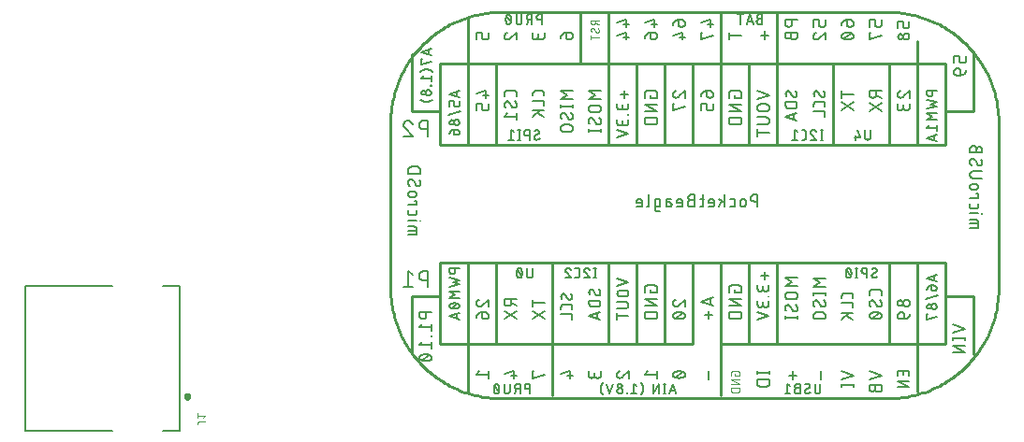
<source format=gbr>
G04 EAGLE Gerber RS-274X export*
G75*
%MOMM*%
%FSLAX34Y34*%
%LPD*%
%INSilkscreen Bottom*%
%IPPOS*%
%AMOC8*
5,1,8,0,0,1.08239X$1,22.5*%
G01*
%ADD10C,0.254000*%
%ADD11C,0.152400*%
%ADD12C,0.127000*%
%ADD13C,0.101600*%
%ADD14C,0.203200*%
%ADD15C,0.300000*%


D10*
X516470Y831330D02*
X866470Y831330D01*
X868886Y831301D01*
X871301Y831213D01*
X873713Y831067D01*
X876121Y830863D01*
X878524Y830601D01*
X880919Y830281D01*
X883306Y829903D01*
X885683Y829467D01*
X888048Y828974D01*
X890402Y828424D01*
X892741Y827818D01*
X895065Y827155D01*
X897372Y826436D01*
X899661Y825661D01*
X901930Y824832D01*
X904179Y823947D01*
X906406Y823009D01*
X908610Y822017D01*
X910789Y820973D01*
X912942Y819876D01*
X915068Y818727D01*
X917166Y817527D01*
X919234Y816277D01*
X921271Y814977D01*
X923276Y813628D01*
X925249Y812232D01*
X927186Y810788D01*
X929089Y809297D01*
X930954Y807762D01*
X932782Y806181D01*
X934572Y804557D01*
X936321Y802890D01*
X938030Y801181D01*
X939697Y799432D01*
X941321Y797642D01*
X942902Y795814D01*
X944437Y793949D01*
X945928Y792046D01*
X947372Y790109D01*
X948768Y788136D01*
X950117Y786131D01*
X951417Y784094D01*
X952667Y782026D01*
X953867Y779928D01*
X955016Y777802D01*
X956113Y775649D01*
X957157Y773470D01*
X958149Y771266D01*
X959087Y769039D01*
X959972Y766790D01*
X960801Y764521D01*
X961576Y762232D01*
X962295Y759925D01*
X962958Y757601D01*
X963564Y755262D01*
X964114Y752908D01*
X964607Y750543D01*
X965043Y748166D01*
X965421Y745779D01*
X965741Y743384D01*
X966003Y740981D01*
X966207Y738573D01*
X966353Y736161D01*
X966441Y733746D01*
X966470Y731330D01*
X966470Y581330D01*
X966441Y578914D01*
X966353Y576499D01*
X966207Y574087D01*
X966003Y571679D01*
X965741Y569276D01*
X965421Y566881D01*
X965043Y564494D01*
X964607Y562117D01*
X964114Y559752D01*
X963564Y557398D01*
X962958Y555059D01*
X962295Y552735D01*
X961576Y550428D01*
X960801Y548139D01*
X959972Y545870D01*
X959087Y543621D01*
X958149Y541394D01*
X957157Y539190D01*
X956113Y537011D01*
X955016Y534858D01*
X953867Y532732D01*
X952667Y530634D01*
X951417Y528566D01*
X950117Y526529D01*
X948768Y524524D01*
X947372Y522551D01*
X945928Y520614D01*
X944437Y518711D01*
X942902Y516846D01*
X941321Y515018D01*
X939697Y513228D01*
X938030Y511479D01*
X936321Y509770D01*
X934572Y508103D01*
X932782Y506479D01*
X930954Y504898D01*
X929089Y503363D01*
X927186Y501872D01*
X925249Y500428D01*
X923276Y499032D01*
X921271Y497683D01*
X919234Y496383D01*
X917166Y495133D01*
X915068Y493933D01*
X912942Y492784D01*
X910789Y491687D01*
X908610Y490643D01*
X906406Y489651D01*
X904179Y488713D01*
X901930Y487828D01*
X899661Y486999D01*
X897372Y486224D01*
X895065Y485505D01*
X892741Y484842D01*
X890402Y484236D01*
X888048Y483686D01*
X885683Y483193D01*
X883306Y482757D01*
X880919Y482379D01*
X878524Y482059D01*
X876121Y481797D01*
X873713Y481593D01*
X871301Y481447D01*
X868886Y481359D01*
X866470Y481330D01*
X516470Y481330D01*
X514054Y481359D01*
X511639Y481447D01*
X509227Y481593D01*
X506819Y481797D01*
X504416Y482059D01*
X502021Y482379D01*
X499634Y482757D01*
X497257Y483193D01*
X494892Y483686D01*
X492538Y484236D01*
X490199Y484842D01*
X487875Y485505D01*
X485568Y486224D01*
X483279Y486999D01*
X481010Y487828D01*
X478761Y488713D01*
X476534Y489651D01*
X474330Y490643D01*
X472151Y491687D01*
X469998Y492784D01*
X467872Y493933D01*
X465774Y495133D01*
X463706Y496383D01*
X461669Y497683D01*
X459664Y499032D01*
X457691Y500428D01*
X455754Y501872D01*
X453851Y503363D01*
X451986Y504898D01*
X450158Y506479D01*
X448368Y508103D01*
X446619Y509770D01*
X444910Y511479D01*
X443243Y513228D01*
X441619Y515018D01*
X440038Y516846D01*
X438503Y518711D01*
X437012Y520614D01*
X435568Y522551D01*
X434172Y524524D01*
X432823Y526529D01*
X431523Y528566D01*
X430273Y530634D01*
X429073Y532732D01*
X427924Y534858D01*
X426827Y537011D01*
X425783Y539190D01*
X424791Y541394D01*
X423853Y543621D01*
X422968Y545870D01*
X422139Y548139D01*
X421364Y550428D01*
X420645Y552735D01*
X419982Y555059D01*
X419376Y557398D01*
X418826Y559752D01*
X418333Y562117D01*
X417897Y564494D01*
X417519Y566881D01*
X417199Y569276D01*
X416937Y571679D01*
X416733Y574087D01*
X416587Y576499D01*
X416499Y578914D01*
X416470Y581330D01*
X416470Y731330D01*
X416499Y733746D01*
X416587Y736161D01*
X416733Y738573D01*
X416937Y740981D01*
X417199Y743384D01*
X417519Y745779D01*
X417897Y748166D01*
X418333Y750543D01*
X418826Y752908D01*
X419376Y755262D01*
X419982Y757601D01*
X420645Y759925D01*
X421364Y762232D01*
X422139Y764521D01*
X422968Y766790D01*
X423853Y769039D01*
X424791Y771266D01*
X425783Y773470D01*
X426827Y775649D01*
X427924Y777802D01*
X429073Y779928D01*
X430273Y782026D01*
X431523Y784094D01*
X432823Y786131D01*
X434172Y788136D01*
X435568Y790109D01*
X437012Y792046D01*
X438503Y793949D01*
X440038Y795814D01*
X441619Y797642D01*
X443243Y799432D01*
X444910Y801181D01*
X446619Y802890D01*
X448368Y804557D01*
X450158Y806181D01*
X451986Y807762D01*
X453851Y809297D01*
X455754Y810788D01*
X457691Y812232D01*
X459664Y813628D01*
X461669Y814977D01*
X463706Y816277D01*
X465774Y817527D01*
X467872Y818727D01*
X469998Y819876D01*
X472151Y820973D01*
X474330Y822017D01*
X476534Y823009D01*
X478761Y823947D01*
X481010Y824832D01*
X483279Y825661D01*
X485568Y826436D01*
X487875Y827155D01*
X490199Y827818D01*
X492538Y828424D01*
X494892Y828974D01*
X497257Y829467D01*
X499634Y829903D01*
X502021Y830281D01*
X504416Y830601D01*
X506819Y830863D01*
X509227Y831067D01*
X511639Y831213D01*
X514054Y831301D01*
X516470Y831330D01*
D11*
X748538Y665988D02*
X748538Y654812D01*
X748538Y665988D02*
X745434Y665988D01*
X745323Y665986D01*
X745213Y665980D01*
X745102Y665970D01*
X744992Y665956D01*
X744883Y665939D01*
X744774Y665917D01*
X744666Y665892D01*
X744560Y665862D01*
X744454Y665829D01*
X744349Y665792D01*
X744246Y665752D01*
X744145Y665707D01*
X744045Y665660D01*
X743946Y665608D01*
X743850Y665553D01*
X743756Y665495D01*
X743664Y665434D01*
X743574Y665369D01*
X743486Y665301D01*
X743401Y665230D01*
X743319Y665156D01*
X743239Y665079D01*
X743162Y664999D01*
X743088Y664917D01*
X743017Y664832D01*
X742949Y664744D01*
X742884Y664654D01*
X742823Y664562D01*
X742765Y664468D01*
X742710Y664372D01*
X742658Y664273D01*
X742611Y664173D01*
X742566Y664072D01*
X742526Y663969D01*
X742489Y663864D01*
X742456Y663758D01*
X742426Y663652D01*
X742401Y663544D01*
X742379Y663435D01*
X742362Y663326D01*
X742348Y663216D01*
X742338Y663105D01*
X742332Y662995D01*
X742330Y662884D01*
X742332Y662773D01*
X742338Y662663D01*
X742348Y662552D01*
X742362Y662442D01*
X742379Y662333D01*
X742401Y662224D01*
X742426Y662116D01*
X742456Y662010D01*
X742489Y661904D01*
X742526Y661799D01*
X742566Y661696D01*
X742611Y661595D01*
X742658Y661495D01*
X742710Y661396D01*
X742765Y661300D01*
X742823Y661206D01*
X742884Y661114D01*
X742949Y661024D01*
X743017Y660936D01*
X743088Y660851D01*
X743162Y660769D01*
X743239Y660689D01*
X743319Y660612D01*
X743401Y660538D01*
X743486Y660467D01*
X743574Y660399D01*
X743664Y660334D01*
X743756Y660273D01*
X743850Y660215D01*
X743946Y660160D01*
X744045Y660108D01*
X744145Y660061D01*
X744246Y660016D01*
X744349Y659976D01*
X744454Y659939D01*
X744560Y659906D01*
X744666Y659876D01*
X744774Y659851D01*
X744883Y659829D01*
X744992Y659812D01*
X745102Y659798D01*
X745213Y659788D01*
X745323Y659782D01*
X745434Y659780D01*
X745434Y659779D02*
X748538Y659779D01*
X737842Y659779D02*
X737842Y657296D01*
X737842Y659779D02*
X737840Y659878D01*
X737834Y659976D01*
X737824Y660075D01*
X737811Y660172D01*
X737793Y660270D01*
X737772Y660366D01*
X737746Y660462D01*
X737717Y660556D01*
X737685Y660649D01*
X737648Y660741D01*
X737608Y660831D01*
X737564Y660920D01*
X737517Y661007D01*
X737467Y661092D01*
X737413Y661174D01*
X737356Y661255D01*
X737296Y661333D01*
X737232Y661409D01*
X737166Y661482D01*
X737097Y661553D01*
X737025Y661621D01*
X736950Y661685D01*
X736873Y661747D01*
X736794Y661806D01*
X736712Y661861D01*
X736628Y661914D01*
X736543Y661962D01*
X736455Y662008D01*
X736365Y662050D01*
X736274Y662088D01*
X736182Y662122D01*
X736088Y662153D01*
X735993Y662180D01*
X735897Y662204D01*
X735800Y662223D01*
X735703Y662239D01*
X735605Y662251D01*
X735506Y662259D01*
X735407Y662263D01*
X735309Y662263D01*
X735210Y662259D01*
X735111Y662251D01*
X735013Y662239D01*
X734916Y662223D01*
X734819Y662204D01*
X734723Y662180D01*
X734628Y662153D01*
X734534Y662122D01*
X734442Y662088D01*
X734351Y662050D01*
X734261Y662008D01*
X734173Y661962D01*
X734088Y661914D01*
X734004Y661861D01*
X733922Y661806D01*
X733843Y661747D01*
X733766Y661685D01*
X733691Y661621D01*
X733619Y661553D01*
X733550Y661482D01*
X733484Y661409D01*
X733420Y661333D01*
X733360Y661255D01*
X733303Y661174D01*
X733249Y661092D01*
X733199Y661007D01*
X733152Y660920D01*
X733108Y660831D01*
X733068Y660741D01*
X733031Y660649D01*
X732999Y660556D01*
X732970Y660462D01*
X732944Y660366D01*
X732923Y660270D01*
X732905Y660172D01*
X732892Y660075D01*
X732882Y659976D01*
X732876Y659878D01*
X732874Y659779D01*
X732875Y659779D02*
X732875Y657296D01*
X732874Y657296D02*
X732876Y657197D01*
X732882Y657099D01*
X732892Y657000D01*
X732905Y656903D01*
X732923Y656805D01*
X732944Y656709D01*
X732970Y656613D01*
X732999Y656519D01*
X733031Y656426D01*
X733068Y656334D01*
X733108Y656244D01*
X733152Y656155D01*
X733199Y656068D01*
X733249Y655983D01*
X733303Y655901D01*
X733360Y655820D01*
X733420Y655742D01*
X733484Y655666D01*
X733550Y655593D01*
X733619Y655522D01*
X733691Y655454D01*
X733766Y655390D01*
X733843Y655328D01*
X733922Y655269D01*
X734004Y655214D01*
X734088Y655161D01*
X734173Y655113D01*
X734261Y655067D01*
X734351Y655025D01*
X734442Y654987D01*
X734534Y654953D01*
X734628Y654922D01*
X734723Y654895D01*
X734819Y654871D01*
X734916Y654852D01*
X735013Y654836D01*
X735111Y654824D01*
X735210Y654816D01*
X735309Y654812D01*
X735407Y654812D01*
X735506Y654816D01*
X735605Y654824D01*
X735703Y654836D01*
X735800Y654852D01*
X735897Y654871D01*
X735993Y654895D01*
X736088Y654922D01*
X736182Y654953D01*
X736274Y654987D01*
X736365Y655025D01*
X736455Y655067D01*
X736543Y655113D01*
X736628Y655161D01*
X736712Y655214D01*
X736794Y655269D01*
X736873Y655328D01*
X736950Y655390D01*
X737025Y655454D01*
X737097Y655522D01*
X737166Y655593D01*
X737232Y655666D01*
X737296Y655742D01*
X737356Y655820D01*
X737413Y655901D01*
X737467Y655983D01*
X737517Y656068D01*
X737564Y656155D01*
X737608Y656244D01*
X737648Y656334D01*
X737685Y656426D01*
X737717Y656519D01*
X737746Y656613D01*
X737772Y656709D01*
X737793Y656805D01*
X737811Y656903D01*
X737824Y657000D01*
X737834Y657099D01*
X737840Y657197D01*
X737842Y657296D01*
X726057Y654812D02*
X723573Y654812D01*
X726057Y654812D02*
X726141Y654814D01*
X726224Y654820D01*
X726307Y654829D01*
X726390Y654842D01*
X726472Y654859D01*
X726553Y654879D01*
X726633Y654903D01*
X726712Y654931D01*
X726789Y654962D01*
X726865Y654996D01*
X726940Y655034D01*
X727013Y655076D01*
X727083Y655120D01*
X727152Y655168D01*
X727219Y655218D01*
X727283Y655272D01*
X727344Y655328D01*
X727404Y655388D01*
X727460Y655449D01*
X727514Y655513D01*
X727564Y655580D01*
X727612Y655649D01*
X727656Y655719D01*
X727698Y655792D01*
X727736Y655867D01*
X727770Y655943D01*
X727801Y656020D01*
X727829Y656099D01*
X727853Y656179D01*
X727873Y656260D01*
X727890Y656342D01*
X727903Y656425D01*
X727913Y656508D01*
X727918Y656591D01*
X727920Y656675D01*
X727919Y656675D02*
X727919Y660400D01*
X727920Y660400D02*
X727918Y660484D01*
X727913Y660567D01*
X727903Y660650D01*
X727890Y660733D01*
X727873Y660815D01*
X727853Y660896D01*
X727829Y660976D01*
X727801Y661055D01*
X727770Y661132D01*
X727736Y661208D01*
X727698Y661283D01*
X727656Y661356D01*
X727612Y661426D01*
X727564Y661495D01*
X727514Y661562D01*
X727460Y661626D01*
X727404Y661687D01*
X727344Y661747D01*
X727283Y661803D01*
X727219Y661857D01*
X727152Y661907D01*
X727083Y661955D01*
X727013Y661999D01*
X726940Y662041D01*
X726865Y662079D01*
X726789Y662113D01*
X726712Y662144D01*
X726633Y662172D01*
X726553Y662196D01*
X726472Y662216D01*
X726390Y662233D01*
X726307Y662246D01*
X726224Y662256D01*
X726141Y662261D01*
X726057Y662263D01*
X723573Y662263D01*
X718623Y665988D02*
X718623Y654812D01*
X718623Y658537D02*
X713655Y662263D01*
X716449Y660090D02*
X713655Y654812D01*
X707404Y654812D02*
X704300Y654812D01*
X707404Y654812D02*
X707488Y654814D01*
X707571Y654820D01*
X707654Y654829D01*
X707737Y654842D01*
X707819Y654859D01*
X707900Y654879D01*
X707980Y654903D01*
X708059Y654931D01*
X708136Y654962D01*
X708212Y654996D01*
X708287Y655034D01*
X708360Y655076D01*
X708430Y655120D01*
X708499Y655168D01*
X708566Y655218D01*
X708630Y655272D01*
X708691Y655328D01*
X708751Y655388D01*
X708807Y655449D01*
X708861Y655513D01*
X708911Y655580D01*
X708959Y655649D01*
X709003Y655719D01*
X709045Y655792D01*
X709083Y655867D01*
X709117Y655943D01*
X709148Y656020D01*
X709176Y656099D01*
X709200Y656179D01*
X709220Y656260D01*
X709237Y656342D01*
X709250Y656425D01*
X709260Y656508D01*
X709265Y656591D01*
X709267Y656675D01*
X709267Y659779D01*
X709265Y659878D01*
X709259Y659976D01*
X709249Y660075D01*
X709236Y660172D01*
X709218Y660270D01*
X709197Y660366D01*
X709171Y660462D01*
X709142Y660556D01*
X709110Y660649D01*
X709073Y660741D01*
X709033Y660831D01*
X708989Y660920D01*
X708942Y661007D01*
X708892Y661092D01*
X708838Y661174D01*
X708781Y661255D01*
X708721Y661333D01*
X708657Y661409D01*
X708591Y661482D01*
X708522Y661553D01*
X708450Y661621D01*
X708375Y661685D01*
X708298Y661747D01*
X708219Y661806D01*
X708137Y661861D01*
X708053Y661914D01*
X707968Y661962D01*
X707880Y662008D01*
X707790Y662050D01*
X707699Y662088D01*
X707607Y662122D01*
X707513Y662153D01*
X707418Y662180D01*
X707322Y662204D01*
X707225Y662223D01*
X707128Y662239D01*
X707030Y662251D01*
X706931Y662259D01*
X706832Y662263D01*
X706734Y662263D01*
X706635Y662259D01*
X706536Y662251D01*
X706438Y662239D01*
X706341Y662223D01*
X706244Y662204D01*
X706148Y662180D01*
X706053Y662153D01*
X705959Y662122D01*
X705867Y662088D01*
X705776Y662050D01*
X705686Y662008D01*
X705598Y661962D01*
X705513Y661914D01*
X705429Y661861D01*
X705347Y661806D01*
X705268Y661747D01*
X705191Y661685D01*
X705116Y661621D01*
X705044Y661553D01*
X704975Y661482D01*
X704909Y661409D01*
X704845Y661333D01*
X704785Y661255D01*
X704728Y661174D01*
X704674Y661092D01*
X704624Y661007D01*
X704577Y660920D01*
X704533Y660831D01*
X704493Y660741D01*
X704456Y660649D01*
X704424Y660556D01*
X704395Y660462D01*
X704369Y660366D01*
X704348Y660270D01*
X704330Y660172D01*
X704317Y660075D01*
X704307Y659976D01*
X704301Y659878D01*
X704299Y659779D01*
X704300Y659779D02*
X704300Y658537D01*
X709267Y658537D01*
X700380Y662263D02*
X696654Y662263D01*
X699138Y665988D02*
X699138Y656675D01*
X699136Y656591D01*
X699130Y656508D01*
X699121Y656425D01*
X699108Y656342D01*
X699091Y656260D01*
X699071Y656179D01*
X699047Y656099D01*
X699019Y656020D01*
X698988Y655943D01*
X698954Y655867D01*
X698916Y655792D01*
X698874Y655719D01*
X698830Y655649D01*
X698782Y655580D01*
X698732Y655513D01*
X698678Y655449D01*
X698622Y655388D01*
X698562Y655328D01*
X698501Y655272D01*
X698437Y655218D01*
X698370Y655168D01*
X698301Y655120D01*
X698231Y655076D01*
X698158Y655034D01*
X698083Y654996D01*
X698007Y654962D01*
X697930Y654931D01*
X697851Y654903D01*
X697771Y654879D01*
X697690Y654859D01*
X697608Y654842D01*
X697525Y654829D01*
X697442Y654819D01*
X697359Y654814D01*
X697275Y654812D01*
X696654Y654812D01*
X691388Y661021D02*
X688284Y661021D01*
X688284Y661020D02*
X688173Y661018D01*
X688063Y661012D01*
X687952Y661002D01*
X687842Y660988D01*
X687733Y660971D01*
X687624Y660949D01*
X687516Y660924D01*
X687410Y660894D01*
X687304Y660861D01*
X687199Y660824D01*
X687096Y660784D01*
X686995Y660739D01*
X686895Y660692D01*
X686796Y660640D01*
X686700Y660585D01*
X686606Y660527D01*
X686514Y660466D01*
X686424Y660401D01*
X686336Y660333D01*
X686251Y660262D01*
X686169Y660188D01*
X686089Y660111D01*
X686012Y660031D01*
X685938Y659949D01*
X685867Y659864D01*
X685799Y659776D01*
X685734Y659686D01*
X685673Y659594D01*
X685615Y659500D01*
X685560Y659404D01*
X685508Y659305D01*
X685461Y659205D01*
X685416Y659104D01*
X685376Y659001D01*
X685339Y658896D01*
X685306Y658790D01*
X685276Y658684D01*
X685251Y658576D01*
X685229Y658467D01*
X685212Y658358D01*
X685198Y658248D01*
X685188Y658137D01*
X685182Y658027D01*
X685180Y657916D01*
X685182Y657805D01*
X685188Y657695D01*
X685198Y657584D01*
X685212Y657474D01*
X685229Y657365D01*
X685251Y657256D01*
X685276Y657148D01*
X685306Y657042D01*
X685339Y656936D01*
X685376Y656831D01*
X685416Y656728D01*
X685461Y656627D01*
X685508Y656527D01*
X685560Y656428D01*
X685615Y656332D01*
X685673Y656238D01*
X685734Y656146D01*
X685799Y656056D01*
X685867Y655968D01*
X685938Y655883D01*
X686012Y655801D01*
X686089Y655721D01*
X686169Y655644D01*
X686251Y655570D01*
X686336Y655499D01*
X686424Y655431D01*
X686514Y655366D01*
X686606Y655305D01*
X686700Y655247D01*
X686796Y655192D01*
X686895Y655140D01*
X686995Y655093D01*
X687096Y655048D01*
X687199Y655008D01*
X687304Y654971D01*
X687410Y654938D01*
X687516Y654908D01*
X687624Y654883D01*
X687733Y654861D01*
X687842Y654844D01*
X687952Y654830D01*
X688063Y654820D01*
X688173Y654814D01*
X688284Y654812D01*
X691388Y654812D01*
X691388Y665988D01*
X688284Y665988D01*
X688185Y665986D01*
X688087Y665980D01*
X687988Y665970D01*
X687891Y665957D01*
X687793Y665939D01*
X687697Y665918D01*
X687601Y665892D01*
X687507Y665863D01*
X687414Y665831D01*
X687322Y665794D01*
X687232Y665754D01*
X687143Y665710D01*
X687056Y665663D01*
X686971Y665613D01*
X686889Y665559D01*
X686808Y665502D01*
X686730Y665442D01*
X686654Y665378D01*
X686581Y665312D01*
X686510Y665243D01*
X686442Y665171D01*
X686378Y665096D01*
X686316Y665019D01*
X686257Y664940D01*
X686202Y664858D01*
X686149Y664774D01*
X686101Y664689D01*
X686055Y664601D01*
X686013Y664511D01*
X685975Y664420D01*
X685941Y664328D01*
X685910Y664234D01*
X685883Y664139D01*
X685859Y664043D01*
X685840Y663946D01*
X685824Y663849D01*
X685812Y663751D01*
X685804Y663652D01*
X685800Y663553D01*
X685800Y663455D01*
X685804Y663356D01*
X685812Y663257D01*
X685824Y663159D01*
X685840Y663062D01*
X685859Y662965D01*
X685883Y662869D01*
X685910Y662774D01*
X685941Y662680D01*
X685975Y662588D01*
X686013Y662497D01*
X686055Y662407D01*
X686101Y662319D01*
X686149Y662234D01*
X686202Y662150D01*
X686257Y662068D01*
X686316Y661989D01*
X686378Y661912D01*
X686442Y661837D01*
X686510Y661765D01*
X686581Y661696D01*
X686654Y661630D01*
X686730Y661566D01*
X686808Y661506D01*
X686889Y661449D01*
X686971Y661395D01*
X687056Y661345D01*
X687143Y661298D01*
X687232Y661254D01*
X687322Y661214D01*
X687414Y661177D01*
X687507Y661145D01*
X687601Y661116D01*
X687697Y661090D01*
X687793Y661069D01*
X687891Y661051D01*
X687988Y661038D01*
X688087Y661028D01*
X688185Y661022D01*
X688284Y661020D01*
X678829Y654812D02*
X675725Y654812D01*
X678829Y654812D02*
X678913Y654814D01*
X678996Y654820D01*
X679079Y654829D01*
X679162Y654842D01*
X679244Y654859D01*
X679325Y654879D01*
X679405Y654903D01*
X679484Y654931D01*
X679561Y654962D01*
X679637Y654996D01*
X679712Y655034D01*
X679785Y655076D01*
X679855Y655120D01*
X679924Y655168D01*
X679991Y655218D01*
X680055Y655272D01*
X680116Y655328D01*
X680176Y655388D01*
X680232Y655449D01*
X680286Y655513D01*
X680336Y655580D01*
X680384Y655649D01*
X680428Y655719D01*
X680470Y655792D01*
X680508Y655867D01*
X680542Y655943D01*
X680573Y656020D01*
X680601Y656099D01*
X680625Y656179D01*
X680645Y656260D01*
X680662Y656342D01*
X680675Y656425D01*
X680685Y656508D01*
X680690Y656591D01*
X680692Y656675D01*
X680692Y659779D01*
X680690Y659878D01*
X680684Y659976D01*
X680674Y660075D01*
X680661Y660172D01*
X680643Y660270D01*
X680622Y660366D01*
X680596Y660462D01*
X680567Y660556D01*
X680535Y660649D01*
X680498Y660741D01*
X680458Y660831D01*
X680414Y660920D01*
X680367Y661007D01*
X680317Y661092D01*
X680263Y661174D01*
X680206Y661255D01*
X680146Y661333D01*
X680082Y661409D01*
X680016Y661482D01*
X679947Y661553D01*
X679875Y661621D01*
X679800Y661685D01*
X679723Y661747D01*
X679644Y661806D01*
X679562Y661861D01*
X679478Y661914D01*
X679393Y661962D01*
X679305Y662008D01*
X679215Y662050D01*
X679124Y662088D01*
X679032Y662122D01*
X678938Y662153D01*
X678843Y662180D01*
X678747Y662204D01*
X678650Y662223D01*
X678553Y662239D01*
X678455Y662251D01*
X678356Y662259D01*
X678257Y662263D01*
X678159Y662263D01*
X678060Y662259D01*
X677961Y662251D01*
X677863Y662239D01*
X677766Y662223D01*
X677669Y662204D01*
X677573Y662180D01*
X677478Y662153D01*
X677384Y662122D01*
X677292Y662088D01*
X677201Y662050D01*
X677111Y662008D01*
X677023Y661962D01*
X676938Y661914D01*
X676854Y661861D01*
X676772Y661806D01*
X676693Y661747D01*
X676616Y661685D01*
X676541Y661621D01*
X676469Y661553D01*
X676400Y661482D01*
X676334Y661409D01*
X676270Y661333D01*
X676210Y661255D01*
X676153Y661174D01*
X676099Y661092D01*
X676049Y661007D01*
X676002Y660920D01*
X675958Y660831D01*
X675918Y660741D01*
X675881Y660649D01*
X675849Y660556D01*
X675820Y660462D01*
X675794Y660366D01*
X675773Y660270D01*
X675755Y660172D01*
X675742Y660075D01*
X675732Y659976D01*
X675726Y659878D01*
X675724Y659779D01*
X675725Y659779D02*
X675725Y658537D01*
X680692Y658537D01*
X668687Y659158D02*
X665893Y659158D01*
X668687Y659158D02*
X668779Y659156D01*
X668871Y659150D01*
X668963Y659140D01*
X669054Y659127D01*
X669145Y659109D01*
X669235Y659088D01*
X669323Y659063D01*
X669411Y659034D01*
X669497Y659001D01*
X669582Y658965D01*
X669665Y658925D01*
X669747Y658882D01*
X669826Y658835D01*
X669904Y658785D01*
X669979Y658732D01*
X670052Y658676D01*
X670123Y658616D01*
X670191Y658554D01*
X670256Y658489D01*
X670318Y658421D01*
X670378Y658350D01*
X670434Y658277D01*
X670487Y658202D01*
X670537Y658124D01*
X670584Y658045D01*
X670627Y657963D01*
X670667Y657880D01*
X670703Y657795D01*
X670736Y657709D01*
X670765Y657621D01*
X670790Y657533D01*
X670811Y657443D01*
X670829Y657352D01*
X670842Y657261D01*
X670852Y657169D01*
X670858Y657077D01*
X670860Y656985D01*
X670858Y656893D01*
X670852Y656801D01*
X670842Y656709D01*
X670829Y656618D01*
X670811Y656527D01*
X670790Y656437D01*
X670765Y656349D01*
X670736Y656261D01*
X670703Y656175D01*
X670667Y656090D01*
X670627Y656007D01*
X670584Y655925D01*
X670537Y655846D01*
X670487Y655768D01*
X670434Y655693D01*
X670378Y655620D01*
X670318Y655549D01*
X670256Y655481D01*
X670191Y655416D01*
X670123Y655354D01*
X670052Y655294D01*
X669979Y655238D01*
X669904Y655185D01*
X669826Y655135D01*
X669747Y655088D01*
X669665Y655045D01*
X669582Y655005D01*
X669497Y654969D01*
X669411Y654936D01*
X669323Y654907D01*
X669235Y654882D01*
X669145Y654861D01*
X669054Y654843D01*
X668963Y654830D01*
X668871Y654820D01*
X668779Y654814D01*
X668687Y654812D01*
X665893Y654812D01*
X665893Y660400D01*
X665892Y660400D02*
X665894Y660484D01*
X665900Y660567D01*
X665909Y660650D01*
X665922Y660733D01*
X665939Y660815D01*
X665959Y660896D01*
X665983Y660976D01*
X666011Y661055D01*
X666042Y661132D01*
X666076Y661208D01*
X666114Y661283D01*
X666156Y661356D01*
X666200Y661426D01*
X666248Y661495D01*
X666298Y661562D01*
X666352Y661626D01*
X666408Y661687D01*
X666468Y661747D01*
X666529Y661803D01*
X666593Y661857D01*
X666660Y661907D01*
X666729Y661955D01*
X666799Y661999D01*
X666872Y662041D01*
X666947Y662079D01*
X667023Y662113D01*
X667100Y662144D01*
X667179Y662172D01*
X667259Y662196D01*
X667340Y662216D01*
X667422Y662233D01*
X667505Y662246D01*
X667588Y662256D01*
X667671Y662261D01*
X667755Y662263D01*
X670239Y662263D01*
X658710Y654812D02*
X655606Y654812D01*
X658710Y654812D02*
X658794Y654814D01*
X658877Y654820D01*
X658960Y654829D01*
X659043Y654842D01*
X659125Y654859D01*
X659206Y654879D01*
X659286Y654903D01*
X659365Y654931D01*
X659442Y654962D01*
X659518Y654996D01*
X659593Y655034D01*
X659666Y655076D01*
X659736Y655120D01*
X659805Y655168D01*
X659872Y655218D01*
X659936Y655272D01*
X659997Y655328D01*
X660057Y655388D01*
X660113Y655449D01*
X660167Y655513D01*
X660217Y655580D01*
X660265Y655649D01*
X660309Y655719D01*
X660351Y655792D01*
X660389Y655867D01*
X660423Y655943D01*
X660454Y656020D01*
X660482Y656099D01*
X660506Y656179D01*
X660526Y656260D01*
X660543Y656342D01*
X660556Y656425D01*
X660566Y656508D01*
X660571Y656591D01*
X660573Y656675D01*
X660573Y660400D01*
X660571Y660484D01*
X660566Y660567D01*
X660556Y660650D01*
X660543Y660733D01*
X660526Y660815D01*
X660506Y660896D01*
X660482Y660976D01*
X660454Y661055D01*
X660423Y661132D01*
X660389Y661208D01*
X660351Y661283D01*
X660309Y661356D01*
X660265Y661426D01*
X660217Y661495D01*
X660167Y661562D01*
X660113Y661626D01*
X660057Y661687D01*
X659997Y661747D01*
X659936Y661803D01*
X659872Y661857D01*
X659805Y661907D01*
X659736Y661955D01*
X659666Y661999D01*
X659593Y662041D01*
X659518Y662079D01*
X659442Y662113D01*
X659365Y662144D01*
X659286Y662172D01*
X659206Y662196D01*
X659125Y662216D01*
X659043Y662233D01*
X658960Y662246D01*
X658877Y662256D01*
X658794Y662261D01*
X658710Y662263D01*
X655606Y662263D01*
X655606Y652949D01*
X655605Y652949D02*
X655607Y652865D01*
X655612Y652782D01*
X655622Y652699D01*
X655635Y652616D01*
X655652Y652534D01*
X655672Y652453D01*
X655696Y652373D01*
X655724Y652294D01*
X655755Y652217D01*
X655789Y652141D01*
X655827Y652066D01*
X655869Y651993D01*
X655913Y651923D01*
X655961Y651854D01*
X656011Y651787D01*
X656065Y651723D01*
X656121Y651662D01*
X656181Y651602D01*
X656242Y651546D01*
X656306Y651492D01*
X656373Y651442D01*
X656442Y651394D01*
X656512Y651350D01*
X656585Y651308D01*
X656660Y651270D01*
X656736Y651236D01*
X656813Y651205D01*
X656892Y651177D01*
X656972Y651153D01*
X657053Y651133D01*
X657135Y651116D01*
X657218Y651103D01*
X657301Y651093D01*
X657384Y651088D01*
X657468Y651086D01*
X657468Y651087D02*
X659952Y651087D01*
X650120Y656675D02*
X650120Y665988D01*
X650121Y656675D02*
X650119Y656589D01*
X650113Y656503D01*
X650103Y656418D01*
X650089Y656333D01*
X650072Y656248D01*
X650050Y656165D01*
X650024Y656083D01*
X649995Y656002D01*
X649962Y655923D01*
X649926Y655845D01*
X649886Y655768D01*
X649842Y655694D01*
X649795Y655622D01*
X649745Y655552D01*
X649691Y655485D01*
X649635Y655420D01*
X649575Y655358D01*
X649513Y655298D01*
X649448Y655242D01*
X649381Y655188D01*
X649311Y655138D01*
X649239Y655091D01*
X649165Y655047D01*
X649088Y655007D01*
X649011Y654971D01*
X648931Y654938D01*
X648850Y654909D01*
X648768Y654883D01*
X648685Y654861D01*
X648600Y654844D01*
X648515Y654830D01*
X648430Y654820D01*
X648344Y654814D01*
X648258Y654812D01*
X642253Y654812D02*
X639149Y654812D01*
X642253Y654812D02*
X642337Y654814D01*
X642420Y654820D01*
X642503Y654829D01*
X642586Y654842D01*
X642668Y654859D01*
X642749Y654879D01*
X642829Y654903D01*
X642908Y654931D01*
X642985Y654962D01*
X643061Y654996D01*
X643136Y655034D01*
X643209Y655076D01*
X643279Y655120D01*
X643348Y655168D01*
X643415Y655218D01*
X643479Y655272D01*
X643540Y655328D01*
X643600Y655388D01*
X643656Y655449D01*
X643710Y655513D01*
X643760Y655580D01*
X643808Y655649D01*
X643852Y655719D01*
X643894Y655792D01*
X643932Y655867D01*
X643966Y655943D01*
X643997Y656020D01*
X644025Y656099D01*
X644049Y656179D01*
X644069Y656260D01*
X644086Y656342D01*
X644099Y656425D01*
X644109Y656508D01*
X644114Y656591D01*
X644116Y656675D01*
X644116Y659779D01*
X644117Y659779D02*
X644115Y659878D01*
X644109Y659976D01*
X644099Y660075D01*
X644086Y660172D01*
X644068Y660270D01*
X644047Y660366D01*
X644021Y660462D01*
X643992Y660556D01*
X643960Y660649D01*
X643923Y660741D01*
X643883Y660831D01*
X643839Y660920D01*
X643792Y661007D01*
X643742Y661092D01*
X643688Y661174D01*
X643631Y661255D01*
X643571Y661333D01*
X643507Y661409D01*
X643441Y661482D01*
X643372Y661553D01*
X643300Y661621D01*
X643225Y661685D01*
X643148Y661747D01*
X643069Y661806D01*
X642987Y661861D01*
X642903Y661914D01*
X642818Y661962D01*
X642730Y662008D01*
X642640Y662050D01*
X642549Y662088D01*
X642457Y662122D01*
X642363Y662153D01*
X642268Y662180D01*
X642172Y662204D01*
X642075Y662223D01*
X641978Y662239D01*
X641880Y662251D01*
X641781Y662259D01*
X641682Y662263D01*
X641584Y662263D01*
X641485Y662259D01*
X641386Y662251D01*
X641288Y662239D01*
X641191Y662223D01*
X641094Y662204D01*
X640998Y662180D01*
X640903Y662153D01*
X640809Y662122D01*
X640717Y662088D01*
X640626Y662050D01*
X640536Y662008D01*
X640448Y661962D01*
X640363Y661914D01*
X640279Y661861D01*
X640197Y661806D01*
X640118Y661747D01*
X640041Y661685D01*
X639966Y661621D01*
X639894Y661553D01*
X639825Y661482D01*
X639759Y661409D01*
X639695Y661333D01*
X639635Y661255D01*
X639578Y661174D01*
X639524Y661092D01*
X639474Y661007D01*
X639427Y660920D01*
X639383Y660831D01*
X639343Y660741D01*
X639306Y660649D01*
X639274Y660556D01*
X639245Y660462D01*
X639219Y660366D01*
X639198Y660270D01*
X639180Y660172D01*
X639167Y660075D01*
X639157Y659976D01*
X639151Y659878D01*
X639149Y659779D01*
X639149Y658537D01*
X644116Y658537D01*
X940562Y636051D02*
X948013Y636051D01*
X948013Y641639D01*
X948011Y641723D01*
X948006Y641806D01*
X947996Y641889D01*
X947983Y641972D01*
X947966Y642054D01*
X947946Y642135D01*
X947922Y642215D01*
X947894Y642294D01*
X947863Y642371D01*
X947829Y642447D01*
X947791Y642522D01*
X947749Y642595D01*
X947705Y642665D01*
X947657Y642734D01*
X947607Y642801D01*
X947553Y642865D01*
X947497Y642926D01*
X947437Y642986D01*
X947376Y643042D01*
X947312Y643096D01*
X947245Y643146D01*
X947176Y643194D01*
X947106Y643238D01*
X947033Y643280D01*
X946958Y643318D01*
X946882Y643352D01*
X946805Y643383D01*
X946726Y643411D01*
X946646Y643435D01*
X946565Y643455D01*
X946483Y643472D01*
X946400Y643485D01*
X946317Y643495D01*
X946234Y643500D01*
X946150Y643502D01*
X940562Y643502D01*
X940562Y639777D02*
X948013Y639777D01*
X948013Y648921D02*
X940562Y648921D01*
X951117Y648610D02*
X951738Y648610D01*
X951738Y649231D01*
X951117Y649231D01*
X951117Y648610D01*
X940562Y655555D02*
X940562Y658039D01*
X940562Y655555D02*
X940564Y655471D01*
X940569Y655388D01*
X940579Y655305D01*
X940592Y655222D01*
X940609Y655140D01*
X940629Y655059D01*
X940653Y654979D01*
X940681Y654900D01*
X940712Y654823D01*
X940746Y654747D01*
X940784Y654672D01*
X940826Y654599D01*
X940870Y654529D01*
X940918Y654460D01*
X940968Y654393D01*
X941022Y654329D01*
X941078Y654268D01*
X941138Y654208D01*
X941199Y654152D01*
X941263Y654098D01*
X941330Y654048D01*
X941399Y654000D01*
X941469Y653956D01*
X941542Y653914D01*
X941617Y653876D01*
X941693Y653842D01*
X941770Y653811D01*
X941849Y653783D01*
X941929Y653759D01*
X942010Y653739D01*
X942092Y653722D01*
X942175Y653709D01*
X942258Y653699D01*
X942341Y653694D01*
X942425Y653692D01*
X942425Y653693D02*
X946150Y653693D01*
X946150Y653692D02*
X946234Y653694D01*
X946317Y653700D01*
X946400Y653709D01*
X946483Y653722D01*
X946565Y653739D01*
X946646Y653759D01*
X946726Y653783D01*
X946805Y653811D01*
X946882Y653842D01*
X946958Y653876D01*
X947033Y653914D01*
X947106Y653956D01*
X947176Y654000D01*
X947245Y654048D01*
X947312Y654098D01*
X947376Y654152D01*
X947437Y654208D01*
X947497Y654268D01*
X947553Y654329D01*
X947607Y654393D01*
X947657Y654460D01*
X947705Y654529D01*
X947749Y654599D01*
X947791Y654672D01*
X947829Y654747D01*
X947863Y654823D01*
X947894Y654900D01*
X947922Y654979D01*
X947946Y655059D01*
X947966Y655140D01*
X947983Y655222D01*
X947996Y655305D01*
X948006Y655388D01*
X948011Y655471D01*
X948013Y655555D01*
X948013Y658039D01*
X948013Y662903D02*
X940562Y662903D01*
X948013Y662903D02*
X948013Y666628D01*
X946771Y666628D01*
X945529Y670440D02*
X943046Y670440D01*
X945529Y670440D02*
X945628Y670442D01*
X945726Y670448D01*
X945825Y670458D01*
X945922Y670471D01*
X946020Y670489D01*
X946116Y670510D01*
X946212Y670536D01*
X946306Y670565D01*
X946399Y670597D01*
X946491Y670634D01*
X946581Y670674D01*
X946670Y670718D01*
X946757Y670765D01*
X946842Y670815D01*
X946924Y670869D01*
X947005Y670926D01*
X947083Y670986D01*
X947159Y671050D01*
X947232Y671116D01*
X947303Y671185D01*
X947371Y671257D01*
X947435Y671332D01*
X947497Y671409D01*
X947556Y671488D01*
X947611Y671570D01*
X947664Y671654D01*
X947712Y671739D01*
X947758Y671827D01*
X947800Y671917D01*
X947838Y672008D01*
X947872Y672100D01*
X947903Y672194D01*
X947930Y672289D01*
X947954Y672385D01*
X947973Y672482D01*
X947989Y672579D01*
X948001Y672677D01*
X948009Y672776D01*
X948013Y672875D01*
X948013Y672973D01*
X948009Y673072D01*
X948001Y673171D01*
X947989Y673269D01*
X947973Y673366D01*
X947954Y673463D01*
X947930Y673559D01*
X947903Y673654D01*
X947872Y673748D01*
X947838Y673840D01*
X947800Y673931D01*
X947758Y674021D01*
X947712Y674109D01*
X947664Y674194D01*
X947611Y674278D01*
X947556Y674360D01*
X947497Y674439D01*
X947435Y674516D01*
X947371Y674591D01*
X947303Y674663D01*
X947232Y674732D01*
X947159Y674798D01*
X947083Y674862D01*
X947005Y674922D01*
X946924Y674979D01*
X946842Y675033D01*
X946757Y675083D01*
X946670Y675130D01*
X946581Y675174D01*
X946491Y675214D01*
X946399Y675251D01*
X946306Y675283D01*
X946212Y675312D01*
X946116Y675338D01*
X946020Y675359D01*
X945922Y675377D01*
X945825Y675390D01*
X945726Y675400D01*
X945628Y675406D01*
X945529Y675408D01*
X945529Y675407D02*
X943046Y675407D01*
X943046Y675408D02*
X942947Y675406D01*
X942849Y675400D01*
X942750Y675390D01*
X942653Y675377D01*
X942555Y675359D01*
X942459Y675338D01*
X942363Y675312D01*
X942269Y675283D01*
X942176Y675251D01*
X942084Y675214D01*
X941994Y675174D01*
X941905Y675130D01*
X941818Y675083D01*
X941733Y675033D01*
X941651Y674979D01*
X941570Y674922D01*
X941492Y674862D01*
X941416Y674798D01*
X941343Y674732D01*
X941272Y674663D01*
X941204Y674591D01*
X941140Y674516D01*
X941078Y674439D01*
X941019Y674360D01*
X940964Y674278D01*
X940911Y674194D01*
X940863Y674109D01*
X940817Y674021D01*
X940775Y673931D01*
X940737Y673840D01*
X940703Y673748D01*
X940672Y673654D01*
X940645Y673559D01*
X940621Y673463D01*
X940602Y673366D01*
X940586Y673269D01*
X940574Y673171D01*
X940566Y673072D01*
X940562Y672973D01*
X940562Y672875D01*
X940566Y672776D01*
X940574Y672677D01*
X940586Y672579D01*
X940602Y672482D01*
X940621Y672385D01*
X940645Y672289D01*
X940672Y672194D01*
X940703Y672100D01*
X940737Y672008D01*
X940775Y671917D01*
X940817Y671827D01*
X940863Y671739D01*
X940911Y671654D01*
X940964Y671570D01*
X941019Y671488D01*
X941078Y671409D01*
X941140Y671332D01*
X941204Y671257D01*
X941272Y671185D01*
X941343Y671116D01*
X941416Y671050D01*
X941492Y670986D01*
X941570Y670926D01*
X941651Y670869D01*
X941733Y670815D01*
X941818Y670765D01*
X941905Y670718D01*
X941994Y670674D01*
X942084Y670634D01*
X942176Y670597D01*
X942269Y670565D01*
X942363Y670536D01*
X942459Y670510D01*
X942555Y670489D01*
X942653Y670471D01*
X942750Y670458D01*
X942849Y670448D01*
X942947Y670442D01*
X943046Y670440D01*
X943666Y680868D02*
X951738Y680868D01*
X943666Y680869D02*
X943555Y680871D01*
X943445Y680877D01*
X943334Y680887D01*
X943224Y680901D01*
X943115Y680918D01*
X943006Y680940D01*
X942898Y680965D01*
X942792Y680995D01*
X942686Y681028D01*
X942581Y681065D01*
X942478Y681105D01*
X942377Y681150D01*
X942277Y681197D01*
X942178Y681249D01*
X942082Y681304D01*
X941988Y681362D01*
X941896Y681423D01*
X941806Y681488D01*
X941718Y681556D01*
X941633Y681627D01*
X941551Y681701D01*
X941471Y681778D01*
X941394Y681858D01*
X941320Y681940D01*
X941249Y682025D01*
X941181Y682113D01*
X941116Y682203D01*
X941055Y682295D01*
X940997Y682389D01*
X940942Y682485D01*
X940890Y682584D01*
X940843Y682684D01*
X940798Y682785D01*
X940758Y682888D01*
X940721Y682993D01*
X940688Y683099D01*
X940658Y683205D01*
X940633Y683313D01*
X940611Y683422D01*
X940594Y683531D01*
X940580Y683641D01*
X940570Y683752D01*
X940564Y683862D01*
X940562Y683973D01*
X940564Y684084D01*
X940570Y684194D01*
X940580Y684305D01*
X940594Y684415D01*
X940611Y684524D01*
X940633Y684633D01*
X940658Y684741D01*
X940688Y684847D01*
X940721Y684953D01*
X940758Y685058D01*
X940798Y685161D01*
X940843Y685262D01*
X940890Y685362D01*
X940942Y685461D01*
X940997Y685557D01*
X941055Y685651D01*
X941116Y685743D01*
X941181Y685833D01*
X941249Y685921D01*
X941320Y686006D01*
X941394Y686088D01*
X941471Y686168D01*
X941551Y686245D01*
X941633Y686319D01*
X941718Y686390D01*
X941806Y686458D01*
X941896Y686523D01*
X941988Y686584D01*
X942082Y686642D01*
X942178Y686697D01*
X942277Y686749D01*
X942377Y686796D01*
X942478Y686841D01*
X942581Y686881D01*
X942686Y686918D01*
X942792Y686951D01*
X942898Y686981D01*
X943006Y687006D01*
X943115Y687028D01*
X943224Y687045D01*
X943334Y687059D01*
X943445Y687069D01*
X943555Y687075D01*
X943666Y687077D01*
X951738Y687077D01*
X940562Y696023D02*
X940564Y696121D01*
X940570Y696218D01*
X940579Y696315D01*
X940593Y696412D01*
X940610Y696508D01*
X940631Y696603D01*
X940655Y696697D01*
X940684Y696791D01*
X940716Y696883D01*
X940751Y696974D01*
X940790Y697063D01*
X940833Y697151D01*
X940879Y697237D01*
X940928Y697321D01*
X940981Y697403D01*
X941036Y697483D01*
X941095Y697561D01*
X941157Y697636D01*
X941222Y697709D01*
X941290Y697779D01*
X941360Y697847D01*
X941433Y697912D01*
X941508Y697974D01*
X941586Y698033D01*
X941666Y698088D01*
X941748Y698141D01*
X941832Y698190D01*
X941918Y698236D01*
X942006Y698279D01*
X942095Y698318D01*
X942186Y698353D01*
X942278Y698385D01*
X942372Y698414D01*
X942466Y698438D01*
X942561Y698459D01*
X942657Y698476D01*
X942754Y698490D01*
X942851Y698499D01*
X942948Y698505D01*
X943046Y698507D01*
X940562Y696023D02*
X940564Y695880D01*
X940570Y695737D01*
X940579Y695595D01*
X940593Y695453D01*
X940611Y695311D01*
X940632Y695170D01*
X940657Y695029D01*
X940686Y694889D01*
X940719Y694750D01*
X940755Y694612D01*
X940796Y694475D01*
X940840Y694339D01*
X940887Y694205D01*
X940939Y694071D01*
X940993Y693940D01*
X941052Y693809D01*
X941114Y693681D01*
X941179Y693554D01*
X941248Y693429D01*
X941321Y693305D01*
X941396Y693184D01*
X941475Y693065D01*
X941557Y692948D01*
X941643Y692834D01*
X941731Y692722D01*
X941822Y692612D01*
X941917Y692505D01*
X942014Y692400D01*
X942114Y692298D01*
X949254Y692608D02*
X949352Y692610D01*
X949449Y692616D01*
X949546Y692625D01*
X949643Y692639D01*
X949739Y692656D01*
X949834Y692677D01*
X949928Y692701D01*
X950022Y692730D01*
X950114Y692762D01*
X950205Y692797D01*
X950294Y692836D01*
X950382Y692879D01*
X950468Y692925D01*
X950552Y692974D01*
X950634Y693027D01*
X950714Y693082D01*
X950792Y693141D01*
X950867Y693203D01*
X950940Y693268D01*
X951010Y693336D01*
X951078Y693406D01*
X951143Y693479D01*
X951205Y693554D01*
X951264Y693632D01*
X951319Y693712D01*
X951372Y693794D01*
X951421Y693878D01*
X951467Y693964D01*
X951510Y694052D01*
X951549Y694141D01*
X951584Y694232D01*
X951616Y694324D01*
X951645Y694418D01*
X951669Y694512D01*
X951690Y694607D01*
X951707Y694703D01*
X951721Y694800D01*
X951730Y694897D01*
X951736Y694994D01*
X951738Y695092D01*
X951736Y695222D01*
X951731Y695352D01*
X951722Y695482D01*
X951709Y695612D01*
X951693Y695741D01*
X951673Y695870D01*
X951649Y695998D01*
X951622Y696126D01*
X951591Y696252D01*
X951557Y696378D01*
X951519Y696503D01*
X951478Y696626D01*
X951433Y696749D01*
X951385Y696870D01*
X951334Y696990D01*
X951279Y697108D01*
X951221Y697224D01*
X951160Y697339D01*
X951095Y697453D01*
X951028Y697564D01*
X950957Y697673D01*
X950883Y697781D01*
X950807Y697886D01*
X947081Y693851D02*
X947132Y693768D01*
X947186Y693687D01*
X947243Y693609D01*
X947303Y693533D01*
X947366Y693459D01*
X947432Y693388D01*
X947500Y693319D01*
X947571Y693253D01*
X947644Y693189D01*
X947720Y693129D01*
X947798Y693072D01*
X947879Y693017D01*
X947961Y692966D01*
X948045Y692918D01*
X948131Y692873D01*
X948219Y692831D01*
X948308Y692793D01*
X948398Y692759D01*
X948490Y692727D01*
X948583Y692700D01*
X948677Y692676D01*
X948772Y692655D01*
X948868Y692639D01*
X948964Y692626D01*
X949060Y692616D01*
X949157Y692611D01*
X949254Y692609D01*
X945219Y697265D02*
X945168Y697348D01*
X945114Y697429D01*
X945057Y697507D01*
X944997Y697583D01*
X944934Y697657D01*
X944868Y697728D01*
X944800Y697797D01*
X944729Y697863D01*
X944656Y697927D01*
X944580Y697987D01*
X944502Y698044D01*
X944421Y698099D01*
X944339Y698150D01*
X944255Y698198D01*
X944169Y698243D01*
X944081Y698285D01*
X943992Y698323D01*
X943902Y698357D01*
X943810Y698389D01*
X943717Y698416D01*
X943623Y698440D01*
X943528Y698461D01*
X943432Y698477D01*
X943336Y698490D01*
X943240Y698500D01*
X943143Y698505D01*
X943046Y698507D01*
X945219Y697265D02*
X947081Y693850D01*
X946771Y703940D02*
X946771Y707044D01*
X946770Y707044D02*
X946768Y707155D01*
X946762Y707265D01*
X946752Y707376D01*
X946738Y707486D01*
X946721Y707595D01*
X946699Y707704D01*
X946674Y707812D01*
X946644Y707918D01*
X946611Y708024D01*
X946574Y708129D01*
X946534Y708232D01*
X946489Y708333D01*
X946442Y708433D01*
X946390Y708532D01*
X946335Y708628D01*
X946277Y708722D01*
X946216Y708814D01*
X946151Y708904D01*
X946083Y708992D01*
X946012Y709077D01*
X945938Y709159D01*
X945861Y709239D01*
X945781Y709316D01*
X945699Y709390D01*
X945614Y709461D01*
X945526Y709529D01*
X945436Y709594D01*
X945344Y709655D01*
X945250Y709713D01*
X945154Y709768D01*
X945055Y709820D01*
X944955Y709867D01*
X944854Y709912D01*
X944751Y709952D01*
X944646Y709989D01*
X944540Y710022D01*
X944434Y710052D01*
X944326Y710077D01*
X944217Y710099D01*
X944108Y710116D01*
X943998Y710130D01*
X943887Y710140D01*
X943777Y710146D01*
X943666Y710148D01*
X943555Y710146D01*
X943445Y710140D01*
X943334Y710130D01*
X943224Y710116D01*
X943115Y710099D01*
X943006Y710077D01*
X942898Y710052D01*
X942792Y710022D01*
X942686Y709989D01*
X942581Y709952D01*
X942478Y709912D01*
X942377Y709867D01*
X942277Y709820D01*
X942178Y709768D01*
X942082Y709713D01*
X941988Y709655D01*
X941896Y709594D01*
X941806Y709529D01*
X941718Y709461D01*
X941633Y709390D01*
X941551Y709316D01*
X941471Y709239D01*
X941394Y709159D01*
X941320Y709077D01*
X941249Y708992D01*
X941181Y708904D01*
X941116Y708814D01*
X941055Y708722D01*
X940997Y708628D01*
X940942Y708532D01*
X940890Y708433D01*
X940843Y708333D01*
X940798Y708232D01*
X940758Y708129D01*
X940721Y708024D01*
X940688Y707918D01*
X940658Y707812D01*
X940633Y707704D01*
X940611Y707595D01*
X940594Y707486D01*
X940580Y707376D01*
X940570Y707265D01*
X940564Y707155D01*
X940562Y707044D01*
X940562Y703940D01*
X951738Y703940D01*
X951738Y707044D01*
X951736Y707143D01*
X951730Y707241D01*
X951720Y707340D01*
X951707Y707437D01*
X951689Y707535D01*
X951668Y707631D01*
X951642Y707727D01*
X951613Y707821D01*
X951581Y707914D01*
X951544Y708006D01*
X951504Y708096D01*
X951460Y708185D01*
X951413Y708272D01*
X951363Y708357D01*
X951309Y708439D01*
X951252Y708520D01*
X951192Y708598D01*
X951128Y708674D01*
X951062Y708747D01*
X950993Y708818D01*
X950921Y708886D01*
X950846Y708950D01*
X950769Y709012D01*
X950690Y709071D01*
X950608Y709126D01*
X950524Y709179D01*
X950439Y709227D01*
X950351Y709273D01*
X950261Y709315D01*
X950170Y709353D01*
X950078Y709387D01*
X949984Y709418D01*
X949889Y709445D01*
X949793Y709469D01*
X949696Y709488D01*
X949599Y709504D01*
X949501Y709516D01*
X949402Y709524D01*
X949303Y709528D01*
X949205Y709528D01*
X949106Y709524D01*
X949007Y709516D01*
X948909Y709504D01*
X948812Y709488D01*
X948715Y709469D01*
X948619Y709445D01*
X948524Y709418D01*
X948430Y709387D01*
X948338Y709353D01*
X948247Y709315D01*
X948157Y709273D01*
X948069Y709227D01*
X947984Y709179D01*
X947900Y709126D01*
X947818Y709071D01*
X947739Y709012D01*
X947662Y708950D01*
X947587Y708886D01*
X947515Y708818D01*
X947446Y708747D01*
X947380Y708674D01*
X947316Y708598D01*
X947256Y708520D01*
X947199Y708439D01*
X947145Y708357D01*
X947095Y708272D01*
X947048Y708185D01*
X947004Y708096D01*
X946964Y708006D01*
X946927Y707914D01*
X946895Y707821D01*
X946866Y707727D01*
X946840Y707631D01*
X946819Y707535D01*
X946801Y707437D01*
X946788Y707340D01*
X946778Y707241D01*
X946772Y707143D01*
X946770Y707044D01*
X440013Y629553D02*
X432562Y629553D01*
X440013Y629553D02*
X440013Y635141D01*
X440011Y635225D01*
X440006Y635308D01*
X439996Y635391D01*
X439983Y635474D01*
X439966Y635556D01*
X439946Y635637D01*
X439922Y635717D01*
X439894Y635796D01*
X439863Y635873D01*
X439829Y635949D01*
X439791Y636024D01*
X439749Y636097D01*
X439705Y636167D01*
X439657Y636236D01*
X439607Y636303D01*
X439553Y636367D01*
X439497Y636428D01*
X439437Y636488D01*
X439376Y636544D01*
X439312Y636598D01*
X439245Y636648D01*
X439176Y636696D01*
X439106Y636740D01*
X439033Y636782D01*
X438958Y636820D01*
X438882Y636854D01*
X438805Y636885D01*
X438726Y636913D01*
X438646Y636937D01*
X438565Y636957D01*
X438483Y636974D01*
X438400Y636987D01*
X438317Y636997D01*
X438234Y637002D01*
X438150Y637004D01*
X432562Y637004D01*
X432562Y633279D02*
X440013Y633279D01*
X440013Y642423D02*
X432562Y642423D01*
X443117Y642112D02*
X443738Y642112D01*
X443738Y642733D01*
X443117Y642733D01*
X443117Y642112D01*
X432562Y649057D02*
X432562Y651541D01*
X432562Y649057D02*
X432564Y648973D01*
X432569Y648890D01*
X432579Y648807D01*
X432592Y648724D01*
X432609Y648642D01*
X432629Y648561D01*
X432653Y648481D01*
X432681Y648402D01*
X432712Y648325D01*
X432746Y648249D01*
X432784Y648174D01*
X432826Y648101D01*
X432870Y648031D01*
X432918Y647962D01*
X432968Y647895D01*
X433022Y647831D01*
X433078Y647770D01*
X433138Y647710D01*
X433199Y647654D01*
X433263Y647600D01*
X433330Y647550D01*
X433399Y647502D01*
X433469Y647458D01*
X433542Y647416D01*
X433617Y647378D01*
X433693Y647344D01*
X433770Y647313D01*
X433849Y647285D01*
X433929Y647261D01*
X434010Y647241D01*
X434092Y647224D01*
X434175Y647211D01*
X434258Y647201D01*
X434341Y647196D01*
X434425Y647194D01*
X434425Y647195D02*
X438150Y647195D01*
X438150Y647194D02*
X438234Y647196D01*
X438317Y647202D01*
X438400Y647211D01*
X438483Y647224D01*
X438565Y647241D01*
X438646Y647261D01*
X438726Y647285D01*
X438805Y647313D01*
X438882Y647344D01*
X438958Y647378D01*
X439033Y647416D01*
X439106Y647458D01*
X439176Y647502D01*
X439245Y647550D01*
X439312Y647600D01*
X439376Y647654D01*
X439437Y647710D01*
X439497Y647770D01*
X439553Y647831D01*
X439607Y647895D01*
X439657Y647962D01*
X439705Y648031D01*
X439749Y648101D01*
X439791Y648174D01*
X439829Y648249D01*
X439863Y648325D01*
X439894Y648402D01*
X439922Y648481D01*
X439946Y648561D01*
X439966Y648642D01*
X439983Y648724D01*
X439996Y648807D01*
X440006Y648890D01*
X440011Y648973D01*
X440013Y649057D01*
X440013Y651541D01*
X440013Y656405D02*
X432562Y656405D01*
X440013Y656405D02*
X440013Y660130D01*
X438771Y660130D01*
X437529Y663942D02*
X435046Y663942D01*
X437529Y663941D02*
X437628Y663943D01*
X437726Y663949D01*
X437825Y663959D01*
X437922Y663972D01*
X438020Y663990D01*
X438116Y664011D01*
X438212Y664037D01*
X438306Y664066D01*
X438399Y664098D01*
X438491Y664135D01*
X438581Y664175D01*
X438670Y664219D01*
X438757Y664266D01*
X438842Y664316D01*
X438924Y664370D01*
X439005Y664427D01*
X439083Y664487D01*
X439159Y664551D01*
X439232Y664617D01*
X439303Y664686D01*
X439371Y664758D01*
X439435Y664833D01*
X439497Y664910D01*
X439556Y664989D01*
X439611Y665071D01*
X439664Y665155D01*
X439712Y665240D01*
X439758Y665328D01*
X439800Y665418D01*
X439838Y665509D01*
X439872Y665601D01*
X439903Y665695D01*
X439930Y665790D01*
X439954Y665886D01*
X439973Y665983D01*
X439989Y666080D01*
X440001Y666178D01*
X440009Y666277D01*
X440013Y666376D01*
X440013Y666474D01*
X440009Y666573D01*
X440001Y666672D01*
X439989Y666770D01*
X439973Y666867D01*
X439954Y666964D01*
X439930Y667060D01*
X439903Y667155D01*
X439872Y667249D01*
X439838Y667341D01*
X439800Y667432D01*
X439758Y667522D01*
X439712Y667610D01*
X439664Y667695D01*
X439611Y667779D01*
X439556Y667861D01*
X439497Y667940D01*
X439435Y668017D01*
X439371Y668092D01*
X439303Y668164D01*
X439232Y668233D01*
X439159Y668299D01*
X439083Y668363D01*
X439005Y668423D01*
X438924Y668480D01*
X438842Y668534D01*
X438757Y668584D01*
X438670Y668631D01*
X438581Y668675D01*
X438491Y668715D01*
X438399Y668752D01*
X438306Y668784D01*
X438212Y668813D01*
X438116Y668839D01*
X438020Y668860D01*
X437922Y668878D01*
X437825Y668891D01*
X437726Y668901D01*
X437628Y668907D01*
X437529Y668909D01*
X435046Y668909D01*
X434947Y668907D01*
X434849Y668901D01*
X434750Y668891D01*
X434653Y668878D01*
X434555Y668860D01*
X434459Y668839D01*
X434363Y668813D01*
X434269Y668784D01*
X434176Y668752D01*
X434084Y668715D01*
X433994Y668675D01*
X433905Y668631D01*
X433818Y668584D01*
X433733Y668534D01*
X433651Y668480D01*
X433570Y668423D01*
X433492Y668363D01*
X433416Y668299D01*
X433343Y668233D01*
X433272Y668164D01*
X433204Y668092D01*
X433140Y668017D01*
X433078Y667940D01*
X433019Y667861D01*
X432964Y667779D01*
X432911Y667695D01*
X432863Y667610D01*
X432817Y667522D01*
X432775Y667432D01*
X432737Y667341D01*
X432703Y667249D01*
X432672Y667155D01*
X432645Y667060D01*
X432621Y666964D01*
X432602Y666867D01*
X432586Y666770D01*
X432574Y666672D01*
X432566Y666573D01*
X432562Y666474D01*
X432562Y666376D01*
X432566Y666277D01*
X432574Y666178D01*
X432586Y666080D01*
X432602Y665983D01*
X432621Y665886D01*
X432645Y665790D01*
X432672Y665695D01*
X432703Y665601D01*
X432737Y665509D01*
X432775Y665418D01*
X432817Y665328D01*
X432863Y665240D01*
X432911Y665155D01*
X432964Y665071D01*
X433019Y664989D01*
X433078Y664910D01*
X433140Y664833D01*
X433204Y664758D01*
X433272Y664686D01*
X433343Y664617D01*
X433416Y664551D01*
X433492Y664487D01*
X433570Y664427D01*
X433651Y664370D01*
X433733Y664316D01*
X433818Y664266D01*
X433905Y664219D01*
X433994Y664175D01*
X434084Y664135D01*
X434176Y664098D01*
X434269Y664066D01*
X434363Y664037D01*
X434459Y664011D01*
X434555Y663990D01*
X434653Y663972D01*
X434750Y663959D01*
X434849Y663949D01*
X434947Y663943D01*
X435046Y663941D01*
X432562Y677333D02*
X432564Y677431D01*
X432570Y677528D01*
X432579Y677625D01*
X432593Y677722D01*
X432610Y677818D01*
X432631Y677913D01*
X432655Y678007D01*
X432684Y678101D01*
X432716Y678193D01*
X432751Y678284D01*
X432790Y678373D01*
X432833Y678461D01*
X432879Y678547D01*
X432928Y678631D01*
X432981Y678713D01*
X433036Y678793D01*
X433095Y678871D01*
X433157Y678946D01*
X433222Y679019D01*
X433290Y679089D01*
X433360Y679157D01*
X433433Y679222D01*
X433508Y679284D01*
X433586Y679343D01*
X433666Y679398D01*
X433748Y679451D01*
X433832Y679500D01*
X433918Y679546D01*
X434006Y679589D01*
X434095Y679628D01*
X434186Y679663D01*
X434278Y679695D01*
X434372Y679724D01*
X434466Y679748D01*
X434561Y679769D01*
X434657Y679786D01*
X434754Y679800D01*
X434851Y679809D01*
X434948Y679815D01*
X435046Y679817D01*
X432562Y677333D02*
X432564Y677190D01*
X432570Y677047D01*
X432579Y676905D01*
X432593Y676763D01*
X432611Y676621D01*
X432632Y676480D01*
X432657Y676339D01*
X432686Y676199D01*
X432719Y676060D01*
X432755Y675922D01*
X432796Y675785D01*
X432840Y675649D01*
X432887Y675515D01*
X432939Y675381D01*
X432993Y675250D01*
X433052Y675119D01*
X433114Y674991D01*
X433179Y674864D01*
X433248Y674739D01*
X433321Y674615D01*
X433396Y674494D01*
X433475Y674375D01*
X433557Y674258D01*
X433643Y674144D01*
X433731Y674032D01*
X433822Y673922D01*
X433917Y673815D01*
X434014Y673710D01*
X434114Y673608D01*
X441254Y673918D02*
X441352Y673920D01*
X441449Y673926D01*
X441546Y673935D01*
X441643Y673949D01*
X441739Y673966D01*
X441834Y673987D01*
X441928Y674011D01*
X442022Y674040D01*
X442114Y674072D01*
X442205Y674107D01*
X442294Y674146D01*
X442382Y674189D01*
X442468Y674235D01*
X442552Y674284D01*
X442634Y674337D01*
X442714Y674392D01*
X442792Y674451D01*
X442867Y674513D01*
X442940Y674578D01*
X443010Y674646D01*
X443078Y674716D01*
X443143Y674789D01*
X443205Y674864D01*
X443264Y674942D01*
X443319Y675022D01*
X443372Y675104D01*
X443421Y675188D01*
X443467Y675274D01*
X443510Y675362D01*
X443549Y675451D01*
X443584Y675542D01*
X443616Y675634D01*
X443645Y675728D01*
X443669Y675822D01*
X443690Y675917D01*
X443707Y676013D01*
X443721Y676110D01*
X443730Y676207D01*
X443736Y676304D01*
X443738Y676402D01*
X443736Y676532D01*
X443731Y676662D01*
X443722Y676792D01*
X443709Y676922D01*
X443693Y677051D01*
X443673Y677180D01*
X443649Y677308D01*
X443622Y677436D01*
X443591Y677562D01*
X443557Y677688D01*
X443519Y677813D01*
X443478Y677936D01*
X443433Y678059D01*
X443385Y678180D01*
X443334Y678300D01*
X443279Y678418D01*
X443221Y678534D01*
X443160Y678649D01*
X443095Y678763D01*
X443028Y678874D01*
X442957Y678983D01*
X442883Y679091D01*
X442807Y679196D01*
X439081Y675161D02*
X439132Y675078D01*
X439186Y674997D01*
X439243Y674919D01*
X439303Y674843D01*
X439366Y674769D01*
X439432Y674698D01*
X439500Y674629D01*
X439571Y674563D01*
X439644Y674499D01*
X439720Y674439D01*
X439798Y674382D01*
X439879Y674327D01*
X439961Y674276D01*
X440045Y674228D01*
X440131Y674183D01*
X440219Y674141D01*
X440308Y674103D01*
X440398Y674069D01*
X440490Y674037D01*
X440583Y674010D01*
X440677Y673986D01*
X440772Y673965D01*
X440868Y673949D01*
X440964Y673936D01*
X441060Y673926D01*
X441157Y673921D01*
X441254Y673919D01*
X437219Y678574D02*
X437168Y678657D01*
X437114Y678738D01*
X437057Y678816D01*
X436997Y678892D01*
X436934Y678966D01*
X436868Y679037D01*
X436800Y679106D01*
X436729Y679172D01*
X436656Y679236D01*
X436580Y679296D01*
X436502Y679353D01*
X436421Y679408D01*
X436339Y679459D01*
X436255Y679507D01*
X436169Y679552D01*
X436081Y679594D01*
X435992Y679632D01*
X435902Y679666D01*
X435810Y679698D01*
X435717Y679725D01*
X435623Y679749D01*
X435528Y679770D01*
X435432Y679786D01*
X435336Y679799D01*
X435240Y679809D01*
X435143Y679814D01*
X435046Y679816D01*
X437219Y678575D02*
X439081Y675160D01*
X443738Y685038D02*
X432562Y685038D01*
X443738Y685038D02*
X443738Y688142D01*
X443736Y688253D01*
X443730Y688363D01*
X443720Y688474D01*
X443706Y688584D01*
X443689Y688693D01*
X443667Y688802D01*
X443642Y688910D01*
X443612Y689016D01*
X443579Y689122D01*
X443542Y689227D01*
X443502Y689330D01*
X443457Y689431D01*
X443410Y689531D01*
X443358Y689630D01*
X443303Y689726D01*
X443245Y689820D01*
X443184Y689912D01*
X443119Y690002D01*
X443051Y690090D01*
X442980Y690175D01*
X442906Y690257D01*
X442829Y690337D01*
X442749Y690414D01*
X442667Y690488D01*
X442582Y690559D01*
X442494Y690627D01*
X442404Y690692D01*
X442312Y690753D01*
X442218Y690811D01*
X442122Y690866D01*
X442023Y690918D01*
X441923Y690965D01*
X441822Y691010D01*
X441719Y691050D01*
X441614Y691087D01*
X441508Y691120D01*
X441402Y691150D01*
X441294Y691175D01*
X441185Y691197D01*
X441076Y691214D01*
X440966Y691228D01*
X440855Y691238D01*
X440745Y691244D01*
X440634Y691246D01*
X440634Y691247D02*
X435666Y691247D01*
X435666Y691246D02*
X435555Y691244D01*
X435445Y691238D01*
X435334Y691228D01*
X435224Y691214D01*
X435115Y691197D01*
X435006Y691175D01*
X434898Y691150D01*
X434792Y691120D01*
X434686Y691087D01*
X434581Y691050D01*
X434478Y691010D01*
X434377Y690965D01*
X434277Y690918D01*
X434178Y690866D01*
X434082Y690811D01*
X433988Y690753D01*
X433896Y690692D01*
X433806Y690627D01*
X433718Y690559D01*
X433633Y690488D01*
X433551Y690414D01*
X433471Y690337D01*
X433394Y690257D01*
X433320Y690175D01*
X433249Y690090D01*
X433181Y690002D01*
X433116Y689912D01*
X433055Y689820D01*
X432997Y689726D01*
X432942Y689630D01*
X432890Y689531D01*
X432843Y689431D01*
X432798Y689330D01*
X432758Y689227D01*
X432721Y689122D01*
X432688Y689016D01*
X432658Y688910D01*
X432633Y688802D01*
X432611Y688693D01*
X432594Y688584D01*
X432580Y688474D01*
X432570Y688363D01*
X432564Y688253D01*
X432562Y688142D01*
X432562Y685038D01*
D10*
X715518Y530606D02*
X740918Y530606D01*
X766318Y530606D01*
X867918Y530606D01*
X893318Y530606D01*
X690118Y530606D02*
X690118Y604266D01*
X690118Y530606D02*
X664718Y530606D01*
X639318Y530606D01*
X613918Y530606D01*
X563118Y530606D01*
X512318Y530606D01*
X486918Y530606D01*
X715518Y784606D02*
X740918Y784606D01*
X766318Y784606D01*
X817118Y784606D01*
X867918Y784606D01*
X715518Y784606D02*
X690118Y784606D01*
X664718Y784606D01*
X639318Y784606D01*
X613918Y784606D01*
X588518Y784606D01*
X512318Y784606D01*
X486918Y784606D01*
X893318Y530606D02*
X893318Y487680D01*
X715518Y483870D02*
X715518Y530606D01*
X563118Y530606D02*
X563118Y483870D01*
X486918Y487680D02*
X486918Y530606D01*
X512318Y530606D02*
X512318Y604266D01*
X563118Y604266D02*
X563118Y530606D01*
X613918Y530606D02*
X613918Y604266D01*
X715518Y604266D02*
X715518Y530606D01*
X867918Y530606D02*
X867918Y604266D01*
X867918Y710946D02*
X867918Y784606D01*
X817118Y784606D02*
X817118Y710946D01*
X766318Y710946D02*
X766318Y784606D01*
X715518Y784606D02*
X715518Y710946D01*
X766318Y784606D02*
X766318Y831596D01*
X715518Y831596D02*
X715518Y784606D01*
X486918Y784606D02*
X486918Y826516D01*
X588518Y831596D02*
X588518Y784606D01*
X613918Y784606D02*
X613918Y710946D01*
X512318Y710946D02*
X512318Y784606D01*
X664718Y604266D02*
X664718Y530606D01*
X664718Y710946D02*
X664718Y784606D01*
D12*
X671868Y494665D02*
X674832Y485775D01*
X668905Y485775D02*
X671868Y494665D01*
X669646Y487998D02*
X674091Y487998D01*
X664553Y485775D02*
X664553Y494665D01*
X665541Y485775D02*
X663565Y485775D01*
X663565Y494665D02*
X665541Y494665D01*
X659403Y494665D02*
X659403Y485775D01*
X654464Y485775D02*
X659403Y494665D01*
X654464Y494665D02*
X654464Y485775D01*
X645089Y490220D02*
X645087Y490423D01*
X645079Y490627D01*
X645067Y490830D01*
X645050Y491033D01*
X645028Y491235D01*
X645001Y491436D01*
X644969Y491637D01*
X644933Y491837D01*
X644892Y492037D01*
X644846Y492235D01*
X644795Y492432D01*
X644739Y492628D01*
X644679Y492822D01*
X644614Y493015D01*
X644544Y493206D01*
X644470Y493395D01*
X644392Y493583D01*
X644309Y493769D01*
X644221Y493952D01*
X644129Y494134D01*
X644033Y494313D01*
X643932Y494490D01*
X643827Y494664D01*
X643718Y494836D01*
X643605Y495005D01*
X643488Y495171D01*
X643367Y495335D01*
X643242Y495495D01*
X643113Y495653D01*
X645089Y490220D02*
X645087Y490017D01*
X645079Y489813D01*
X645067Y489610D01*
X645050Y489407D01*
X645028Y489205D01*
X645001Y489004D01*
X644969Y488803D01*
X644933Y488603D01*
X644892Y488403D01*
X644846Y488205D01*
X644795Y488008D01*
X644739Y487812D01*
X644679Y487618D01*
X644614Y487425D01*
X644544Y487234D01*
X644470Y487045D01*
X644392Y486857D01*
X644309Y486671D01*
X644221Y486488D01*
X644129Y486306D01*
X644033Y486127D01*
X643932Y485950D01*
X643827Y485776D01*
X643718Y485604D01*
X643605Y485435D01*
X643488Y485269D01*
X643367Y485105D01*
X643242Y484945D01*
X643113Y484787D01*
X639286Y492689D02*
X636817Y494665D01*
X636817Y485775D01*
X639286Y485775D02*
X634347Y485775D01*
X630663Y485775D02*
X630663Y486269D01*
X630169Y486269D01*
X630169Y485775D01*
X630663Y485775D01*
X626484Y488244D02*
X626482Y488342D01*
X626476Y488440D01*
X626466Y488538D01*
X626453Y488635D01*
X626435Y488732D01*
X626414Y488828D01*
X626389Y488922D01*
X626360Y489016D01*
X626328Y489109D01*
X626291Y489200D01*
X626252Y489290D01*
X626208Y489378D01*
X626161Y489464D01*
X626111Y489549D01*
X626058Y489631D01*
X626001Y489711D01*
X625941Y489789D01*
X625878Y489864D01*
X625812Y489937D01*
X625743Y490007D01*
X625672Y490074D01*
X625598Y490139D01*
X625521Y490200D01*
X625442Y490259D01*
X625361Y490314D01*
X625278Y490366D01*
X625192Y490414D01*
X625105Y490459D01*
X625016Y490501D01*
X624926Y490539D01*
X624834Y490573D01*
X624741Y490604D01*
X624646Y490631D01*
X624551Y490654D01*
X624454Y490674D01*
X624358Y490689D01*
X624260Y490701D01*
X624162Y490709D01*
X624064Y490713D01*
X623966Y490713D01*
X623868Y490709D01*
X623770Y490701D01*
X623672Y490689D01*
X623576Y490674D01*
X623479Y490654D01*
X623384Y490631D01*
X623289Y490604D01*
X623196Y490573D01*
X623104Y490539D01*
X623014Y490501D01*
X622925Y490459D01*
X622838Y490414D01*
X622752Y490366D01*
X622669Y490314D01*
X622588Y490259D01*
X622509Y490200D01*
X622432Y490139D01*
X622358Y490074D01*
X622287Y490007D01*
X622218Y489937D01*
X622152Y489864D01*
X622089Y489789D01*
X622029Y489711D01*
X621972Y489631D01*
X621919Y489549D01*
X621869Y489464D01*
X621822Y489378D01*
X621778Y489290D01*
X621739Y489200D01*
X621702Y489109D01*
X621670Y489016D01*
X621641Y488922D01*
X621616Y488828D01*
X621595Y488732D01*
X621577Y488635D01*
X621564Y488538D01*
X621554Y488440D01*
X621548Y488342D01*
X621546Y488244D01*
X621548Y488146D01*
X621554Y488048D01*
X621564Y487950D01*
X621577Y487853D01*
X621595Y487756D01*
X621616Y487660D01*
X621641Y487566D01*
X621670Y487472D01*
X621702Y487379D01*
X621739Y487288D01*
X621778Y487198D01*
X621822Y487110D01*
X621869Y487024D01*
X621919Y486939D01*
X621972Y486857D01*
X622029Y486777D01*
X622089Y486699D01*
X622152Y486624D01*
X622218Y486551D01*
X622287Y486481D01*
X622358Y486414D01*
X622432Y486349D01*
X622509Y486288D01*
X622588Y486229D01*
X622669Y486174D01*
X622752Y486122D01*
X622838Y486074D01*
X622925Y486029D01*
X623014Y485987D01*
X623104Y485949D01*
X623196Y485915D01*
X623289Y485884D01*
X623384Y485857D01*
X623479Y485834D01*
X623576Y485814D01*
X623672Y485799D01*
X623770Y485787D01*
X623868Y485779D01*
X623966Y485775D01*
X624064Y485775D01*
X624162Y485779D01*
X624260Y485787D01*
X624358Y485799D01*
X624454Y485814D01*
X624551Y485834D01*
X624646Y485857D01*
X624741Y485884D01*
X624834Y485915D01*
X624926Y485949D01*
X625016Y485987D01*
X625105Y486029D01*
X625192Y486074D01*
X625278Y486122D01*
X625361Y486174D01*
X625442Y486229D01*
X625521Y486288D01*
X625598Y486349D01*
X625672Y486414D01*
X625743Y486481D01*
X625812Y486551D01*
X625878Y486624D01*
X625941Y486699D01*
X626001Y486777D01*
X626058Y486857D01*
X626111Y486939D01*
X626161Y487024D01*
X626208Y487110D01*
X626252Y487198D01*
X626291Y487288D01*
X626328Y487379D01*
X626360Y487472D01*
X626389Y487566D01*
X626414Y487660D01*
X626435Y487756D01*
X626453Y487853D01*
X626466Y487950D01*
X626476Y488048D01*
X626482Y488146D01*
X626484Y488244D01*
X625991Y492689D02*
X625989Y492776D01*
X625983Y492864D01*
X625974Y492951D01*
X625960Y493037D01*
X625943Y493123D01*
X625922Y493207D01*
X625897Y493291D01*
X625868Y493374D01*
X625836Y493455D01*
X625801Y493535D01*
X625762Y493613D01*
X625719Y493690D01*
X625673Y493764D01*
X625624Y493836D01*
X625572Y493906D01*
X625516Y493974D01*
X625458Y494039D01*
X625397Y494102D01*
X625333Y494161D01*
X625266Y494218D01*
X625198Y494272D01*
X625126Y494323D01*
X625053Y494370D01*
X624978Y494415D01*
X624900Y494456D01*
X624821Y494493D01*
X624741Y494527D01*
X624659Y494557D01*
X624576Y494584D01*
X624491Y494607D01*
X624406Y494626D01*
X624320Y494641D01*
X624233Y494653D01*
X624146Y494661D01*
X624059Y494665D01*
X623971Y494665D01*
X623884Y494661D01*
X623797Y494653D01*
X623710Y494641D01*
X623624Y494626D01*
X623539Y494607D01*
X623454Y494584D01*
X623371Y494557D01*
X623289Y494527D01*
X623209Y494493D01*
X623130Y494456D01*
X623052Y494415D01*
X622977Y494370D01*
X622904Y494323D01*
X622832Y494272D01*
X622764Y494218D01*
X622697Y494161D01*
X622633Y494102D01*
X622572Y494039D01*
X622514Y493974D01*
X622458Y493906D01*
X622406Y493836D01*
X622357Y493764D01*
X622311Y493690D01*
X622268Y493613D01*
X622229Y493535D01*
X622194Y493455D01*
X622162Y493374D01*
X622133Y493291D01*
X622108Y493207D01*
X622087Y493123D01*
X622070Y493037D01*
X622056Y492951D01*
X622047Y492864D01*
X622041Y492776D01*
X622039Y492689D01*
X622041Y492602D01*
X622047Y492514D01*
X622056Y492427D01*
X622070Y492341D01*
X622087Y492255D01*
X622108Y492171D01*
X622133Y492087D01*
X622162Y492004D01*
X622194Y491923D01*
X622229Y491843D01*
X622268Y491765D01*
X622311Y491688D01*
X622357Y491614D01*
X622406Y491542D01*
X622458Y491472D01*
X622514Y491404D01*
X622572Y491339D01*
X622633Y491276D01*
X622697Y491217D01*
X622764Y491160D01*
X622832Y491106D01*
X622904Y491055D01*
X622977Y491008D01*
X623052Y490963D01*
X623130Y490922D01*
X623209Y490885D01*
X623289Y490851D01*
X623371Y490821D01*
X623454Y490794D01*
X623539Y490771D01*
X623624Y490752D01*
X623710Y490737D01*
X623797Y490725D01*
X623884Y490717D01*
X623971Y490713D01*
X624059Y490713D01*
X624146Y490717D01*
X624233Y490725D01*
X624320Y490737D01*
X624406Y490752D01*
X624491Y490771D01*
X624576Y490794D01*
X624659Y490821D01*
X624741Y490851D01*
X624821Y490885D01*
X624900Y490922D01*
X624978Y490963D01*
X625053Y491008D01*
X625126Y491055D01*
X625198Y491106D01*
X625266Y491160D01*
X625333Y491217D01*
X625397Y491276D01*
X625458Y491339D01*
X625516Y491404D01*
X625572Y491472D01*
X625624Y491542D01*
X625673Y491614D01*
X625719Y491688D01*
X625762Y491765D01*
X625801Y491843D01*
X625836Y491923D01*
X625868Y492004D01*
X625897Y492087D01*
X625922Y492171D01*
X625943Y492255D01*
X625960Y492341D01*
X625974Y492427D01*
X625983Y492514D01*
X625989Y492602D01*
X625991Y492689D01*
X617834Y494665D02*
X614871Y485775D01*
X611908Y494665D01*
X606598Y490220D02*
X606600Y490017D01*
X606608Y489813D01*
X606620Y489610D01*
X606637Y489407D01*
X606659Y489205D01*
X606686Y489004D01*
X606718Y488803D01*
X606754Y488603D01*
X606795Y488403D01*
X606841Y488205D01*
X606892Y488008D01*
X606948Y487812D01*
X607008Y487618D01*
X607073Y487425D01*
X607143Y487234D01*
X607217Y487045D01*
X607295Y486857D01*
X607378Y486671D01*
X607466Y486488D01*
X607558Y486306D01*
X607654Y486127D01*
X607755Y485950D01*
X607860Y485776D01*
X607969Y485604D01*
X608082Y485435D01*
X608199Y485269D01*
X608320Y485105D01*
X608445Y484945D01*
X608574Y484787D01*
X606598Y490220D02*
X606600Y490423D01*
X606608Y490627D01*
X606620Y490830D01*
X606637Y491033D01*
X606659Y491235D01*
X606686Y491436D01*
X606718Y491637D01*
X606754Y491837D01*
X606795Y492037D01*
X606841Y492235D01*
X606892Y492432D01*
X606948Y492628D01*
X607008Y492822D01*
X607073Y493015D01*
X607143Y493206D01*
X607217Y493395D01*
X607295Y493583D01*
X607378Y493769D01*
X607466Y493952D01*
X607558Y494134D01*
X607654Y494313D01*
X607755Y494490D01*
X607860Y494664D01*
X607969Y494836D01*
X608082Y495005D01*
X608199Y495171D01*
X608320Y495335D01*
X608445Y495495D01*
X608574Y495653D01*
D13*
X604901Y823869D02*
X597789Y823869D01*
X597789Y821893D01*
X597791Y821806D01*
X597797Y821718D01*
X597806Y821631D01*
X597820Y821545D01*
X597837Y821459D01*
X597858Y821375D01*
X597883Y821291D01*
X597912Y821208D01*
X597944Y821127D01*
X597979Y821047D01*
X598018Y820969D01*
X598061Y820892D01*
X598107Y820818D01*
X598156Y820746D01*
X598208Y820676D01*
X598264Y820608D01*
X598322Y820543D01*
X598383Y820480D01*
X598447Y820421D01*
X598514Y820364D01*
X598582Y820310D01*
X598654Y820259D01*
X598727Y820212D01*
X598802Y820167D01*
X598880Y820126D01*
X598959Y820089D01*
X599039Y820055D01*
X599121Y820025D01*
X599204Y819998D01*
X599289Y819975D01*
X599374Y819956D01*
X599460Y819941D01*
X599547Y819929D01*
X599634Y819921D01*
X599721Y819917D01*
X599809Y819917D01*
X599896Y819921D01*
X599983Y819929D01*
X600070Y819941D01*
X600156Y819956D01*
X600241Y819975D01*
X600326Y819998D01*
X600409Y820025D01*
X600491Y820055D01*
X600571Y820089D01*
X600650Y820126D01*
X600728Y820167D01*
X600803Y820212D01*
X600876Y820259D01*
X600948Y820310D01*
X601016Y820364D01*
X601083Y820421D01*
X601147Y820480D01*
X601208Y820543D01*
X601266Y820608D01*
X601322Y820676D01*
X601374Y820746D01*
X601423Y820818D01*
X601469Y820892D01*
X601512Y820969D01*
X601551Y821047D01*
X601586Y821127D01*
X601618Y821208D01*
X601647Y821291D01*
X601672Y821375D01*
X601693Y821459D01*
X601710Y821545D01*
X601724Y821631D01*
X601733Y821718D01*
X601739Y821806D01*
X601741Y821893D01*
X601740Y821893D02*
X601740Y823869D01*
X601740Y821498D02*
X604901Y819918D01*
X604901Y814487D02*
X604899Y814409D01*
X604893Y814332D01*
X604884Y814255D01*
X604871Y814179D01*
X604854Y814103D01*
X604833Y814028D01*
X604809Y813955D01*
X604781Y813882D01*
X604749Y813811D01*
X604714Y813742D01*
X604676Y813675D01*
X604635Y813609D01*
X604590Y813546D01*
X604542Y813485D01*
X604492Y813426D01*
X604438Y813370D01*
X604382Y813316D01*
X604323Y813266D01*
X604262Y813218D01*
X604199Y813173D01*
X604133Y813132D01*
X604066Y813094D01*
X603997Y813059D01*
X603926Y813027D01*
X603853Y812999D01*
X603780Y812975D01*
X603705Y812954D01*
X603629Y812937D01*
X603553Y812924D01*
X603476Y812915D01*
X603399Y812909D01*
X603321Y812907D01*
X604901Y814487D02*
X604899Y814602D01*
X604893Y814716D01*
X604883Y814830D01*
X604870Y814944D01*
X604852Y815057D01*
X604830Y815170D01*
X604805Y815282D01*
X604776Y815393D01*
X604743Y815502D01*
X604706Y815611D01*
X604666Y815718D01*
X604622Y815824D01*
X604574Y815928D01*
X604523Y816031D01*
X604468Y816131D01*
X604410Y816230D01*
X604348Y816327D01*
X604284Y816421D01*
X604216Y816514D01*
X604144Y816604D01*
X604070Y816691D01*
X603993Y816776D01*
X603913Y816858D01*
X599369Y816661D02*
X599291Y816659D01*
X599214Y816653D01*
X599137Y816644D01*
X599061Y816631D01*
X598985Y816614D01*
X598910Y816593D01*
X598836Y816569D01*
X598764Y816541D01*
X598693Y816509D01*
X598624Y816474D01*
X598556Y816436D01*
X598491Y816395D01*
X598427Y816350D01*
X598366Y816302D01*
X598307Y816251D01*
X598251Y816198D01*
X598198Y816142D01*
X598147Y816083D01*
X598099Y816022D01*
X598054Y815958D01*
X598013Y815893D01*
X597975Y815825D01*
X597940Y815756D01*
X597908Y815685D01*
X597880Y815613D01*
X597856Y815539D01*
X597835Y815464D01*
X597818Y815388D01*
X597805Y815312D01*
X597796Y815235D01*
X597790Y815158D01*
X597788Y815080D01*
X597789Y815080D02*
X597791Y814974D01*
X597797Y814868D01*
X597806Y814763D01*
X597819Y814658D01*
X597836Y814553D01*
X597857Y814449D01*
X597881Y814346D01*
X597909Y814244D01*
X597941Y814143D01*
X597976Y814043D01*
X598015Y813945D01*
X598058Y813847D01*
X598103Y813752D01*
X598152Y813658D01*
X598205Y813566D01*
X598261Y813476D01*
X598320Y813388D01*
X598382Y813302D01*
X600752Y815870D02*
X600710Y815937D01*
X600665Y816002D01*
X600616Y816065D01*
X600565Y816126D01*
X600510Y816183D01*
X600453Y816238D01*
X600393Y816291D01*
X600331Y816340D01*
X600266Y816386D01*
X600200Y816428D01*
X600131Y816468D01*
X600060Y816504D01*
X599987Y816536D01*
X599913Y816565D01*
X599838Y816590D01*
X599762Y816611D01*
X599684Y816629D01*
X599606Y816642D01*
X599527Y816652D01*
X599448Y816658D01*
X599369Y816660D01*
X601938Y813697D02*
X601980Y813630D01*
X602025Y813565D01*
X602074Y813502D01*
X602125Y813441D01*
X602180Y813384D01*
X602237Y813329D01*
X602297Y813276D01*
X602359Y813227D01*
X602424Y813181D01*
X602490Y813139D01*
X602559Y813099D01*
X602630Y813063D01*
X602703Y813031D01*
X602777Y813002D01*
X602852Y812977D01*
X602928Y812956D01*
X603006Y812938D01*
X603084Y812925D01*
X603163Y812915D01*
X603242Y812909D01*
X603321Y812907D01*
X601938Y813697D02*
X600752Y815870D01*
X597789Y808299D02*
X604901Y808299D01*
X597789Y810274D02*
X597789Y806323D01*
D11*
X697357Y569129D02*
X708533Y572855D01*
X708533Y565404D02*
X697357Y569129D01*
X705739Y566335D02*
X705739Y571923D01*
X704187Y560663D02*
X704187Y553212D01*
X707912Y556937D02*
X700461Y556937D01*
X674751Y564642D02*
X674647Y564644D01*
X674542Y564650D01*
X674438Y564660D01*
X674335Y564673D01*
X674232Y564691D01*
X674129Y564712D01*
X674028Y564737D01*
X673927Y564766D01*
X673828Y564799D01*
X673730Y564835D01*
X673634Y564875D01*
X673539Y564919D01*
X673445Y564966D01*
X673354Y565016D01*
X673265Y565070D01*
X673177Y565127D01*
X673092Y565188D01*
X673009Y565252D01*
X672929Y565318D01*
X672851Y565388D01*
X672775Y565460D01*
X672703Y565536D01*
X672633Y565614D01*
X672567Y565694D01*
X672503Y565777D01*
X672442Y565862D01*
X672385Y565950D01*
X672331Y566039D01*
X672281Y566130D01*
X672234Y566224D01*
X672190Y566319D01*
X672150Y566415D01*
X672114Y566513D01*
X672081Y566612D01*
X672052Y566713D01*
X672027Y566814D01*
X672006Y566917D01*
X671988Y567020D01*
X671975Y567123D01*
X671965Y567227D01*
X671959Y567332D01*
X671957Y567436D01*
X671959Y567555D01*
X671965Y567673D01*
X671975Y567792D01*
X671988Y567910D01*
X672006Y568027D01*
X672028Y568144D01*
X672053Y568260D01*
X672082Y568375D01*
X672115Y568490D01*
X672152Y568603D01*
X672192Y568714D01*
X672236Y568825D01*
X672284Y568933D01*
X672335Y569040D01*
X672390Y569146D01*
X672449Y569249D01*
X672510Y569351D01*
X672575Y569450D01*
X672644Y569548D01*
X672715Y569642D01*
X672790Y569735D01*
X672867Y569825D01*
X672948Y569912D01*
X673031Y569997D01*
X673117Y570079D01*
X673206Y570158D01*
X673297Y570234D01*
X673391Y570307D01*
X673487Y570376D01*
X673586Y570443D01*
X673686Y570506D01*
X673789Y570566D01*
X673893Y570623D01*
X674000Y570675D01*
X674108Y570725D01*
X674217Y570771D01*
X674329Y570813D01*
X674441Y570851D01*
X676924Y565573D02*
X676850Y565498D01*
X676773Y565426D01*
X676694Y565356D01*
X676612Y565289D01*
X676528Y565225D01*
X676442Y565164D01*
X676354Y565106D01*
X676263Y565051D01*
X676171Y564999D01*
X676077Y564951D01*
X675982Y564906D01*
X675884Y564864D01*
X675786Y564826D01*
X675686Y564791D01*
X675585Y564760D01*
X675483Y564733D01*
X675380Y564709D01*
X675277Y564688D01*
X675172Y564672D01*
X675067Y564659D01*
X674962Y564649D01*
X674857Y564644D01*
X674751Y564642D01*
X676924Y565573D02*
X683133Y570851D01*
X683133Y564642D01*
X677545Y559421D02*
X677325Y559418D01*
X677105Y559411D01*
X676886Y559397D01*
X676667Y559379D01*
X676448Y559355D01*
X676230Y559327D01*
X676013Y559293D01*
X675797Y559254D01*
X675581Y559209D01*
X675367Y559160D01*
X675154Y559105D01*
X674942Y559046D01*
X674732Y558981D01*
X674524Y558911D01*
X674317Y558837D01*
X674112Y558757D01*
X673909Y558673D01*
X673708Y558584D01*
X673509Y558490D01*
X673509Y558489D02*
X673420Y558456D01*
X673332Y558420D01*
X673246Y558380D01*
X673161Y558337D01*
X673079Y558290D01*
X672998Y558239D01*
X672920Y558186D01*
X672844Y558129D01*
X672770Y558069D01*
X672699Y558006D01*
X672630Y557941D01*
X672564Y557872D01*
X672502Y557801D01*
X672442Y557727D01*
X672385Y557651D01*
X672331Y557573D01*
X672281Y557492D01*
X672234Y557410D01*
X672191Y557325D01*
X672151Y557239D01*
X672114Y557151D01*
X672082Y557062D01*
X672053Y556972D01*
X672027Y556880D01*
X672006Y556788D01*
X671988Y556694D01*
X671975Y556600D01*
X671965Y556506D01*
X671959Y556411D01*
X671957Y556316D01*
X671959Y556221D01*
X671965Y556126D01*
X671975Y556032D01*
X671988Y555938D01*
X672006Y555844D01*
X672027Y555752D01*
X672053Y555660D01*
X672082Y555570D01*
X672114Y555481D01*
X672151Y555393D01*
X672191Y555307D01*
X672234Y555222D01*
X672281Y555140D01*
X672331Y555059D01*
X672385Y554981D01*
X672442Y554905D01*
X672502Y554831D01*
X672564Y554760D01*
X672630Y554691D01*
X672699Y554626D01*
X672770Y554563D01*
X672844Y554503D01*
X672920Y554446D01*
X672998Y554393D01*
X673079Y554342D01*
X673161Y554295D01*
X673246Y554252D01*
X673332Y554212D01*
X673420Y554176D01*
X673509Y554143D01*
X673708Y554049D01*
X673909Y553960D01*
X674112Y553876D01*
X674317Y553796D01*
X674524Y553722D01*
X674732Y553652D01*
X674942Y553587D01*
X675154Y553528D01*
X675367Y553473D01*
X675581Y553424D01*
X675797Y553379D01*
X676013Y553340D01*
X676230Y553306D01*
X676448Y553278D01*
X676667Y553254D01*
X676886Y553236D01*
X677105Y553222D01*
X677325Y553215D01*
X677545Y553212D01*
X677545Y559421D02*
X677765Y559418D01*
X677985Y559411D01*
X678204Y559397D01*
X678423Y559379D01*
X678642Y559355D01*
X678860Y559327D01*
X679077Y559293D01*
X679293Y559254D01*
X679509Y559209D01*
X679723Y559160D01*
X679936Y559105D01*
X680148Y559046D01*
X680358Y558981D01*
X680566Y558911D01*
X680773Y558837D01*
X680978Y558757D01*
X681181Y558673D01*
X681382Y558584D01*
X681581Y558490D01*
X681581Y558489D02*
X681670Y558456D01*
X681758Y558420D01*
X681844Y558380D01*
X681929Y558337D01*
X682011Y558290D01*
X682092Y558239D01*
X682170Y558186D01*
X682246Y558129D01*
X682320Y558069D01*
X682391Y558006D01*
X682460Y557941D01*
X682526Y557872D01*
X682588Y557801D01*
X682648Y557727D01*
X682705Y557651D01*
X682759Y557573D01*
X682809Y557492D01*
X682856Y557410D01*
X682899Y557325D01*
X682939Y557239D01*
X682976Y557151D01*
X683008Y557062D01*
X683037Y556972D01*
X683063Y556880D01*
X683084Y556788D01*
X683102Y556694D01*
X683115Y556600D01*
X683125Y556506D01*
X683131Y556411D01*
X683133Y556316D01*
X681581Y554143D02*
X681382Y554049D01*
X681181Y553960D01*
X680978Y553876D01*
X680773Y553796D01*
X680566Y553722D01*
X680358Y553652D01*
X680148Y553587D01*
X679936Y553528D01*
X679723Y553473D01*
X679509Y553424D01*
X679293Y553379D01*
X679077Y553340D01*
X678860Y553306D01*
X678642Y553278D01*
X678423Y553254D01*
X678204Y553236D01*
X677985Y553222D01*
X677765Y553215D01*
X677545Y553212D01*
X681581Y554143D02*
X681670Y554176D01*
X681758Y554212D01*
X681844Y554252D01*
X681929Y554295D01*
X682011Y554342D01*
X682092Y554393D01*
X682170Y554446D01*
X682246Y554503D01*
X682320Y554563D01*
X682391Y554626D01*
X682460Y554691D01*
X682526Y554760D01*
X682588Y554831D01*
X682648Y554905D01*
X682705Y554981D01*
X682759Y555059D01*
X682809Y555140D01*
X682856Y555222D01*
X682899Y555307D01*
X682939Y555393D01*
X682976Y555481D01*
X683008Y555570D01*
X683037Y555660D01*
X683063Y555752D01*
X683084Y555844D01*
X683102Y555938D01*
X683115Y556032D01*
X683125Y556126D01*
X683131Y556221D01*
X683133Y556316D01*
X680649Y558800D02*
X674441Y553833D01*
X651524Y577596D02*
X651524Y579459D01*
X651524Y577596D02*
X657733Y577596D01*
X657733Y581321D01*
X657731Y581419D01*
X657725Y581516D01*
X657716Y581613D01*
X657702Y581710D01*
X657685Y581806D01*
X657664Y581901D01*
X657640Y581995D01*
X657611Y582089D01*
X657579Y582181D01*
X657544Y582272D01*
X657505Y582361D01*
X657462Y582449D01*
X657416Y582535D01*
X657367Y582619D01*
X657314Y582701D01*
X657259Y582781D01*
X657200Y582859D01*
X657138Y582934D01*
X657073Y583007D01*
X657005Y583077D01*
X656935Y583145D01*
X656862Y583210D01*
X656787Y583272D01*
X656709Y583331D01*
X656629Y583386D01*
X656547Y583439D01*
X656463Y583488D01*
X656377Y583534D01*
X656289Y583577D01*
X656200Y583616D01*
X656109Y583651D01*
X656017Y583683D01*
X655923Y583712D01*
X655829Y583736D01*
X655734Y583757D01*
X655638Y583774D01*
X655541Y583788D01*
X655444Y583797D01*
X655347Y583803D01*
X655249Y583805D01*
X649041Y583805D01*
X648943Y583803D01*
X648846Y583797D01*
X648749Y583788D01*
X648652Y583774D01*
X648556Y583757D01*
X648461Y583736D01*
X648367Y583712D01*
X648273Y583683D01*
X648181Y583651D01*
X648090Y583616D01*
X648001Y583577D01*
X647913Y583534D01*
X647827Y583488D01*
X647743Y583439D01*
X647661Y583386D01*
X647581Y583331D01*
X647503Y583272D01*
X647428Y583210D01*
X647355Y583145D01*
X647285Y583077D01*
X647217Y583007D01*
X647152Y582934D01*
X647090Y582859D01*
X647031Y582781D01*
X646976Y582701D01*
X646923Y582619D01*
X646874Y582535D01*
X646828Y582449D01*
X646785Y582361D01*
X646746Y582272D01*
X646711Y582181D01*
X646679Y582089D01*
X646650Y581995D01*
X646626Y581901D01*
X646605Y581806D01*
X646588Y581710D01*
X646574Y581613D01*
X646565Y581516D01*
X646559Y581419D01*
X646557Y581321D01*
X646557Y577596D01*
X646557Y571613D02*
X657733Y571613D01*
X657733Y565404D02*
X646557Y571613D01*
X646557Y565404D02*
X657733Y565404D01*
X657733Y559421D02*
X646557Y559421D01*
X646557Y556316D01*
X646559Y556208D01*
X646565Y556099D01*
X646574Y555992D01*
X646587Y555884D01*
X646604Y555777D01*
X646625Y555671D01*
X646649Y555565D01*
X646677Y555460D01*
X646709Y555357D01*
X646744Y555254D01*
X646783Y555153D01*
X646825Y555053D01*
X646871Y554955D01*
X646920Y554859D01*
X646973Y554764D01*
X647029Y554671D01*
X647088Y554580D01*
X647150Y554492D01*
X647215Y554405D01*
X647283Y554321D01*
X647354Y554239D01*
X647428Y554160D01*
X647505Y554083D01*
X647584Y554009D01*
X647666Y553938D01*
X647750Y553870D01*
X647837Y553805D01*
X647925Y553743D01*
X648016Y553684D01*
X648109Y553628D01*
X648204Y553575D01*
X648300Y553526D01*
X648399Y553480D01*
X648498Y553438D01*
X648599Y553399D01*
X648702Y553364D01*
X648805Y553332D01*
X648910Y553304D01*
X649016Y553280D01*
X649122Y553259D01*
X649229Y553242D01*
X649337Y553229D01*
X649445Y553220D01*
X649553Y553214D01*
X649661Y553212D01*
X654629Y553212D01*
X654740Y553214D01*
X654850Y553220D01*
X654961Y553230D01*
X655071Y553244D01*
X655180Y553261D01*
X655289Y553283D01*
X655397Y553308D01*
X655503Y553338D01*
X655609Y553371D01*
X655714Y553408D01*
X655817Y553448D01*
X655918Y553493D01*
X656018Y553540D01*
X656117Y553592D01*
X656213Y553647D01*
X656307Y553705D01*
X656399Y553766D01*
X656489Y553831D01*
X656577Y553899D01*
X656662Y553970D01*
X656744Y554044D01*
X656824Y554121D01*
X656901Y554201D01*
X656975Y554283D01*
X657046Y554368D01*
X657114Y554456D01*
X657179Y554546D01*
X657240Y554638D01*
X657298Y554732D01*
X657353Y554828D01*
X657405Y554927D01*
X657452Y555027D01*
X657497Y555128D01*
X657537Y555231D01*
X657574Y555336D01*
X657607Y555442D01*
X657637Y555548D01*
X657662Y555656D01*
X657684Y555765D01*
X657701Y555874D01*
X657715Y555984D01*
X657725Y556095D01*
X657731Y556205D01*
X657733Y556316D01*
X657733Y559421D01*
D12*
X631825Y586768D02*
X621665Y590155D01*
X621665Y583381D02*
X631825Y586768D01*
X629003Y579303D02*
X624487Y579303D01*
X624381Y579301D01*
X624276Y579295D01*
X624171Y579285D01*
X624066Y579271D01*
X623962Y579254D01*
X623859Y579232D01*
X623757Y579207D01*
X623655Y579178D01*
X623555Y579145D01*
X623456Y579108D01*
X623359Y579068D01*
X623263Y579024D01*
X623168Y578976D01*
X623076Y578925D01*
X622986Y578870D01*
X622897Y578813D01*
X622811Y578752D01*
X622728Y578687D01*
X622646Y578620D01*
X622568Y578550D01*
X622492Y578476D01*
X622418Y578400D01*
X622348Y578322D01*
X622281Y578240D01*
X622216Y578157D01*
X622155Y578071D01*
X622098Y577982D01*
X622043Y577892D01*
X621992Y577800D01*
X621944Y577705D01*
X621900Y577609D01*
X621860Y577512D01*
X621823Y577413D01*
X621790Y577313D01*
X621761Y577211D01*
X621736Y577109D01*
X621714Y577006D01*
X621697Y576902D01*
X621683Y576797D01*
X621673Y576692D01*
X621667Y576587D01*
X621665Y576481D01*
X621667Y576375D01*
X621673Y576270D01*
X621683Y576165D01*
X621697Y576060D01*
X621714Y575956D01*
X621736Y575853D01*
X621761Y575751D01*
X621790Y575649D01*
X621823Y575549D01*
X621860Y575450D01*
X621900Y575353D01*
X621944Y575257D01*
X621992Y575162D01*
X622043Y575070D01*
X622098Y574980D01*
X622155Y574891D01*
X622216Y574805D01*
X622281Y574722D01*
X622348Y574640D01*
X622418Y574562D01*
X622492Y574486D01*
X622568Y574412D01*
X622646Y574342D01*
X622728Y574275D01*
X622811Y574210D01*
X622897Y574149D01*
X622986Y574092D01*
X623076Y574037D01*
X623168Y573986D01*
X623263Y573938D01*
X623359Y573894D01*
X623456Y573854D01*
X623555Y573817D01*
X623655Y573784D01*
X623757Y573755D01*
X623859Y573730D01*
X623962Y573708D01*
X624066Y573691D01*
X624171Y573677D01*
X624276Y573667D01*
X624381Y573661D01*
X624487Y573659D01*
X629003Y573659D01*
X629109Y573661D01*
X629214Y573667D01*
X629319Y573677D01*
X629424Y573691D01*
X629528Y573708D01*
X629631Y573730D01*
X629733Y573755D01*
X629835Y573784D01*
X629935Y573817D01*
X630034Y573854D01*
X630131Y573894D01*
X630227Y573938D01*
X630322Y573986D01*
X630414Y574037D01*
X630504Y574092D01*
X630593Y574149D01*
X630679Y574210D01*
X630762Y574275D01*
X630844Y574342D01*
X630922Y574412D01*
X630998Y574486D01*
X631072Y574562D01*
X631142Y574640D01*
X631209Y574722D01*
X631274Y574805D01*
X631335Y574891D01*
X631392Y574980D01*
X631447Y575070D01*
X631498Y575162D01*
X631546Y575257D01*
X631590Y575353D01*
X631630Y575450D01*
X631667Y575549D01*
X631700Y575649D01*
X631729Y575751D01*
X631754Y575853D01*
X631776Y575956D01*
X631793Y576060D01*
X631807Y576165D01*
X631817Y576270D01*
X631823Y576375D01*
X631825Y576481D01*
X631823Y576587D01*
X631817Y576692D01*
X631807Y576797D01*
X631793Y576902D01*
X631776Y577006D01*
X631754Y577109D01*
X631729Y577211D01*
X631700Y577313D01*
X631667Y577413D01*
X631630Y577512D01*
X631590Y577609D01*
X631546Y577705D01*
X631498Y577800D01*
X631447Y577892D01*
X631392Y577982D01*
X631335Y578071D01*
X631274Y578157D01*
X631209Y578240D01*
X631142Y578322D01*
X631072Y578400D01*
X630998Y578476D01*
X630922Y578550D01*
X630844Y578620D01*
X630762Y578687D01*
X630679Y578752D01*
X630593Y578813D01*
X630504Y578870D01*
X630414Y578925D01*
X630322Y578976D01*
X630227Y579024D01*
X630131Y579068D01*
X630034Y579108D01*
X629935Y579145D01*
X629835Y579178D01*
X629733Y579207D01*
X629631Y579232D01*
X629528Y579254D01*
X629424Y579271D01*
X629319Y579285D01*
X629214Y579295D01*
X629109Y579301D01*
X629003Y579303D01*
X629003Y568674D02*
X621665Y568674D01*
X629003Y568673D02*
X629109Y568671D01*
X629214Y568665D01*
X629319Y568655D01*
X629424Y568641D01*
X629528Y568624D01*
X629631Y568602D01*
X629733Y568577D01*
X629835Y568548D01*
X629935Y568515D01*
X630034Y568478D01*
X630131Y568438D01*
X630227Y568394D01*
X630322Y568346D01*
X630414Y568295D01*
X630504Y568240D01*
X630593Y568183D01*
X630679Y568122D01*
X630762Y568057D01*
X630844Y567990D01*
X630922Y567920D01*
X630998Y567846D01*
X631072Y567770D01*
X631142Y567692D01*
X631209Y567610D01*
X631274Y567527D01*
X631335Y567441D01*
X631392Y567352D01*
X631447Y567262D01*
X631498Y567170D01*
X631546Y567075D01*
X631590Y566979D01*
X631630Y566882D01*
X631667Y566783D01*
X631700Y566683D01*
X631729Y566581D01*
X631754Y566479D01*
X631776Y566376D01*
X631793Y566272D01*
X631807Y566167D01*
X631817Y566062D01*
X631823Y565957D01*
X631825Y565851D01*
X631823Y565745D01*
X631817Y565640D01*
X631807Y565535D01*
X631793Y565430D01*
X631776Y565326D01*
X631754Y565223D01*
X631729Y565121D01*
X631700Y565019D01*
X631667Y564919D01*
X631630Y564820D01*
X631590Y564723D01*
X631546Y564627D01*
X631498Y564532D01*
X631447Y564440D01*
X631392Y564350D01*
X631335Y564261D01*
X631274Y564175D01*
X631209Y564092D01*
X631142Y564010D01*
X631072Y563932D01*
X630998Y563856D01*
X630922Y563782D01*
X630844Y563712D01*
X630762Y563645D01*
X630679Y563580D01*
X630593Y563519D01*
X630504Y563462D01*
X630414Y563407D01*
X630322Y563356D01*
X630227Y563308D01*
X630131Y563264D01*
X630034Y563224D01*
X629935Y563187D01*
X629835Y563154D01*
X629733Y563125D01*
X629631Y563100D01*
X629528Y563078D01*
X629424Y563061D01*
X629319Y563047D01*
X629214Y563037D01*
X629109Y563031D01*
X629003Y563029D01*
X621665Y563029D01*
X621665Y555907D02*
X631825Y555907D01*
X621665Y558729D02*
X621665Y553085D01*
X604167Y574566D02*
X604260Y574568D01*
X604353Y574574D01*
X604446Y574583D01*
X604539Y574597D01*
X604630Y574614D01*
X604721Y574635D01*
X604811Y574660D01*
X604900Y574688D01*
X604988Y574720D01*
X605074Y574756D01*
X605159Y574795D01*
X605242Y574838D01*
X605323Y574884D01*
X605402Y574934D01*
X605479Y574986D01*
X605554Y575042D01*
X605626Y575101D01*
X605696Y575163D01*
X605764Y575227D01*
X605828Y575295D01*
X605890Y575365D01*
X605949Y575437D01*
X606005Y575512D01*
X606057Y575589D01*
X606107Y575668D01*
X606153Y575749D01*
X606196Y575832D01*
X606235Y575917D01*
X606271Y576003D01*
X606303Y576091D01*
X606331Y576180D01*
X606356Y576270D01*
X606377Y576361D01*
X606394Y576452D01*
X606408Y576545D01*
X606417Y576638D01*
X606423Y576731D01*
X606425Y576824D01*
X606423Y576959D01*
X606417Y577093D01*
X606408Y577227D01*
X606395Y577361D01*
X606378Y577494D01*
X606357Y577627D01*
X606332Y577759D01*
X606304Y577891D01*
X606272Y578022D01*
X606237Y578151D01*
X606197Y578280D01*
X606154Y578407D01*
X606108Y578534D01*
X606058Y578659D01*
X606005Y578782D01*
X605948Y578904D01*
X605887Y579024D01*
X605824Y579143D01*
X605757Y579259D01*
X605686Y579374D01*
X605613Y579486D01*
X605536Y579597D01*
X605456Y579705D01*
X605374Y579811D01*
X605288Y579915D01*
X605199Y580016D01*
X605108Y580115D01*
X605014Y580211D01*
X598523Y579929D02*
X598430Y579927D01*
X598337Y579921D01*
X598244Y579912D01*
X598151Y579898D01*
X598060Y579881D01*
X597969Y579860D01*
X597879Y579835D01*
X597790Y579807D01*
X597702Y579775D01*
X597616Y579739D01*
X597531Y579700D01*
X597448Y579657D01*
X597367Y579611D01*
X597288Y579561D01*
X597211Y579509D01*
X597136Y579453D01*
X597064Y579394D01*
X596994Y579332D01*
X596926Y579268D01*
X596862Y579200D01*
X596800Y579130D01*
X596741Y579058D01*
X596685Y578983D01*
X596633Y578906D01*
X596583Y578827D01*
X596537Y578746D01*
X596494Y578663D01*
X596455Y578578D01*
X596419Y578492D01*
X596387Y578404D01*
X596359Y578315D01*
X596334Y578225D01*
X596313Y578134D01*
X596296Y578043D01*
X596282Y577950D01*
X596273Y577857D01*
X596267Y577764D01*
X596265Y577671D01*
X596267Y577541D01*
X596273Y577412D01*
X596283Y577282D01*
X596297Y577153D01*
X596315Y577025D01*
X596336Y576897D01*
X596362Y576770D01*
X596392Y576644D01*
X596425Y576518D01*
X596462Y576394D01*
X596503Y576271D01*
X596548Y576149D01*
X596596Y576029D01*
X596649Y575910D01*
X596704Y575793D01*
X596764Y575678D01*
X596827Y575564D01*
X596893Y575453D01*
X596962Y575343D01*
X597035Y575236D01*
X597112Y575131D01*
X600498Y578799D02*
X600448Y578880D01*
X600395Y578959D01*
X600339Y579036D01*
X600279Y579110D01*
X600216Y579181D01*
X600150Y579250D01*
X600082Y579317D01*
X600011Y579380D01*
X599937Y579440D01*
X599861Y579497D01*
X599782Y579551D01*
X599702Y579602D01*
X599619Y579649D01*
X599534Y579693D01*
X599448Y579733D01*
X599360Y579770D01*
X599271Y579803D01*
X599180Y579832D01*
X599088Y579857D01*
X598996Y579879D01*
X598902Y579896D01*
X598808Y579910D01*
X598713Y579920D01*
X598618Y579926D01*
X598523Y579928D01*
X602191Y575695D02*
X602242Y575614D01*
X602295Y575535D01*
X602351Y575458D01*
X602411Y575384D01*
X602474Y575313D01*
X602540Y575244D01*
X602608Y575177D01*
X602679Y575114D01*
X602753Y575054D01*
X602829Y574997D01*
X602908Y574943D01*
X602988Y574892D01*
X603071Y574845D01*
X603155Y574801D01*
X603242Y574761D01*
X603330Y574724D01*
X603419Y574691D01*
X603510Y574662D01*
X603601Y574637D01*
X603694Y574615D01*
X603788Y574598D01*
X603882Y574584D01*
X603977Y574574D01*
X604072Y574568D01*
X604167Y574566D01*
X602192Y575695D02*
X600498Y578800D01*
X596265Y569924D02*
X606425Y569924D01*
X596265Y569924D02*
X596265Y567102D01*
X596267Y566996D01*
X596273Y566891D01*
X596283Y566786D01*
X596297Y566681D01*
X596314Y566577D01*
X596336Y566474D01*
X596361Y566372D01*
X596390Y566270D01*
X596423Y566170D01*
X596460Y566071D01*
X596500Y565974D01*
X596544Y565878D01*
X596592Y565783D01*
X596643Y565691D01*
X596698Y565601D01*
X596755Y565512D01*
X596816Y565426D01*
X596881Y565343D01*
X596948Y565261D01*
X597018Y565183D01*
X597092Y565107D01*
X597168Y565033D01*
X597246Y564963D01*
X597328Y564896D01*
X597411Y564831D01*
X597497Y564770D01*
X597586Y564713D01*
X597676Y564658D01*
X597768Y564607D01*
X597863Y564559D01*
X597959Y564515D01*
X598056Y564475D01*
X598155Y564438D01*
X598255Y564405D01*
X598357Y564376D01*
X598459Y564351D01*
X598562Y564329D01*
X598666Y564312D01*
X598771Y564298D01*
X598876Y564288D01*
X598981Y564282D01*
X599087Y564280D01*
X599087Y564279D02*
X603603Y564279D01*
X603709Y564281D01*
X603814Y564287D01*
X603919Y564297D01*
X604024Y564311D01*
X604128Y564328D01*
X604231Y564350D01*
X604333Y564375D01*
X604435Y564404D01*
X604535Y564437D01*
X604634Y564474D01*
X604732Y564514D01*
X604827Y564558D01*
X604922Y564606D01*
X605014Y564657D01*
X605104Y564712D01*
X605193Y564769D01*
X605279Y564830D01*
X605362Y564895D01*
X605444Y564962D01*
X605522Y565032D01*
X605598Y565106D01*
X605672Y565182D01*
X605742Y565260D01*
X605809Y565342D01*
X605874Y565425D01*
X605935Y565511D01*
X605992Y565600D01*
X606047Y565690D01*
X606098Y565782D01*
X606146Y565877D01*
X606190Y565973D01*
X606230Y566070D01*
X606267Y566169D01*
X606300Y566269D01*
X606329Y566371D01*
X606354Y566473D01*
X606376Y566576D01*
X606393Y566680D01*
X606407Y566785D01*
X606417Y566890D01*
X606423Y566996D01*
X606425Y567101D01*
X606425Y567102D02*
X606425Y569924D01*
X606425Y559858D02*
X596265Y556472D01*
X606425Y553085D01*
X603885Y553932D02*
X603885Y559012D01*
X581025Y573098D02*
X581023Y573005D01*
X581017Y572912D01*
X581008Y572819D01*
X580994Y572726D01*
X580977Y572635D01*
X580956Y572544D01*
X580931Y572454D01*
X580903Y572365D01*
X580871Y572277D01*
X580835Y572191D01*
X580796Y572106D01*
X580753Y572023D01*
X580707Y571942D01*
X580657Y571863D01*
X580605Y571786D01*
X580549Y571711D01*
X580490Y571639D01*
X580428Y571569D01*
X580364Y571501D01*
X580296Y571437D01*
X580226Y571375D01*
X580154Y571316D01*
X580079Y571260D01*
X580002Y571208D01*
X579923Y571158D01*
X579842Y571112D01*
X579759Y571069D01*
X579674Y571030D01*
X579588Y570994D01*
X579500Y570962D01*
X579411Y570934D01*
X579321Y570909D01*
X579230Y570888D01*
X579139Y570871D01*
X579046Y570857D01*
X578953Y570848D01*
X578860Y570842D01*
X578767Y570840D01*
X581025Y573098D02*
X581023Y573233D01*
X581017Y573367D01*
X581008Y573501D01*
X580995Y573635D01*
X580978Y573768D01*
X580957Y573901D01*
X580932Y574033D01*
X580904Y574165D01*
X580872Y574296D01*
X580837Y574425D01*
X580797Y574554D01*
X580754Y574681D01*
X580708Y574808D01*
X580658Y574933D01*
X580605Y575056D01*
X580548Y575178D01*
X580487Y575298D01*
X580424Y575417D01*
X580357Y575533D01*
X580286Y575648D01*
X580213Y575760D01*
X580136Y575871D01*
X580056Y575979D01*
X579974Y576085D01*
X579888Y576189D01*
X579799Y576290D01*
X579708Y576389D01*
X579614Y576485D01*
X573123Y576202D02*
X573030Y576200D01*
X572937Y576194D01*
X572844Y576185D01*
X572751Y576171D01*
X572660Y576154D01*
X572569Y576133D01*
X572479Y576108D01*
X572390Y576080D01*
X572302Y576048D01*
X572216Y576012D01*
X572131Y575973D01*
X572048Y575930D01*
X571967Y575884D01*
X571888Y575834D01*
X571811Y575782D01*
X571736Y575726D01*
X571664Y575667D01*
X571594Y575605D01*
X571526Y575541D01*
X571462Y575473D01*
X571400Y575403D01*
X571341Y575331D01*
X571285Y575256D01*
X571233Y575179D01*
X571183Y575100D01*
X571137Y575019D01*
X571094Y574936D01*
X571055Y574851D01*
X571019Y574765D01*
X570987Y574677D01*
X570959Y574588D01*
X570934Y574498D01*
X570913Y574407D01*
X570896Y574316D01*
X570882Y574223D01*
X570873Y574130D01*
X570867Y574037D01*
X570865Y573944D01*
X570867Y573814D01*
X570873Y573685D01*
X570883Y573555D01*
X570897Y573426D01*
X570915Y573298D01*
X570936Y573170D01*
X570962Y573043D01*
X570992Y572917D01*
X571025Y572791D01*
X571062Y572667D01*
X571103Y572544D01*
X571148Y572422D01*
X571196Y572302D01*
X571249Y572183D01*
X571304Y572066D01*
X571364Y571951D01*
X571427Y571837D01*
X571493Y571726D01*
X571562Y571616D01*
X571635Y571509D01*
X571712Y571404D01*
X575098Y575073D02*
X575048Y575154D01*
X574995Y575233D01*
X574939Y575310D01*
X574879Y575384D01*
X574816Y575455D01*
X574750Y575524D01*
X574682Y575591D01*
X574611Y575654D01*
X574537Y575714D01*
X574461Y575771D01*
X574382Y575825D01*
X574302Y575876D01*
X574219Y575923D01*
X574134Y575967D01*
X574048Y576007D01*
X573960Y576044D01*
X573871Y576077D01*
X573780Y576106D01*
X573688Y576131D01*
X573596Y576153D01*
X573502Y576170D01*
X573408Y576184D01*
X573313Y576194D01*
X573218Y576200D01*
X573123Y576202D01*
X576791Y571969D02*
X576842Y571888D01*
X576895Y571809D01*
X576951Y571732D01*
X577011Y571658D01*
X577074Y571587D01*
X577140Y571518D01*
X577208Y571451D01*
X577279Y571388D01*
X577353Y571328D01*
X577429Y571271D01*
X577508Y571217D01*
X577588Y571166D01*
X577671Y571119D01*
X577755Y571075D01*
X577842Y571035D01*
X577930Y570998D01*
X578019Y570965D01*
X578110Y570936D01*
X578201Y570911D01*
X578294Y570889D01*
X578388Y570872D01*
X578482Y570858D01*
X578577Y570848D01*
X578672Y570842D01*
X578767Y570840D01*
X576792Y571969D02*
X575098Y575073D01*
X581025Y564318D02*
X581025Y562060D01*
X581025Y564318D02*
X581023Y564411D01*
X581017Y564504D01*
X581008Y564597D01*
X580994Y564690D01*
X580977Y564781D01*
X580956Y564872D01*
X580931Y564962D01*
X580903Y565051D01*
X580871Y565139D01*
X580835Y565225D01*
X580796Y565310D01*
X580753Y565393D01*
X580707Y565474D01*
X580657Y565553D01*
X580605Y565630D01*
X580549Y565705D01*
X580490Y565777D01*
X580428Y565847D01*
X580364Y565915D01*
X580296Y565979D01*
X580226Y566041D01*
X580154Y566100D01*
X580079Y566156D01*
X580002Y566208D01*
X579923Y566258D01*
X579842Y566304D01*
X579759Y566347D01*
X579674Y566386D01*
X579588Y566422D01*
X579500Y566454D01*
X579411Y566482D01*
X579321Y566507D01*
X579230Y566528D01*
X579139Y566545D01*
X579046Y566559D01*
X578953Y566568D01*
X578860Y566574D01*
X578767Y566576D01*
X573123Y566576D01*
X573030Y566574D01*
X572937Y566568D01*
X572844Y566559D01*
X572751Y566545D01*
X572660Y566528D01*
X572569Y566507D01*
X572479Y566482D01*
X572390Y566454D01*
X572302Y566422D01*
X572216Y566386D01*
X572131Y566347D01*
X572048Y566304D01*
X571967Y566258D01*
X571888Y566208D01*
X571811Y566156D01*
X571736Y566100D01*
X571664Y566041D01*
X571594Y565979D01*
X571526Y565915D01*
X571462Y565847D01*
X571400Y565777D01*
X571341Y565705D01*
X571285Y565630D01*
X571233Y565553D01*
X571183Y565474D01*
X571137Y565393D01*
X571094Y565310D01*
X571055Y565225D01*
X571019Y565139D01*
X570987Y565051D01*
X570959Y564962D01*
X570934Y564872D01*
X570913Y564781D01*
X570896Y564690D01*
X570882Y564597D01*
X570873Y564505D01*
X570867Y564411D01*
X570865Y564318D01*
X570865Y562060D01*
X570865Y557601D02*
X581025Y557601D01*
X581025Y553085D01*
D11*
X556133Y567605D02*
X544957Y567605D01*
X544957Y564501D02*
X544957Y570710D01*
X556133Y560663D02*
X544957Y553212D01*
X544957Y560663D02*
X556133Y553212D01*
X530733Y571380D02*
X519557Y571380D01*
X519557Y568275D01*
X519559Y568164D01*
X519565Y568054D01*
X519575Y567943D01*
X519589Y567833D01*
X519606Y567724D01*
X519628Y567615D01*
X519653Y567507D01*
X519683Y567401D01*
X519716Y567295D01*
X519753Y567190D01*
X519793Y567087D01*
X519838Y566986D01*
X519885Y566886D01*
X519937Y566787D01*
X519992Y566691D01*
X520050Y566597D01*
X520111Y566505D01*
X520176Y566415D01*
X520244Y566327D01*
X520315Y566242D01*
X520389Y566160D01*
X520466Y566080D01*
X520546Y566003D01*
X520628Y565929D01*
X520713Y565858D01*
X520801Y565790D01*
X520891Y565725D01*
X520983Y565664D01*
X521077Y565606D01*
X521173Y565551D01*
X521272Y565499D01*
X521372Y565452D01*
X521473Y565407D01*
X521576Y565367D01*
X521681Y565330D01*
X521787Y565297D01*
X521893Y565267D01*
X522001Y565242D01*
X522110Y565220D01*
X522219Y565203D01*
X522329Y565189D01*
X522440Y565179D01*
X522550Y565173D01*
X522661Y565171D01*
X522772Y565173D01*
X522882Y565179D01*
X522993Y565189D01*
X523103Y565203D01*
X523212Y565220D01*
X523321Y565242D01*
X523429Y565267D01*
X523535Y565297D01*
X523641Y565330D01*
X523746Y565367D01*
X523849Y565407D01*
X523950Y565452D01*
X524050Y565499D01*
X524149Y565551D01*
X524245Y565606D01*
X524339Y565664D01*
X524431Y565725D01*
X524521Y565790D01*
X524609Y565858D01*
X524694Y565929D01*
X524776Y566003D01*
X524856Y566080D01*
X524933Y566160D01*
X525007Y566242D01*
X525078Y566327D01*
X525146Y566415D01*
X525211Y566505D01*
X525272Y566597D01*
X525330Y566691D01*
X525385Y566787D01*
X525437Y566886D01*
X525484Y566986D01*
X525529Y567087D01*
X525569Y567190D01*
X525606Y567295D01*
X525639Y567401D01*
X525669Y567507D01*
X525694Y567615D01*
X525716Y567724D01*
X525733Y567833D01*
X525747Y567943D01*
X525757Y568054D01*
X525763Y568164D01*
X525765Y568275D01*
X525766Y568275D02*
X525766Y571380D01*
X525766Y567654D02*
X530733Y565171D01*
X530733Y560663D02*
X519557Y553212D01*
X519557Y560663D02*
X530733Y553212D01*
X496951Y564642D02*
X496847Y564644D01*
X496742Y564650D01*
X496638Y564660D01*
X496535Y564673D01*
X496432Y564691D01*
X496329Y564712D01*
X496228Y564737D01*
X496127Y564766D01*
X496028Y564799D01*
X495930Y564835D01*
X495834Y564875D01*
X495739Y564919D01*
X495645Y564966D01*
X495554Y565016D01*
X495465Y565070D01*
X495377Y565127D01*
X495292Y565188D01*
X495209Y565252D01*
X495129Y565318D01*
X495051Y565388D01*
X494975Y565460D01*
X494903Y565536D01*
X494833Y565614D01*
X494767Y565694D01*
X494703Y565777D01*
X494642Y565862D01*
X494585Y565950D01*
X494531Y566039D01*
X494481Y566130D01*
X494434Y566224D01*
X494390Y566319D01*
X494350Y566415D01*
X494314Y566513D01*
X494281Y566612D01*
X494252Y566713D01*
X494227Y566814D01*
X494206Y566917D01*
X494188Y567020D01*
X494175Y567123D01*
X494165Y567227D01*
X494159Y567332D01*
X494157Y567436D01*
X494159Y567555D01*
X494165Y567673D01*
X494175Y567792D01*
X494188Y567910D01*
X494206Y568027D01*
X494228Y568144D01*
X494253Y568260D01*
X494282Y568375D01*
X494315Y568490D01*
X494352Y568603D01*
X494392Y568714D01*
X494436Y568825D01*
X494484Y568933D01*
X494535Y569040D01*
X494590Y569146D01*
X494649Y569249D01*
X494710Y569351D01*
X494775Y569450D01*
X494844Y569548D01*
X494915Y569642D01*
X494990Y569735D01*
X495067Y569825D01*
X495148Y569912D01*
X495231Y569997D01*
X495317Y570079D01*
X495406Y570158D01*
X495497Y570234D01*
X495591Y570307D01*
X495687Y570376D01*
X495786Y570443D01*
X495886Y570506D01*
X495989Y570566D01*
X496093Y570623D01*
X496200Y570675D01*
X496308Y570725D01*
X496417Y570771D01*
X496529Y570813D01*
X496641Y570851D01*
X499124Y565573D02*
X499050Y565498D01*
X498973Y565426D01*
X498894Y565356D01*
X498812Y565289D01*
X498728Y565225D01*
X498642Y565164D01*
X498554Y565106D01*
X498463Y565051D01*
X498371Y564999D01*
X498277Y564951D01*
X498182Y564906D01*
X498084Y564864D01*
X497986Y564826D01*
X497886Y564791D01*
X497785Y564760D01*
X497683Y564733D01*
X497580Y564709D01*
X497477Y564688D01*
X497372Y564672D01*
X497267Y564659D01*
X497162Y564649D01*
X497057Y564644D01*
X496951Y564642D01*
X499124Y565573D02*
X505333Y570851D01*
X505333Y564642D01*
X499124Y559421D02*
X499124Y555696D01*
X499126Y555598D01*
X499132Y555501D01*
X499141Y555404D01*
X499155Y555307D01*
X499172Y555211D01*
X499193Y555116D01*
X499217Y555022D01*
X499246Y554928D01*
X499278Y554836D01*
X499313Y554745D01*
X499352Y554656D01*
X499395Y554568D01*
X499441Y554482D01*
X499490Y554398D01*
X499543Y554316D01*
X499598Y554236D01*
X499657Y554158D01*
X499719Y554083D01*
X499784Y554010D01*
X499852Y553940D01*
X499922Y553872D01*
X499995Y553807D01*
X500070Y553745D01*
X500148Y553686D01*
X500228Y553631D01*
X500310Y553578D01*
X500394Y553529D01*
X500480Y553483D01*
X500568Y553440D01*
X500657Y553401D01*
X500748Y553366D01*
X500840Y553334D01*
X500934Y553305D01*
X501028Y553281D01*
X501123Y553260D01*
X501219Y553243D01*
X501316Y553229D01*
X501413Y553220D01*
X501510Y553214D01*
X501608Y553212D01*
X502229Y553212D01*
X502340Y553214D01*
X502450Y553220D01*
X502561Y553230D01*
X502671Y553244D01*
X502780Y553261D01*
X502889Y553283D01*
X502997Y553308D01*
X503103Y553338D01*
X503209Y553371D01*
X503314Y553408D01*
X503417Y553448D01*
X503518Y553493D01*
X503618Y553540D01*
X503717Y553592D01*
X503813Y553647D01*
X503907Y553705D01*
X503999Y553766D01*
X504089Y553831D01*
X504177Y553899D01*
X504262Y553970D01*
X504344Y554044D01*
X504424Y554121D01*
X504501Y554201D01*
X504575Y554283D01*
X504646Y554368D01*
X504714Y554456D01*
X504779Y554546D01*
X504840Y554638D01*
X504898Y554732D01*
X504953Y554828D01*
X505005Y554927D01*
X505052Y555027D01*
X505097Y555128D01*
X505137Y555231D01*
X505174Y555336D01*
X505207Y555442D01*
X505237Y555548D01*
X505262Y555656D01*
X505284Y555765D01*
X505301Y555874D01*
X505315Y555984D01*
X505325Y556095D01*
X505331Y556205D01*
X505333Y556316D01*
X505331Y556427D01*
X505325Y556537D01*
X505315Y556648D01*
X505301Y556758D01*
X505284Y556867D01*
X505262Y556976D01*
X505237Y557084D01*
X505207Y557190D01*
X505174Y557296D01*
X505137Y557401D01*
X505097Y557504D01*
X505052Y557605D01*
X505005Y557705D01*
X504953Y557804D01*
X504898Y557900D01*
X504840Y557994D01*
X504779Y558086D01*
X504714Y558176D01*
X504646Y558264D01*
X504575Y558349D01*
X504501Y558431D01*
X504424Y558511D01*
X504344Y558588D01*
X504262Y558662D01*
X504177Y558733D01*
X504089Y558801D01*
X503999Y558866D01*
X503907Y558927D01*
X503813Y558985D01*
X503717Y559040D01*
X503618Y559092D01*
X503518Y559139D01*
X503417Y559184D01*
X503314Y559224D01*
X503209Y559261D01*
X503103Y559294D01*
X502997Y559324D01*
X502889Y559349D01*
X502780Y559371D01*
X502671Y559388D01*
X502561Y559402D01*
X502450Y559412D01*
X502340Y559418D01*
X502229Y559420D01*
X502229Y559421D02*
X499124Y559421D01*
X498985Y559419D01*
X498846Y559413D01*
X498707Y559403D01*
X498568Y559390D01*
X498430Y559372D01*
X498292Y559351D01*
X498155Y559326D01*
X498019Y559296D01*
X497883Y559264D01*
X497749Y559227D01*
X497616Y559186D01*
X497484Y559142D01*
X497353Y559094D01*
X497223Y559043D01*
X497095Y558988D01*
X496969Y558929D01*
X496844Y558867D01*
X496721Y558801D01*
X496600Y558732D01*
X496481Y558660D01*
X496365Y558584D01*
X496250Y558505D01*
X496137Y558423D01*
X496027Y558337D01*
X495919Y558249D01*
X495814Y558158D01*
X495712Y558063D01*
X495612Y557966D01*
X495515Y557866D01*
X495420Y557764D01*
X495329Y557659D01*
X495241Y557551D01*
X495155Y557441D01*
X495073Y557328D01*
X494994Y557214D01*
X494918Y557097D01*
X494846Y556978D01*
X494777Y556857D01*
X494711Y556734D01*
X494649Y556609D01*
X494590Y556483D01*
X494535Y556355D01*
X494484Y556225D01*
X494436Y556095D01*
X494392Y555962D01*
X494351Y555829D01*
X494314Y555695D01*
X494282Y555559D01*
X494252Y555423D01*
X494227Y555286D01*
X494206Y555148D01*
X494188Y555010D01*
X494175Y554872D01*
X494165Y554733D01*
X494159Y554593D01*
X494157Y554454D01*
X727724Y577596D02*
X727724Y579459D01*
X727724Y577596D02*
X733933Y577596D01*
X733933Y581321D01*
X733931Y581419D01*
X733925Y581516D01*
X733916Y581613D01*
X733902Y581710D01*
X733885Y581806D01*
X733864Y581901D01*
X733840Y581995D01*
X733811Y582089D01*
X733779Y582181D01*
X733744Y582272D01*
X733705Y582361D01*
X733662Y582449D01*
X733616Y582535D01*
X733567Y582619D01*
X733514Y582701D01*
X733459Y582781D01*
X733400Y582859D01*
X733338Y582934D01*
X733273Y583007D01*
X733205Y583077D01*
X733135Y583145D01*
X733062Y583210D01*
X732987Y583272D01*
X732909Y583331D01*
X732829Y583386D01*
X732747Y583439D01*
X732663Y583488D01*
X732577Y583534D01*
X732489Y583577D01*
X732400Y583616D01*
X732309Y583651D01*
X732217Y583683D01*
X732123Y583712D01*
X732029Y583736D01*
X731934Y583757D01*
X731838Y583774D01*
X731741Y583788D01*
X731644Y583797D01*
X731547Y583803D01*
X731449Y583805D01*
X725241Y583805D01*
X725143Y583803D01*
X725046Y583797D01*
X724949Y583788D01*
X724852Y583774D01*
X724756Y583757D01*
X724661Y583736D01*
X724567Y583712D01*
X724473Y583683D01*
X724381Y583651D01*
X724290Y583616D01*
X724201Y583577D01*
X724113Y583534D01*
X724027Y583488D01*
X723943Y583439D01*
X723861Y583386D01*
X723781Y583331D01*
X723703Y583272D01*
X723628Y583210D01*
X723555Y583145D01*
X723485Y583077D01*
X723417Y583007D01*
X723352Y582934D01*
X723290Y582859D01*
X723231Y582781D01*
X723176Y582701D01*
X723123Y582619D01*
X723074Y582535D01*
X723028Y582449D01*
X722985Y582361D01*
X722946Y582272D01*
X722911Y582181D01*
X722879Y582089D01*
X722850Y581995D01*
X722826Y581901D01*
X722805Y581806D01*
X722788Y581710D01*
X722774Y581613D01*
X722765Y581516D01*
X722759Y581419D01*
X722757Y581321D01*
X722757Y577596D01*
X722757Y571613D02*
X733933Y571613D01*
X733933Y565404D02*
X722757Y571613D01*
X722757Y565404D02*
X733933Y565404D01*
X733933Y559421D02*
X722757Y559421D01*
X722757Y556316D01*
X722759Y556208D01*
X722765Y556099D01*
X722774Y555992D01*
X722787Y555884D01*
X722804Y555777D01*
X722825Y555671D01*
X722849Y555565D01*
X722877Y555460D01*
X722909Y555357D01*
X722944Y555254D01*
X722983Y555153D01*
X723025Y555053D01*
X723071Y554955D01*
X723120Y554859D01*
X723173Y554764D01*
X723229Y554671D01*
X723288Y554580D01*
X723350Y554492D01*
X723415Y554405D01*
X723483Y554321D01*
X723554Y554239D01*
X723628Y554160D01*
X723705Y554083D01*
X723784Y554009D01*
X723866Y553938D01*
X723950Y553870D01*
X724037Y553805D01*
X724125Y553743D01*
X724216Y553684D01*
X724309Y553628D01*
X724404Y553575D01*
X724500Y553526D01*
X724599Y553480D01*
X724698Y553438D01*
X724799Y553399D01*
X724902Y553364D01*
X725005Y553332D01*
X725110Y553304D01*
X725216Y553280D01*
X725322Y553259D01*
X725429Y553242D01*
X725537Y553229D01*
X725645Y553220D01*
X725753Y553214D01*
X725861Y553212D01*
X730829Y553212D01*
X730940Y553214D01*
X731050Y553220D01*
X731161Y553230D01*
X731271Y553244D01*
X731380Y553261D01*
X731489Y553283D01*
X731597Y553308D01*
X731703Y553338D01*
X731809Y553371D01*
X731914Y553408D01*
X732017Y553448D01*
X732118Y553493D01*
X732218Y553540D01*
X732317Y553592D01*
X732413Y553647D01*
X732507Y553705D01*
X732599Y553766D01*
X732689Y553831D01*
X732777Y553899D01*
X732862Y553970D01*
X732944Y554044D01*
X733024Y554121D01*
X733101Y554201D01*
X733175Y554283D01*
X733246Y554368D01*
X733314Y554456D01*
X733379Y554546D01*
X733440Y554638D01*
X733498Y554732D01*
X733553Y554828D01*
X733605Y554927D01*
X733652Y555027D01*
X733697Y555128D01*
X733737Y555231D01*
X733774Y555336D01*
X733807Y555442D01*
X733837Y555548D01*
X733862Y555656D01*
X733884Y555765D01*
X733901Y555874D01*
X733915Y555984D01*
X733925Y556095D01*
X733931Y556205D01*
X733933Y556316D01*
X733933Y559421D01*
D12*
X754874Y588747D02*
X754874Y595520D01*
X758261Y592133D02*
X751487Y592133D01*
X758825Y583983D02*
X758825Y581160D01*
X758823Y581054D01*
X758817Y580949D01*
X758807Y580844D01*
X758793Y580739D01*
X758776Y580635D01*
X758754Y580532D01*
X758729Y580430D01*
X758700Y580328D01*
X758667Y580228D01*
X758630Y580129D01*
X758590Y580032D01*
X758546Y579936D01*
X758498Y579841D01*
X758447Y579749D01*
X758392Y579659D01*
X758335Y579570D01*
X758274Y579484D01*
X758209Y579401D01*
X758142Y579319D01*
X758072Y579241D01*
X757998Y579165D01*
X757922Y579091D01*
X757844Y579021D01*
X757762Y578954D01*
X757679Y578889D01*
X757593Y578828D01*
X757504Y578771D01*
X757414Y578716D01*
X757322Y578665D01*
X757227Y578617D01*
X757131Y578573D01*
X757034Y578533D01*
X756935Y578496D01*
X756835Y578463D01*
X756733Y578434D01*
X756631Y578409D01*
X756528Y578387D01*
X756424Y578370D01*
X756319Y578356D01*
X756214Y578346D01*
X756109Y578340D01*
X756003Y578338D01*
X755897Y578340D01*
X755792Y578346D01*
X755687Y578356D01*
X755582Y578370D01*
X755478Y578387D01*
X755375Y578409D01*
X755273Y578434D01*
X755171Y578463D01*
X755071Y578496D01*
X754972Y578533D01*
X754875Y578573D01*
X754779Y578617D01*
X754684Y578665D01*
X754592Y578716D01*
X754502Y578771D01*
X754413Y578828D01*
X754327Y578889D01*
X754244Y578954D01*
X754162Y579021D01*
X754084Y579091D01*
X754008Y579165D01*
X753934Y579241D01*
X753864Y579319D01*
X753797Y579401D01*
X753732Y579484D01*
X753671Y579570D01*
X753614Y579659D01*
X753559Y579749D01*
X753508Y579841D01*
X753460Y579936D01*
X753416Y580032D01*
X753376Y580129D01*
X753339Y580228D01*
X753306Y580328D01*
X753277Y580430D01*
X753252Y580532D01*
X753230Y580635D01*
X753213Y580739D01*
X753199Y580844D01*
X753189Y580949D01*
X753183Y581054D01*
X753181Y581160D01*
X748665Y580596D02*
X748665Y583983D01*
X748665Y580596D02*
X748667Y580503D01*
X748673Y580410D01*
X748682Y580317D01*
X748696Y580224D01*
X748713Y580133D01*
X748734Y580042D01*
X748759Y579952D01*
X748787Y579863D01*
X748819Y579775D01*
X748855Y579689D01*
X748894Y579604D01*
X748937Y579521D01*
X748983Y579440D01*
X749033Y579361D01*
X749085Y579284D01*
X749141Y579209D01*
X749200Y579137D01*
X749262Y579067D01*
X749326Y578999D01*
X749394Y578935D01*
X749464Y578873D01*
X749536Y578814D01*
X749611Y578758D01*
X749688Y578706D01*
X749767Y578656D01*
X749848Y578610D01*
X749931Y578567D01*
X750016Y578528D01*
X750102Y578492D01*
X750190Y578460D01*
X750279Y578432D01*
X750369Y578407D01*
X750460Y578386D01*
X750551Y578369D01*
X750644Y578355D01*
X750737Y578346D01*
X750830Y578340D01*
X750923Y578338D01*
X751016Y578340D01*
X751109Y578346D01*
X751202Y578355D01*
X751295Y578369D01*
X751386Y578386D01*
X751477Y578407D01*
X751567Y578432D01*
X751656Y578460D01*
X751744Y578492D01*
X751830Y578528D01*
X751915Y578567D01*
X751998Y578610D01*
X752079Y578656D01*
X752158Y578706D01*
X752235Y578758D01*
X752310Y578814D01*
X752382Y578873D01*
X752452Y578935D01*
X752520Y578999D01*
X752584Y579067D01*
X752646Y579137D01*
X752705Y579209D01*
X752761Y579284D01*
X752813Y579361D01*
X752863Y579440D01*
X752909Y579521D01*
X752952Y579604D01*
X752991Y579689D01*
X753027Y579775D01*
X753059Y579863D01*
X753087Y579952D01*
X753112Y580042D01*
X753133Y580133D01*
X753150Y580224D01*
X753164Y580317D01*
X753173Y580410D01*
X753179Y580503D01*
X753181Y580596D01*
X753181Y582854D01*
X758261Y574242D02*
X758825Y574242D01*
X758261Y574242D02*
X758261Y573677D01*
X758825Y573677D01*
X758825Y574242D01*
X758825Y569581D02*
X758825Y566759D01*
X758823Y566653D01*
X758817Y566548D01*
X758807Y566443D01*
X758793Y566338D01*
X758776Y566234D01*
X758754Y566131D01*
X758729Y566029D01*
X758700Y565927D01*
X758667Y565827D01*
X758630Y565728D01*
X758590Y565631D01*
X758546Y565535D01*
X758498Y565440D01*
X758447Y565348D01*
X758392Y565258D01*
X758335Y565169D01*
X758274Y565083D01*
X758209Y565000D01*
X758142Y564918D01*
X758072Y564840D01*
X757998Y564764D01*
X757922Y564690D01*
X757844Y564620D01*
X757762Y564553D01*
X757679Y564488D01*
X757593Y564427D01*
X757504Y564370D01*
X757414Y564315D01*
X757322Y564264D01*
X757227Y564216D01*
X757131Y564172D01*
X757034Y564132D01*
X756935Y564095D01*
X756835Y564062D01*
X756733Y564033D01*
X756631Y564008D01*
X756528Y563986D01*
X756424Y563969D01*
X756319Y563955D01*
X756214Y563945D01*
X756109Y563939D01*
X756003Y563937D01*
X755897Y563939D01*
X755792Y563945D01*
X755687Y563955D01*
X755582Y563969D01*
X755478Y563986D01*
X755375Y564008D01*
X755273Y564033D01*
X755171Y564062D01*
X755071Y564095D01*
X754972Y564132D01*
X754875Y564172D01*
X754779Y564216D01*
X754684Y564264D01*
X754592Y564315D01*
X754502Y564370D01*
X754413Y564427D01*
X754327Y564488D01*
X754244Y564553D01*
X754162Y564620D01*
X754084Y564690D01*
X754008Y564764D01*
X753934Y564840D01*
X753864Y564918D01*
X753797Y565000D01*
X753732Y565083D01*
X753671Y565169D01*
X753614Y565258D01*
X753559Y565348D01*
X753508Y565440D01*
X753460Y565535D01*
X753416Y565631D01*
X753376Y565728D01*
X753339Y565827D01*
X753306Y565927D01*
X753277Y566029D01*
X753252Y566131D01*
X753230Y566234D01*
X753213Y566338D01*
X753199Y566443D01*
X753189Y566548D01*
X753183Y566653D01*
X753181Y566759D01*
X748665Y566194D02*
X748665Y569581D01*
X748665Y566194D02*
X748667Y566101D01*
X748673Y566008D01*
X748682Y565915D01*
X748696Y565822D01*
X748713Y565731D01*
X748734Y565640D01*
X748759Y565550D01*
X748787Y565461D01*
X748819Y565373D01*
X748855Y565287D01*
X748894Y565202D01*
X748937Y565119D01*
X748983Y565038D01*
X749033Y564959D01*
X749085Y564882D01*
X749141Y564807D01*
X749200Y564735D01*
X749262Y564665D01*
X749326Y564597D01*
X749394Y564533D01*
X749464Y564471D01*
X749536Y564412D01*
X749611Y564356D01*
X749688Y564304D01*
X749767Y564254D01*
X749848Y564208D01*
X749931Y564165D01*
X750016Y564126D01*
X750102Y564090D01*
X750190Y564058D01*
X750279Y564030D01*
X750369Y564005D01*
X750460Y563984D01*
X750551Y563967D01*
X750644Y563953D01*
X750737Y563944D01*
X750830Y563938D01*
X750923Y563936D01*
X751016Y563938D01*
X751109Y563944D01*
X751202Y563953D01*
X751295Y563967D01*
X751386Y563984D01*
X751477Y564005D01*
X751567Y564030D01*
X751656Y564058D01*
X751744Y564090D01*
X751830Y564126D01*
X751915Y564165D01*
X751998Y564208D01*
X752079Y564254D01*
X752158Y564304D01*
X752235Y564356D01*
X752310Y564412D01*
X752382Y564471D01*
X752452Y564533D01*
X752520Y564597D01*
X752584Y564665D01*
X752646Y564735D01*
X752705Y564807D01*
X752761Y564882D01*
X752813Y564959D01*
X752863Y565038D01*
X752909Y565119D01*
X752952Y565202D01*
X752991Y565287D01*
X753027Y565373D01*
X753059Y565461D01*
X753087Y565550D01*
X753112Y565640D01*
X753133Y565731D01*
X753150Y565822D01*
X753164Y565915D01*
X753173Y566008D01*
X753179Y566101D01*
X753181Y566194D01*
X753181Y568452D01*
X748665Y559858D02*
X758825Y556472D01*
X748665Y553085D01*
D11*
X773557Y590564D02*
X784733Y590564D01*
X779766Y586839D02*
X773557Y590564D01*
X779766Y586839D02*
X773557Y583113D01*
X784733Y583113D01*
X781629Y577370D02*
X776661Y577370D01*
X776550Y577368D01*
X776440Y577362D01*
X776329Y577352D01*
X776219Y577338D01*
X776110Y577321D01*
X776001Y577299D01*
X775893Y577274D01*
X775787Y577244D01*
X775681Y577211D01*
X775576Y577174D01*
X775473Y577134D01*
X775372Y577089D01*
X775272Y577042D01*
X775173Y576990D01*
X775077Y576935D01*
X774983Y576877D01*
X774891Y576816D01*
X774801Y576751D01*
X774713Y576683D01*
X774628Y576612D01*
X774546Y576538D01*
X774466Y576461D01*
X774389Y576381D01*
X774315Y576299D01*
X774244Y576214D01*
X774176Y576126D01*
X774111Y576036D01*
X774050Y575944D01*
X773992Y575850D01*
X773937Y575754D01*
X773885Y575655D01*
X773838Y575555D01*
X773793Y575454D01*
X773753Y575351D01*
X773716Y575246D01*
X773683Y575140D01*
X773653Y575034D01*
X773628Y574926D01*
X773606Y574817D01*
X773589Y574708D01*
X773575Y574598D01*
X773565Y574487D01*
X773559Y574377D01*
X773557Y574266D01*
X773559Y574155D01*
X773565Y574045D01*
X773575Y573934D01*
X773589Y573824D01*
X773606Y573715D01*
X773628Y573606D01*
X773653Y573498D01*
X773683Y573392D01*
X773716Y573286D01*
X773753Y573181D01*
X773793Y573078D01*
X773838Y572977D01*
X773885Y572877D01*
X773937Y572778D01*
X773992Y572682D01*
X774050Y572588D01*
X774111Y572496D01*
X774176Y572406D01*
X774244Y572318D01*
X774315Y572233D01*
X774389Y572151D01*
X774466Y572071D01*
X774546Y571994D01*
X774628Y571920D01*
X774713Y571849D01*
X774801Y571781D01*
X774891Y571716D01*
X774983Y571655D01*
X775077Y571597D01*
X775173Y571542D01*
X775272Y571490D01*
X775372Y571443D01*
X775473Y571398D01*
X775576Y571358D01*
X775681Y571321D01*
X775787Y571288D01*
X775893Y571258D01*
X776001Y571233D01*
X776110Y571211D01*
X776219Y571194D01*
X776329Y571180D01*
X776440Y571170D01*
X776550Y571164D01*
X776661Y571162D01*
X776661Y571161D02*
X781629Y571161D01*
X781629Y571162D02*
X781740Y571164D01*
X781850Y571170D01*
X781961Y571180D01*
X782071Y571194D01*
X782180Y571211D01*
X782289Y571233D01*
X782397Y571258D01*
X782503Y571288D01*
X782609Y571321D01*
X782714Y571358D01*
X782817Y571398D01*
X782918Y571443D01*
X783018Y571490D01*
X783117Y571542D01*
X783213Y571597D01*
X783307Y571655D01*
X783399Y571716D01*
X783489Y571781D01*
X783577Y571849D01*
X783662Y571920D01*
X783744Y571994D01*
X783824Y572071D01*
X783901Y572151D01*
X783975Y572233D01*
X784046Y572318D01*
X784114Y572406D01*
X784179Y572496D01*
X784240Y572588D01*
X784298Y572682D01*
X784353Y572778D01*
X784405Y572877D01*
X784452Y572977D01*
X784497Y573078D01*
X784537Y573181D01*
X784574Y573286D01*
X784607Y573392D01*
X784637Y573498D01*
X784662Y573606D01*
X784684Y573715D01*
X784701Y573824D01*
X784715Y573934D01*
X784725Y574045D01*
X784731Y574155D01*
X784733Y574266D01*
X784731Y574377D01*
X784725Y574487D01*
X784715Y574598D01*
X784701Y574708D01*
X784684Y574817D01*
X784662Y574926D01*
X784637Y575034D01*
X784607Y575140D01*
X784574Y575246D01*
X784537Y575351D01*
X784497Y575454D01*
X784452Y575555D01*
X784405Y575655D01*
X784353Y575754D01*
X784298Y575850D01*
X784240Y575944D01*
X784179Y576036D01*
X784114Y576126D01*
X784046Y576214D01*
X783975Y576299D01*
X783901Y576381D01*
X783824Y576461D01*
X783744Y576538D01*
X783662Y576612D01*
X783577Y576683D01*
X783489Y576751D01*
X783399Y576816D01*
X783307Y576877D01*
X783213Y576935D01*
X783117Y576990D01*
X783018Y577042D01*
X782918Y577089D01*
X782817Y577134D01*
X782714Y577174D01*
X782609Y577211D01*
X782503Y577244D01*
X782397Y577274D01*
X782289Y577299D01*
X782180Y577321D01*
X782071Y577338D01*
X781961Y577352D01*
X781850Y577362D01*
X781740Y577368D01*
X781629Y577370D01*
X784733Y562596D02*
X784731Y562499D01*
X784725Y562401D01*
X784716Y562304D01*
X784702Y562207D01*
X784685Y562111D01*
X784664Y562016D01*
X784640Y561922D01*
X784611Y561828D01*
X784579Y561736D01*
X784544Y561645D01*
X784505Y561556D01*
X784462Y561468D01*
X784416Y561382D01*
X784367Y561298D01*
X784314Y561216D01*
X784259Y561136D01*
X784200Y561058D01*
X784138Y560983D01*
X784073Y560910D01*
X784005Y560840D01*
X783935Y560772D01*
X783862Y560707D01*
X783787Y560645D01*
X783709Y560586D01*
X783629Y560531D01*
X783547Y560478D01*
X783463Y560429D01*
X783377Y560383D01*
X783289Y560340D01*
X783200Y560301D01*
X783109Y560266D01*
X783017Y560234D01*
X782923Y560205D01*
X782829Y560181D01*
X782734Y560160D01*
X782638Y560143D01*
X782541Y560129D01*
X782444Y560120D01*
X782347Y560114D01*
X782249Y560112D01*
X784733Y562596D02*
X784731Y562739D01*
X784725Y562882D01*
X784716Y563024D01*
X784702Y563166D01*
X784684Y563308D01*
X784663Y563449D01*
X784638Y563590D01*
X784609Y563730D01*
X784576Y563869D01*
X784540Y564007D01*
X784499Y564144D01*
X784455Y564280D01*
X784408Y564415D01*
X784356Y564548D01*
X784301Y564680D01*
X784243Y564810D01*
X784181Y564939D01*
X784115Y565066D01*
X784046Y565191D01*
X783974Y565314D01*
X783898Y565435D01*
X783820Y565554D01*
X783737Y565671D01*
X783652Y565786D01*
X783564Y565898D01*
X783472Y566008D01*
X783378Y566115D01*
X783281Y566220D01*
X783181Y566322D01*
X776041Y566011D02*
X775943Y566009D01*
X775846Y566003D01*
X775749Y565994D01*
X775652Y565980D01*
X775556Y565963D01*
X775461Y565942D01*
X775367Y565918D01*
X775273Y565889D01*
X775181Y565857D01*
X775090Y565822D01*
X775001Y565783D01*
X774913Y565740D01*
X774827Y565694D01*
X774743Y565645D01*
X774661Y565592D01*
X774581Y565537D01*
X774503Y565478D01*
X774428Y565416D01*
X774355Y565351D01*
X774285Y565283D01*
X774217Y565213D01*
X774152Y565140D01*
X774090Y565065D01*
X774031Y564987D01*
X773976Y564907D01*
X773923Y564825D01*
X773874Y564741D01*
X773828Y564655D01*
X773785Y564567D01*
X773746Y564478D01*
X773711Y564387D01*
X773679Y564295D01*
X773650Y564201D01*
X773626Y564107D01*
X773605Y564012D01*
X773588Y563916D01*
X773574Y563819D01*
X773565Y563722D01*
X773559Y563625D01*
X773557Y563527D01*
X773559Y563397D01*
X773564Y563267D01*
X773573Y563137D01*
X773586Y563007D01*
X773602Y562878D01*
X773622Y562749D01*
X773646Y562621D01*
X773673Y562493D01*
X773704Y562367D01*
X773738Y562241D01*
X773776Y562116D01*
X773817Y561993D01*
X773862Y561870D01*
X773910Y561749D01*
X773961Y561629D01*
X774016Y561511D01*
X774074Y561395D01*
X774135Y561280D01*
X774200Y561166D01*
X774267Y561055D01*
X774338Y560946D01*
X774412Y560838D01*
X774488Y560733D01*
X778214Y564768D02*
X778163Y564851D01*
X778109Y564932D01*
X778052Y565010D01*
X777992Y565086D01*
X777929Y565160D01*
X777863Y565231D01*
X777795Y565300D01*
X777724Y565366D01*
X777651Y565430D01*
X777575Y565490D01*
X777497Y565547D01*
X777416Y565602D01*
X777334Y565653D01*
X777250Y565701D01*
X777164Y565746D01*
X777076Y565788D01*
X776987Y565826D01*
X776897Y565860D01*
X776805Y565892D01*
X776712Y565919D01*
X776618Y565943D01*
X776523Y565964D01*
X776427Y565980D01*
X776331Y565993D01*
X776235Y566003D01*
X776138Y566008D01*
X776041Y566010D01*
X780076Y561355D02*
X780127Y561272D01*
X780181Y561191D01*
X780238Y561113D01*
X780298Y561037D01*
X780361Y560963D01*
X780427Y560892D01*
X780495Y560823D01*
X780566Y560757D01*
X780639Y560693D01*
X780715Y560633D01*
X780793Y560576D01*
X780874Y560521D01*
X780956Y560470D01*
X781040Y560422D01*
X781126Y560377D01*
X781214Y560335D01*
X781303Y560297D01*
X781393Y560263D01*
X781485Y560231D01*
X781578Y560204D01*
X781672Y560180D01*
X781767Y560159D01*
X781863Y560143D01*
X781959Y560130D01*
X782055Y560120D01*
X782152Y560115D01*
X782249Y560113D01*
X780076Y561354D02*
X778214Y564769D01*
X773557Y554454D02*
X784733Y554454D01*
X784733Y555696D02*
X784733Y553212D01*
X773557Y553212D02*
X773557Y555696D01*
X798957Y590141D02*
X810133Y590141D01*
X805166Y586415D02*
X798957Y590141D01*
X805166Y586415D02*
X798957Y582690D01*
X810133Y582690D01*
X810133Y576128D02*
X798957Y576128D01*
X810133Y577370D02*
X810133Y574887D01*
X798957Y574887D02*
X798957Y577370D01*
X810133Y566745D02*
X810131Y566648D01*
X810125Y566550D01*
X810116Y566453D01*
X810102Y566356D01*
X810085Y566260D01*
X810064Y566165D01*
X810040Y566071D01*
X810011Y565977D01*
X809979Y565885D01*
X809944Y565794D01*
X809905Y565705D01*
X809862Y565617D01*
X809816Y565531D01*
X809767Y565447D01*
X809714Y565365D01*
X809659Y565285D01*
X809600Y565207D01*
X809538Y565132D01*
X809473Y565059D01*
X809405Y564989D01*
X809335Y564921D01*
X809262Y564856D01*
X809187Y564794D01*
X809109Y564735D01*
X809029Y564680D01*
X808947Y564627D01*
X808863Y564578D01*
X808777Y564532D01*
X808689Y564489D01*
X808600Y564450D01*
X808509Y564415D01*
X808417Y564383D01*
X808323Y564354D01*
X808229Y564330D01*
X808134Y564309D01*
X808038Y564292D01*
X807941Y564278D01*
X807844Y564269D01*
X807747Y564263D01*
X807649Y564261D01*
X810133Y566745D02*
X810131Y566888D01*
X810125Y567031D01*
X810116Y567173D01*
X810102Y567315D01*
X810084Y567457D01*
X810063Y567598D01*
X810038Y567739D01*
X810009Y567879D01*
X809976Y568018D01*
X809940Y568156D01*
X809899Y568293D01*
X809855Y568429D01*
X809808Y568564D01*
X809756Y568697D01*
X809701Y568829D01*
X809643Y568959D01*
X809581Y569088D01*
X809515Y569215D01*
X809446Y569340D01*
X809374Y569463D01*
X809298Y569584D01*
X809220Y569703D01*
X809137Y569820D01*
X809052Y569935D01*
X808964Y570047D01*
X808872Y570157D01*
X808778Y570264D01*
X808681Y570369D01*
X808581Y570471D01*
X801441Y570160D02*
X801343Y570158D01*
X801246Y570152D01*
X801149Y570143D01*
X801052Y570129D01*
X800956Y570112D01*
X800861Y570091D01*
X800767Y570067D01*
X800673Y570038D01*
X800581Y570006D01*
X800490Y569971D01*
X800401Y569932D01*
X800313Y569889D01*
X800227Y569843D01*
X800143Y569794D01*
X800061Y569741D01*
X799981Y569686D01*
X799903Y569627D01*
X799828Y569565D01*
X799755Y569500D01*
X799685Y569432D01*
X799617Y569362D01*
X799552Y569289D01*
X799490Y569214D01*
X799431Y569136D01*
X799376Y569056D01*
X799323Y568974D01*
X799274Y568890D01*
X799228Y568804D01*
X799185Y568716D01*
X799146Y568627D01*
X799111Y568536D01*
X799079Y568444D01*
X799050Y568350D01*
X799026Y568256D01*
X799005Y568161D01*
X798988Y568065D01*
X798974Y567968D01*
X798965Y567871D01*
X798959Y567774D01*
X798957Y567676D01*
X798959Y567546D01*
X798964Y567416D01*
X798973Y567286D01*
X798986Y567156D01*
X799002Y567027D01*
X799022Y566898D01*
X799046Y566770D01*
X799073Y566642D01*
X799104Y566516D01*
X799138Y566390D01*
X799176Y566265D01*
X799217Y566142D01*
X799262Y566019D01*
X799310Y565898D01*
X799361Y565778D01*
X799416Y565660D01*
X799474Y565544D01*
X799535Y565429D01*
X799600Y565315D01*
X799667Y565204D01*
X799738Y565095D01*
X799812Y564987D01*
X799888Y564882D01*
X803614Y568917D02*
X803563Y569000D01*
X803509Y569081D01*
X803452Y569159D01*
X803392Y569235D01*
X803329Y569309D01*
X803263Y569380D01*
X803195Y569449D01*
X803124Y569515D01*
X803051Y569579D01*
X802975Y569639D01*
X802897Y569696D01*
X802816Y569751D01*
X802734Y569802D01*
X802650Y569850D01*
X802564Y569895D01*
X802476Y569937D01*
X802387Y569975D01*
X802297Y570009D01*
X802205Y570041D01*
X802112Y570068D01*
X802018Y570092D01*
X801923Y570113D01*
X801827Y570129D01*
X801731Y570142D01*
X801635Y570152D01*
X801538Y570157D01*
X801441Y570159D01*
X805476Y565503D02*
X805527Y565420D01*
X805581Y565339D01*
X805638Y565261D01*
X805698Y565185D01*
X805761Y565111D01*
X805827Y565040D01*
X805895Y564971D01*
X805966Y564905D01*
X806039Y564841D01*
X806115Y564781D01*
X806193Y564724D01*
X806274Y564669D01*
X806356Y564618D01*
X806440Y564570D01*
X806526Y564525D01*
X806614Y564483D01*
X806703Y564445D01*
X806793Y564411D01*
X806885Y564379D01*
X806978Y564352D01*
X807072Y564328D01*
X807167Y564307D01*
X807263Y564291D01*
X807359Y564278D01*
X807455Y564268D01*
X807552Y564263D01*
X807649Y564261D01*
X805476Y565503D02*
X803614Y568918D01*
X802061Y559421D02*
X807029Y559421D01*
X802061Y559420D02*
X801950Y559418D01*
X801840Y559412D01*
X801729Y559402D01*
X801619Y559388D01*
X801510Y559371D01*
X801401Y559349D01*
X801293Y559324D01*
X801187Y559294D01*
X801081Y559261D01*
X800976Y559224D01*
X800873Y559184D01*
X800772Y559139D01*
X800672Y559092D01*
X800573Y559040D01*
X800477Y558985D01*
X800383Y558927D01*
X800291Y558866D01*
X800201Y558801D01*
X800113Y558733D01*
X800028Y558662D01*
X799946Y558588D01*
X799866Y558511D01*
X799789Y558431D01*
X799715Y558349D01*
X799644Y558264D01*
X799576Y558176D01*
X799511Y558086D01*
X799450Y557994D01*
X799392Y557900D01*
X799337Y557804D01*
X799285Y557705D01*
X799238Y557605D01*
X799193Y557504D01*
X799153Y557401D01*
X799116Y557296D01*
X799083Y557190D01*
X799053Y557084D01*
X799028Y556976D01*
X799006Y556867D01*
X798989Y556758D01*
X798975Y556648D01*
X798965Y556537D01*
X798959Y556427D01*
X798957Y556316D01*
X798959Y556205D01*
X798965Y556095D01*
X798975Y555984D01*
X798989Y555874D01*
X799006Y555765D01*
X799028Y555656D01*
X799053Y555548D01*
X799083Y555442D01*
X799116Y555336D01*
X799153Y555231D01*
X799193Y555128D01*
X799238Y555027D01*
X799285Y554927D01*
X799337Y554828D01*
X799392Y554732D01*
X799450Y554638D01*
X799511Y554546D01*
X799576Y554456D01*
X799644Y554368D01*
X799715Y554283D01*
X799789Y554201D01*
X799866Y554121D01*
X799946Y554044D01*
X800028Y553970D01*
X800113Y553899D01*
X800201Y553831D01*
X800291Y553766D01*
X800383Y553705D01*
X800477Y553647D01*
X800573Y553592D01*
X800672Y553540D01*
X800772Y553493D01*
X800873Y553448D01*
X800976Y553408D01*
X801081Y553371D01*
X801187Y553338D01*
X801293Y553308D01*
X801401Y553283D01*
X801510Y553261D01*
X801619Y553244D01*
X801729Y553230D01*
X801840Y553220D01*
X801950Y553214D01*
X802061Y553212D01*
X807029Y553212D01*
X807140Y553214D01*
X807250Y553220D01*
X807361Y553230D01*
X807471Y553244D01*
X807580Y553261D01*
X807689Y553283D01*
X807797Y553308D01*
X807903Y553338D01*
X808009Y553371D01*
X808114Y553408D01*
X808217Y553448D01*
X808318Y553493D01*
X808418Y553540D01*
X808517Y553592D01*
X808613Y553647D01*
X808707Y553705D01*
X808799Y553766D01*
X808889Y553831D01*
X808977Y553899D01*
X809062Y553970D01*
X809144Y554044D01*
X809224Y554121D01*
X809301Y554201D01*
X809375Y554283D01*
X809446Y554368D01*
X809514Y554456D01*
X809579Y554546D01*
X809640Y554638D01*
X809698Y554732D01*
X809753Y554828D01*
X809805Y554927D01*
X809852Y555027D01*
X809897Y555128D01*
X809937Y555231D01*
X809974Y555336D01*
X810007Y555442D01*
X810037Y555548D01*
X810062Y555656D01*
X810084Y555765D01*
X810101Y555874D01*
X810115Y555984D01*
X810125Y556095D01*
X810131Y556205D01*
X810133Y556316D01*
X810131Y556427D01*
X810125Y556537D01*
X810115Y556648D01*
X810101Y556758D01*
X810084Y556867D01*
X810062Y556976D01*
X810037Y557084D01*
X810007Y557190D01*
X809974Y557296D01*
X809937Y557401D01*
X809897Y557504D01*
X809852Y557605D01*
X809805Y557705D01*
X809753Y557804D01*
X809698Y557900D01*
X809640Y557994D01*
X809579Y558086D01*
X809514Y558176D01*
X809446Y558264D01*
X809375Y558349D01*
X809301Y558431D01*
X809224Y558511D01*
X809144Y558588D01*
X809062Y558662D01*
X808977Y558733D01*
X808889Y558801D01*
X808799Y558866D01*
X808707Y558927D01*
X808613Y558985D01*
X808517Y559040D01*
X808418Y559092D01*
X808318Y559139D01*
X808217Y559184D01*
X808114Y559224D01*
X808009Y559261D01*
X807903Y559294D01*
X807797Y559324D01*
X807689Y559349D01*
X807580Y559371D01*
X807471Y559388D01*
X807361Y559402D01*
X807250Y559412D01*
X807140Y559418D01*
X807029Y559420D01*
D12*
X835025Y572262D02*
X835025Y574520D01*
X835023Y574613D01*
X835017Y574706D01*
X835008Y574799D01*
X834994Y574892D01*
X834977Y574983D01*
X834956Y575074D01*
X834931Y575164D01*
X834903Y575253D01*
X834871Y575341D01*
X834835Y575427D01*
X834796Y575512D01*
X834753Y575595D01*
X834707Y575676D01*
X834657Y575755D01*
X834605Y575832D01*
X834549Y575907D01*
X834490Y575979D01*
X834428Y576049D01*
X834364Y576117D01*
X834296Y576181D01*
X834226Y576243D01*
X834154Y576302D01*
X834079Y576358D01*
X834002Y576410D01*
X833923Y576460D01*
X833842Y576506D01*
X833759Y576549D01*
X833674Y576588D01*
X833588Y576624D01*
X833500Y576656D01*
X833411Y576684D01*
X833321Y576709D01*
X833230Y576730D01*
X833139Y576747D01*
X833046Y576761D01*
X832953Y576770D01*
X832860Y576776D01*
X832767Y576778D01*
X827123Y576778D01*
X827030Y576776D01*
X826937Y576770D01*
X826844Y576761D01*
X826751Y576747D01*
X826660Y576730D01*
X826569Y576709D01*
X826479Y576684D01*
X826390Y576656D01*
X826302Y576624D01*
X826216Y576588D01*
X826131Y576549D01*
X826048Y576506D01*
X825967Y576460D01*
X825888Y576410D01*
X825811Y576358D01*
X825736Y576302D01*
X825664Y576243D01*
X825594Y576181D01*
X825526Y576117D01*
X825462Y576049D01*
X825400Y575979D01*
X825341Y575907D01*
X825285Y575832D01*
X825233Y575755D01*
X825183Y575676D01*
X825137Y575595D01*
X825094Y575512D01*
X825055Y575427D01*
X825019Y575341D01*
X824987Y575253D01*
X824959Y575164D01*
X824934Y575074D01*
X824913Y574983D01*
X824896Y574892D01*
X824882Y574799D01*
X824873Y574707D01*
X824867Y574613D01*
X824865Y574520D01*
X824865Y572262D01*
X824865Y567803D02*
X835025Y567803D01*
X835025Y563287D01*
X835025Y558729D02*
X824865Y558729D01*
X824865Y553085D02*
X831074Y558729D01*
X828816Y556472D02*
X835025Y553085D01*
D11*
X860933Y574688D02*
X860933Y577172D01*
X860931Y577270D01*
X860925Y577367D01*
X860916Y577464D01*
X860902Y577561D01*
X860885Y577657D01*
X860864Y577752D01*
X860840Y577846D01*
X860811Y577940D01*
X860779Y578032D01*
X860744Y578123D01*
X860705Y578212D01*
X860662Y578300D01*
X860616Y578386D01*
X860567Y578470D01*
X860514Y578552D01*
X860459Y578632D01*
X860400Y578710D01*
X860338Y578785D01*
X860273Y578858D01*
X860205Y578928D01*
X860135Y578996D01*
X860062Y579061D01*
X859987Y579123D01*
X859909Y579182D01*
X859829Y579237D01*
X859747Y579290D01*
X859663Y579339D01*
X859577Y579385D01*
X859489Y579428D01*
X859400Y579467D01*
X859309Y579502D01*
X859217Y579534D01*
X859123Y579563D01*
X859029Y579587D01*
X858934Y579608D01*
X858838Y579625D01*
X858741Y579639D01*
X858644Y579648D01*
X858547Y579654D01*
X858449Y579656D01*
X858449Y579655D02*
X852241Y579655D01*
X852241Y579656D02*
X852143Y579654D01*
X852046Y579648D01*
X851949Y579639D01*
X851852Y579625D01*
X851756Y579608D01*
X851661Y579587D01*
X851567Y579563D01*
X851473Y579534D01*
X851381Y579502D01*
X851290Y579467D01*
X851201Y579428D01*
X851113Y579385D01*
X851027Y579339D01*
X850943Y579290D01*
X850861Y579237D01*
X850781Y579182D01*
X850703Y579123D01*
X850628Y579061D01*
X850555Y578996D01*
X850485Y578928D01*
X850417Y578858D01*
X850352Y578785D01*
X850290Y578710D01*
X850231Y578632D01*
X850176Y578552D01*
X850123Y578470D01*
X850074Y578386D01*
X850028Y578300D01*
X849985Y578212D01*
X849946Y578123D01*
X849911Y578032D01*
X849879Y577940D01*
X849850Y577846D01*
X849826Y577752D01*
X849805Y577657D01*
X849788Y577561D01*
X849774Y577464D01*
X849765Y577367D01*
X849759Y577270D01*
X849757Y577172D01*
X849757Y574688D01*
X858449Y564261D02*
X858547Y564263D01*
X858644Y564269D01*
X858741Y564278D01*
X858838Y564292D01*
X858934Y564309D01*
X859029Y564330D01*
X859123Y564354D01*
X859217Y564383D01*
X859309Y564415D01*
X859400Y564450D01*
X859489Y564489D01*
X859577Y564532D01*
X859663Y564578D01*
X859747Y564627D01*
X859829Y564680D01*
X859909Y564735D01*
X859987Y564794D01*
X860062Y564856D01*
X860135Y564921D01*
X860205Y564989D01*
X860273Y565059D01*
X860338Y565132D01*
X860400Y565207D01*
X860459Y565285D01*
X860514Y565365D01*
X860567Y565447D01*
X860616Y565531D01*
X860662Y565617D01*
X860705Y565705D01*
X860744Y565794D01*
X860779Y565885D01*
X860811Y565977D01*
X860840Y566071D01*
X860864Y566165D01*
X860885Y566260D01*
X860902Y566356D01*
X860916Y566453D01*
X860925Y566550D01*
X860931Y566648D01*
X860933Y566745D01*
X860931Y566888D01*
X860925Y567031D01*
X860916Y567173D01*
X860902Y567315D01*
X860884Y567457D01*
X860863Y567598D01*
X860838Y567739D01*
X860809Y567879D01*
X860776Y568018D01*
X860740Y568156D01*
X860699Y568293D01*
X860655Y568429D01*
X860608Y568564D01*
X860556Y568697D01*
X860501Y568829D01*
X860443Y568959D01*
X860381Y569088D01*
X860315Y569215D01*
X860246Y569340D01*
X860174Y569463D01*
X860098Y569584D01*
X860020Y569703D01*
X859937Y569820D01*
X859852Y569935D01*
X859764Y570047D01*
X859672Y570157D01*
X859578Y570264D01*
X859481Y570369D01*
X859381Y570471D01*
X852241Y570160D02*
X852143Y570158D01*
X852046Y570152D01*
X851949Y570143D01*
X851852Y570129D01*
X851756Y570112D01*
X851661Y570091D01*
X851567Y570067D01*
X851473Y570038D01*
X851381Y570006D01*
X851290Y569971D01*
X851201Y569932D01*
X851113Y569889D01*
X851027Y569843D01*
X850943Y569794D01*
X850861Y569741D01*
X850781Y569686D01*
X850703Y569627D01*
X850628Y569565D01*
X850555Y569500D01*
X850485Y569432D01*
X850417Y569362D01*
X850352Y569289D01*
X850290Y569214D01*
X850231Y569136D01*
X850176Y569056D01*
X850123Y568974D01*
X850074Y568890D01*
X850028Y568804D01*
X849985Y568716D01*
X849946Y568627D01*
X849911Y568536D01*
X849879Y568444D01*
X849850Y568350D01*
X849826Y568256D01*
X849805Y568161D01*
X849788Y568065D01*
X849774Y567968D01*
X849765Y567871D01*
X849759Y567774D01*
X849757Y567676D01*
X849759Y567546D01*
X849764Y567416D01*
X849773Y567286D01*
X849786Y567156D01*
X849802Y567027D01*
X849822Y566898D01*
X849846Y566770D01*
X849873Y566642D01*
X849904Y566516D01*
X849938Y566390D01*
X849976Y566265D01*
X850017Y566142D01*
X850062Y566019D01*
X850110Y565898D01*
X850161Y565778D01*
X850216Y565660D01*
X850274Y565544D01*
X850335Y565429D01*
X850400Y565315D01*
X850467Y565204D01*
X850538Y565095D01*
X850612Y564987D01*
X850688Y564882D01*
X854414Y568917D02*
X854363Y569000D01*
X854309Y569081D01*
X854252Y569159D01*
X854192Y569235D01*
X854129Y569309D01*
X854063Y569380D01*
X853995Y569449D01*
X853924Y569515D01*
X853851Y569579D01*
X853775Y569639D01*
X853697Y569696D01*
X853616Y569751D01*
X853534Y569802D01*
X853450Y569850D01*
X853364Y569895D01*
X853276Y569937D01*
X853187Y569975D01*
X853097Y570009D01*
X853005Y570041D01*
X852912Y570068D01*
X852818Y570092D01*
X852723Y570113D01*
X852627Y570129D01*
X852531Y570142D01*
X852435Y570152D01*
X852338Y570157D01*
X852241Y570159D01*
X856276Y565503D02*
X856327Y565420D01*
X856381Y565339D01*
X856438Y565261D01*
X856498Y565185D01*
X856561Y565111D01*
X856627Y565040D01*
X856695Y564971D01*
X856766Y564905D01*
X856839Y564841D01*
X856915Y564781D01*
X856993Y564724D01*
X857074Y564669D01*
X857156Y564618D01*
X857240Y564570D01*
X857326Y564525D01*
X857414Y564483D01*
X857503Y564445D01*
X857593Y564411D01*
X857685Y564379D01*
X857778Y564352D01*
X857872Y564328D01*
X857967Y564307D01*
X858063Y564291D01*
X858159Y564278D01*
X858255Y564268D01*
X858352Y564263D01*
X858449Y564261D01*
X856276Y565503D02*
X854414Y568918D01*
X855345Y559421D02*
X855125Y559418D01*
X854905Y559411D01*
X854686Y559397D01*
X854467Y559379D01*
X854248Y559355D01*
X854030Y559327D01*
X853813Y559293D01*
X853597Y559254D01*
X853381Y559209D01*
X853167Y559160D01*
X852954Y559105D01*
X852742Y559046D01*
X852532Y558981D01*
X852324Y558911D01*
X852117Y558837D01*
X851912Y558757D01*
X851709Y558673D01*
X851508Y558584D01*
X851309Y558490D01*
X851309Y558489D02*
X851220Y558456D01*
X851132Y558420D01*
X851046Y558380D01*
X850961Y558337D01*
X850879Y558290D01*
X850798Y558239D01*
X850720Y558186D01*
X850644Y558129D01*
X850570Y558069D01*
X850499Y558006D01*
X850430Y557941D01*
X850364Y557872D01*
X850302Y557801D01*
X850242Y557727D01*
X850185Y557651D01*
X850131Y557573D01*
X850081Y557492D01*
X850034Y557410D01*
X849991Y557325D01*
X849951Y557239D01*
X849914Y557151D01*
X849882Y557062D01*
X849853Y556972D01*
X849827Y556880D01*
X849806Y556788D01*
X849788Y556694D01*
X849775Y556600D01*
X849765Y556506D01*
X849759Y556411D01*
X849757Y556316D01*
X849759Y556221D01*
X849765Y556126D01*
X849775Y556032D01*
X849788Y555938D01*
X849806Y555844D01*
X849827Y555752D01*
X849853Y555660D01*
X849882Y555570D01*
X849914Y555481D01*
X849951Y555393D01*
X849991Y555307D01*
X850034Y555222D01*
X850081Y555140D01*
X850131Y555059D01*
X850185Y554981D01*
X850242Y554905D01*
X850302Y554831D01*
X850364Y554760D01*
X850430Y554691D01*
X850499Y554626D01*
X850570Y554563D01*
X850644Y554503D01*
X850720Y554446D01*
X850798Y554393D01*
X850879Y554342D01*
X850961Y554295D01*
X851046Y554252D01*
X851132Y554212D01*
X851220Y554176D01*
X851309Y554143D01*
X851508Y554049D01*
X851709Y553960D01*
X851912Y553876D01*
X852117Y553796D01*
X852324Y553722D01*
X852532Y553652D01*
X852742Y553587D01*
X852954Y553528D01*
X853167Y553473D01*
X853381Y553424D01*
X853597Y553379D01*
X853813Y553340D01*
X854030Y553306D01*
X854248Y553278D01*
X854467Y553254D01*
X854686Y553236D01*
X854905Y553222D01*
X855125Y553215D01*
X855345Y553212D01*
X855345Y559421D02*
X855565Y559418D01*
X855785Y559411D01*
X856004Y559397D01*
X856223Y559379D01*
X856442Y559355D01*
X856660Y559327D01*
X856877Y559293D01*
X857093Y559254D01*
X857309Y559209D01*
X857523Y559160D01*
X857736Y559105D01*
X857948Y559046D01*
X858158Y558981D01*
X858366Y558911D01*
X858573Y558837D01*
X858778Y558757D01*
X858981Y558673D01*
X859182Y558584D01*
X859381Y558490D01*
X859381Y558489D02*
X859470Y558456D01*
X859558Y558420D01*
X859644Y558380D01*
X859729Y558337D01*
X859811Y558290D01*
X859892Y558239D01*
X859970Y558186D01*
X860046Y558129D01*
X860120Y558069D01*
X860191Y558006D01*
X860260Y557941D01*
X860326Y557872D01*
X860388Y557801D01*
X860448Y557727D01*
X860505Y557651D01*
X860559Y557573D01*
X860609Y557492D01*
X860656Y557410D01*
X860699Y557325D01*
X860739Y557239D01*
X860776Y557151D01*
X860808Y557062D01*
X860837Y556972D01*
X860863Y556880D01*
X860884Y556788D01*
X860902Y556694D01*
X860915Y556600D01*
X860925Y556506D01*
X860931Y556411D01*
X860933Y556316D01*
X859381Y554143D02*
X859182Y554049D01*
X858981Y553960D01*
X858778Y553876D01*
X858573Y553796D01*
X858366Y553722D01*
X858158Y553652D01*
X857948Y553587D01*
X857736Y553528D01*
X857523Y553473D01*
X857309Y553424D01*
X857093Y553379D01*
X856877Y553340D01*
X856660Y553306D01*
X856442Y553278D01*
X856223Y553254D01*
X856004Y553236D01*
X855785Y553222D01*
X855565Y553215D01*
X855345Y553212D01*
X859381Y554143D02*
X859470Y554176D01*
X859558Y554212D01*
X859644Y554252D01*
X859729Y554295D01*
X859811Y554342D01*
X859892Y554393D01*
X859970Y554446D01*
X860046Y554503D01*
X860120Y554563D01*
X860191Y554626D01*
X860260Y554691D01*
X860326Y554760D01*
X860388Y554831D01*
X860448Y554905D01*
X860505Y554981D01*
X860559Y555059D01*
X860609Y555140D01*
X860656Y555222D01*
X860699Y555307D01*
X860739Y555393D01*
X860776Y555481D01*
X860808Y555570D01*
X860837Y555660D01*
X860863Y555752D01*
X860884Y555844D01*
X860902Y555938D01*
X860915Y556032D01*
X860925Y556126D01*
X860931Y556221D01*
X860933Y556316D01*
X858449Y558800D02*
X852241Y553833D01*
X883229Y564642D02*
X883118Y564644D01*
X883008Y564650D01*
X882897Y564660D01*
X882787Y564674D01*
X882678Y564691D01*
X882569Y564713D01*
X882461Y564738D01*
X882355Y564768D01*
X882249Y564801D01*
X882144Y564838D01*
X882041Y564878D01*
X881940Y564923D01*
X881840Y564970D01*
X881741Y565022D01*
X881645Y565077D01*
X881551Y565135D01*
X881459Y565196D01*
X881369Y565261D01*
X881281Y565329D01*
X881196Y565400D01*
X881114Y565474D01*
X881034Y565551D01*
X880957Y565631D01*
X880883Y565713D01*
X880812Y565798D01*
X880744Y565886D01*
X880679Y565976D01*
X880618Y566068D01*
X880560Y566162D01*
X880505Y566258D01*
X880453Y566357D01*
X880406Y566457D01*
X880361Y566558D01*
X880321Y566661D01*
X880284Y566766D01*
X880251Y566872D01*
X880221Y566978D01*
X880196Y567086D01*
X880174Y567195D01*
X880157Y567304D01*
X880143Y567414D01*
X880133Y567525D01*
X880127Y567635D01*
X880125Y567746D01*
X880127Y567857D01*
X880133Y567967D01*
X880143Y568078D01*
X880157Y568188D01*
X880174Y568297D01*
X880196Y568406D01*
X880221Y568514D01*
X880251Y568620D01*
X880284Y568726D01*
X880321Y568831D01*
X880361Y568934D01*
X880406Y569035D01*
X880453Y569135D01*
X880505Y569234D01*
X880560Y569330D01*
X880618Y569424D01*
X880679Y569516D01*
X880744Y569606D01*
X880812Y569694D01*
X880883Y569779D01*
X880957Y569861D01*
X881034Y569941D01*
X881114Y570018D01*
X881196Y570092D01*
X881281Y570163D01*
X881369Y570231D01*
X881459Y570296D01*
X881551Y570357D01*
X881645Y570415D01*
X881741Y570470D01*
X881840Y570522D01*
X881940Y570569D01*
X882041Y570614D01*
X882144Y570654D01*
X882249Y570691D01*
X882355Y570724D01*
X882461Y570754D01*
X882569Y570779D01*
X882678Y570801D01*
X882787Y570818D01*
X882897Y570832D01*
X883008Y570842D01*
X883118Y570848D01*
X883229Y570850D01*
X883340Y570848D01*
X883450Y570842D01*
X883561Y570832D01*
X883671Y570818D01*
X883780Y570801D01*
X883889Y570779D01*
X883997Y570754D01*
X884103Y570724D01*
X884209Y570691D01*
X884314Y570654D01*
X884417Y570614D01*
X884518Y570569D01*
X884618Y570522D01*
X884717Y570470D01*
X884813Y570415D01*
X884907Y570357D01*
X884999Y570296D01*
X885089Y570231D01*
X885177Y570163D01*
X885262Y570092D01*
X885344Y570018D01*
X885424Y569941D01*
X885501Y569861D01*
X885575Y569779D01*
X885646Y569694D01*
X885714Y569606D01*
X885779Y569516D01*
X885840Y569424D01*
X885898Y569330D01*
X885953Y569234D01*
X886005Y569135D01*
X886052Y569035D01*
X886097Y568934D01*
X886137Y568831D01*
X886174Y568726D01*
X886207Y568620D01*
X886237Y568514D01*
X886262Y568406D01*
X886284Y568297D01*
X886301Y568188D01*
X886315Y568078D01*
X886325Y567967D01*
X886331Y567857D01*
X886333Y567746D01*
X886331Y567635D01*
X886325Y567525D01*
X886315Y567414D01*
X886301Y567304D01*
X886284Y567195D01*
X886262Y567086D01*
X886237Y566978D01*
X886207Y566872D01*
X886174Y566766D01*
X886137Y566661D01*
X886097Y566558D01*
X886052Y566457D01*
X886005Y566357D01*
X885953Y566258D01*
X885898Y566162D01*
X885840Y566068D01*
X885779Y565976D01*
X885714Y565886D01*
X885646Y565798D01*
X885575Y565713D01*
X885501Y565631D01*
X885424Y565551D01*
X885344Y565474D01*
X885262Y565400D01*
X885177Y565329D01*
X885089Y565261D01*
X884999Y565196D01*
X884907Y565135D01*
X884813Y565077D01*
X884717Y565022D01*
X884618Y564970D01*
X884518Y564923D01*
X884417Y564878D01*
X884314Y564838D01*
X884209Y564801D01*
X884103Y564768D01*
X883997Y564738D01*
X883889Y564713D01*
X883780Y564691D01*
X883671Y564674D01*
X883561Y564660D01*
X883450Y564650D01*
X883340Y564644D01*
X883229Y564642D01*
X877641Y565262D02*
X877542Y565264D01*
X877444Y565270D01*
X877345Y565280D01*
X877248Y565293D01*
X877150Y565311D01*
X877054Y565332D01*
X876958Y565358D01*
X876864Y565387D01*
X876771Y565419D01*
X876679Y565456D01*
X876589Y565496D01*
X876500Y565540D01*
X876413Y565587D01*
X876328Y565637D01*
X876246Y565691D01*
X876165Y565748D01*
X876087Y565808D01*
X876011Y565872D01*
X875938Y565938D01*
X875867Y566007D01*
X875799Y566079D01*
X875735Y566154D01*
X875673Y566231D01*
X875614Y566310D01*
X875559Y566392D01*
X875506Y566476D01*
X875458Y566561D01*
X875412Y566649D01*
X875370Y566739D01*
X875332Y566830D01*
X875298Y566922D01*
X875267Y567016D01*
X875240Y567111D01*
X875216Y567207D01*
X875197Y567304D01*
X875181Y567401D01*
X875169Y567499D01*
X875161Y567598D01*
X875157Y567697D01*
X875157Y567795D01*
X875161Y567894D01*
X875169Y567993D01*
X875181Y568091D01*
X875197Y568188D01*
X875216Y568285D01*
X875240Y568381D01*
X875267Y568476D01*
X875298Y568570D01*
X875332Y568662D01*
X875370Y568753D01*
X875412Y568843D01*
X875458Y568931D01*
X875506Y569016D01*
X875559Y569100D01*
X875614Y569182D01*
X875673Y569261D01*
X875735Y569338D01*
X875799Y569413D01*
X875867Y569485D01*
X875938Y569554D01*
X876011Y569620D01*
X876087Y569684D01*
X876165Y569744D01*
X876246Y569801D01*
X876328Y569855D01*
X876413Y569905D01*
X876500Y569952D01*
X876589Y569996D01*
X876679Y570036D01*
X876771Y570073D01*
X876864Y570105D01*
X876958Y570134D01*
X877054Y570160D01*
X877150Y570181D01*
X877248Y570199D01*
X877345Y570212D01*
X877444Y570222D01*
X877542Y570228D01*
X877641Y570230D01*
X877740Y570228D01*
X877838Y570222D01*
X877937Y570212D01*
X878034Y570199D01*
X878132Y570181D01*
X878228Y570160D01*
X878324Y570134D01*
X878418Y570105D01*
X878511Y570073D01*
X878603Y570036D01*
X878693Y569996D01*
X878782Y569952D01*
X878869Y569905D01*
X878954Y569855D01*
X879036Y569801D01*
X879117Y569744D01*
X879195Y569684D01*
X879271Y569620D01*
X879344Y569554D01*
X879415Y569485D01*
X879483Y569413D01*
X879547Y569338D01*
X879609Y569261D01*
X879668Y569182D01*
X879723Y569100D01*
X879776Y569016D01*
X879824Y568931D01*
X879870Y568843D01*
X879912Y568753D01*
X879950Y568662D01*
X879984Y568570D01*
X880015Y568476D01*
X880042Y568381D01*
X880066Y568285D01*
X880085Y568188D01*
X880101Y568091D01*
X880113Y567993D01*
X880121Y567894D01*
X880125Y567795D01*
X880125Y567697D01*
X880121Y567598D01*
X880113Y567499D01*
X880101Y567401D01*
X880085Y567304D01*
X880066Y567207D01*
X880042Y567111D01*
X880015Y567016D01*
X879984Y566922D01*
X879950Y566830D01*
X879912Y566739D01*
X879870Y566649D01*
X879824Y566561D01*
X879776Y566476D01*
X879723Y566392D01*
X879668Y566310D01*
X879609Y566231D01*
X879547Y566154D01*
X879483Y566079D01*
X879415Y566007D01*
X879344Y565938D01*
X879271Y565872D01*
X879195Y565808D01*
X879117Y565748D01*
X879036Y565691D01*
X878954Y565637D01*
X878869Y565587D01*
X878782Y565540D01*
X878693Y565496D01*
X878603Y565456D01*
X878511Y565419D01*
X878418Y565387D01*
X878324Y565358D01*
X878228Y565332D01*
X878132Y565311D01*
X878034Y565293D01*
X877937Y565280D01*
X877838Y565270D01*
X877740Y565264D01*
X877641Y565262D01*
X881366Y556937D02*
X881366Y553212D01*
X881366Y556937D02*
X881364Y557035D01*
X881358Y557132D01*
X881349Y557229D01*
X881335Y557326D01*
X881318Y557422D01*
X881297Y557517D01*
X881273Y557611D01*
X881244Y557705D01*
X881212Y557797D01*
X881177Y557888D01*
X881138Y557977D01*
X881095Y558065D01*
X881049Y558151D01*
X881000Y558235D01*
X880947Y558317D01*
X880892Y558397D01*
X880833Y558475D01*
X880771Y558550D01*
X880706Y558623D01*
X880638Y558693D01*
X880568Y558761D01*
X880495Y558826D01*
X880420Y558888D01*
X880342Y558947D01*
X880262Y559002D01*
X880180Y559055D01*
X880096Y559104D01*
X880010Y559150D01*
X879922Y559193D01*
X879833Y559232D01*
X879742Y559267D01*
X879650Y559299D01*
X879556Y559328D01*
X879462Y559352D01*
X879367Y559373D01*
X879271Y559390D01*
X879174Y559404D01*
X879077Y559413D01*
X878979Y559419D01*
X878882Y559421D01*
X878261Y559421D01*
X878261Y559420D02*
X878150Y559418D01*
X878040Y559412D01*
X877929Y559402D01*
X877819Y559388D01*
X877710Y559371D01*
X877601Y559349D01*
X877493Y559324D01*
X877387Y559294D01*
X877281Y559261D01*
X877176Y559224D01*
X877073Y559184D01*
X876972Y559139D01*
X876872Y559092D01*
X876773Y559040D01*
X876677Y558985D01*
X876583Y558927D01*
X876491Y558866D01*
X876401Y558801D01*
X876313Y558733D01*
X876228Y558662D01*
X876146Y558588D01*
X876066Y558511D01*
X875989Y558431D01*
X875915Y558349D01*
X875844Y558264D01*
X875776Y558176D01*
X875711Y558086D01*
X875650Y557994D01*
X875592Y557900D01*
X875537Y557804D01*
X875485Y557705D01*
X875438Y557605D01*
X875393Y557504D01*
X875353Y557401D01*
X875316Y557296D01*
X875283Y557190D01*
X875253Y557084D01*
X875228Y556976D01*
X875206Y556867D01*
X875189Y556758D01*
X875175Y556648D01*
X875165Y556537D01*
X875159Y556427D01*
X875157Y556316D01*
X875159Y556205D01*
X875165Y556095D01*
X875175Y555984D01*
X875189Y555874D01*
X875206Y555765D01*
X875228Y555656D01*
X875253Y555548D01*
X875283Y555442D01*
X875316Y555336D01*
X875353Y555231D01*
X875393Y555128D01*
X875438Y555027D01*
X875485Y554927D01*
X875537Y554828D01*
X875592Y554732D01*
X875650Y554638D01*
X875711Y554546D01*
X875776Y554456D01*
X875844Y554368D01*
X875915Y554283D01*
X875989Y554201D01*
X876066Y554121D01*
X876146Y554044D01*
X876228Y553970D01*
X876313Y553899D01*
X876401Y553831D01*
X876491Y553766D01*
X876583Y553705D01*
X876677Y553647D01*
X876773Y553592D01*
X876872Y553540D01*
X876972Y553493D01*
X877073Y553448D01*
X877176Y553408D01*
X877281Y553371D01*
X877387Y553338D01*
X877493Y553308D01*
X877601Y553283D01*
X877710Y553261D01*
X877819Y553244D01*
X877929Y553230D01*
X878040Y553220D01*
X878150Y553214D01*
X878261Y553212D01*
X881366Y553212D01*
X881505Y553214D01*
X881645Y553220D01*
X881783Y553230D01*
X881922Y553243D01*
X882060Y553261D01*
X882198Y553282D01*
X882335Y553307D01*
X882471Y553337D01*
X882607Y553369D01*
X882741Y553406D01*
X882874Y553447D01*
X883007Y553491D01*
X883137Y553539D01*
X883267Y553590D01*
X883395Y553645D01*
X883521Y553704D01*
X883646Y553766D01*
X883769Y553832D01*
X883890Y553901D01*
X884009Y553973D01*
X884126Y554049D01*
X884240Y554128D01*
X884353Y554210D01*
X884463Y554296D01*
X884571Y554384D01*
X884676Y554475D01*
X884778Y554570D01*
X884878Y554667D01*
X884975Y554767D01*
X885070Y554869D01*
X885161Y554974D01*
X885249Y555082D01*
X885335Y555192D01*
X885417Y555305D01*
X885496Y555419D01*
X885572Y555536D01*
X885644Y555655D01*
X885713Y555776D01*
X885779Y555899D01*
X885841Y556024D01*
X885900Y556150D01*
X885955Y556278D01*
X886006Y556408D01*
X886054Y556539D01*
X886098Y556671D01*
X886139Y556804D01*
X886176Y556938D01*
X886208Y557074D01*
X886238Y557210D01*
X886263Y557347D01*
X886284Y557485D01*
X886302Y557623D01*
X886315Y557762D01*
X886325Y557901D01*
X886331Y558040D01*
X886333Y558179D01*
D12*
X901700Y590302D02*
X910590Y593265D01*
X910590Y587338D02*
X901700Y590302D01*
X908368Y588079D02*
X908368Y592524D01*
X905651Y583627D02*
X905651Y580664D01*
X905653Y580578D01*
X905659Y580492D01*
X905668Y580406D01*
X905681Y580321D01*
X905698Y580236D01*
X905718Y580153D01*
X905742Y580070D01*
X905770Y579988D01*
X905801Y579908D01*
X905836Y579829D01*
X905874Y579752D01*
X905916Y579676D01*
X905960Y579602D01*
X906008Y579531D01*
X906059Y579461D01*
X906113Y579394D01*
X906170Y579329D01*
X906230Y579267D01*
X906292Y579207D01*
X906357Y579150D01*
X906424Y579096D01*
X906494Y579045D01*
X906565Y578997D01*
X906639Y578953D01*
X906715Y578911D01*
X906792Y578873D01*
X906871Y578838D01*
X906951Y578807D01*
X907033Y578779D01*
X907116Y578755D01*
X907199Y578735D01*
X907284Y578718D01*
X907369Y578705D01*
X907455Y578696D01*
X907541Y578690D01*
X907627Y578688D01*
X908121Y578688D01*
X908121Y578689D02*
X908219Y578691D01*
X908317Y578697D01*
X908415Y578707D01*
X908512Y578720D01*
X908609Y578738D01*
X908705Y578759D01*
X908799Y578784D01*
X908893Y578813D01*
X908986Y578845D01*
X909077Y578882D01*
X909167Y578921D01*
X909255Y578965D01*
X909341Y579012D01*
X909426Y579062D01*
X909508Y579115D01*
X909588Y579172D01*
X909666Y579232D01*
X909741Y579295D01*
X909814Y579361D01*
X909884Y579430D01*
X909951Y579501D01*
X910016Y579575D01*
X910077Y579652D01*
X910136Y579731D01*
X910191Y579812D01*
X910243Y579895D01*
X910291Y579981D01*
X910336Y580068D01*
X910378Y580157D01*
X910416Y580247D01*
X910450Y580339D01*
X910481Y580432D01*
X910508Y580527D01*
X910531Y580622D01*
X910551Y580719D01*
X910566Y580815D01*
X910578Y580913D01*
X910586Y581011D01*
X910590Y581109D01*
X910590Y581207D01*
X910586Y581305D01*
X910578Y581403D01*
X910566Y581501D01*
X910551Y581597D01*
X910531Y581694D01*
X910508Y581789D01*
X910481Y581884D01*
X910450Y581977D01*
X910416Y582069D01*
X910378Y582159D01*
X910336Y582248D01*
X910291Y582335D01*
X910243Y582421D01*
X910191Y582504D01*
X910136Y582585D01*
X910077Y582664D01*
X910016Y582741D01*
X909951Y582815D01*
X909884Y582886D01*
X909814Y582955D01*
X909741Y583021D01*
X909666Y583084D01*
X909588Y583144D01*
X909508Y583201D01*
X909426Y583254D01*
X909341Y583304D01*
X909255Y583351D01*
X909167Y583395D01*
X909077Y583434D01*
X908986Y583471D01*
X908893Y583503D01*
X908799Y583532D01*
X908705Y583557D01*
X908609Y583578D01*
X908512Y583596D01*
X908415Y583609D01*
X908317Y583619D01*
X908219Y583625D01*
X908121Y583627D01*
X905651Y583627D01*
X905527Y583625D01*
X905403Y583619D01*
X905279Y583609D01*
X905156Y583596D01*
X905033Y583578D01*
X904911Y583557D01*
X904789Y583532D01*
X904668Y583503D01*
X904549Y583470D01*
X904430Y583434D01*
X904313Y583393D01*
X904197Y583350D01*
X904082Y583302D01*
X903969Y583251D01*
X903857Y583196D01*
X903748Y583138D01*
X903640Y583077D01*
X903534Y583012D01*
X903430Y582944D01*
X903329Y582872D01*
X903229Y582798D01*
X903133Y582720D01*
X903038Y582640D01*
X902946Y582556D01*
X902857Y582470D01*
X902771Y582381D01*
X902687Y582289D01*
X902607Y582194D01*
X902529Y582098D01*
X902455Y581998D01*
X902383Y581897D01*
X902315Y581793D01*
X902250Y581687D01*
X902189Y581579D01*
X902131Y581470D01*
X902076Y581358D01*
X902025Y581245D01*
X901977Y581131D01*
X901934Y581014D01*
X901893Y580897D01*
X901857Y580778D01*
X901824Y580659D01*
X901795Y580538D01*
X901770Y580416D01*
X901749Y580294D01*
X901731Y580171D01*
X901718Y580048D01*
X901708Y579924D01*
X901702Y579800D01*
X901700Y579676D01*
X900712Y570952D02*
X911578Y574904D01*
X908121Y567167D02*
X908023Y567165D01*
X907925Y567159D01*
X907827Y567149D01*
X907730Y567136D01*
X907633Y567118D01*
X907537Y567097D01*
X907443Y567072D01*
X907349Y567043D01*
X907256Y567011D01*
X907165Y566974D01*
X907075Y566935D01*
X906987Y566891D01*
X906901Y566844D01*
X906816Y566794D01*
X906734Y566741D01*
X906654Y566684D01*
X906576Y566624D01*
X906501Y566561D01*
X906428Y566495D01*
X906358Y566426D01*
X906291Y566355D01*
X906226Y566281D01*
X906165Y566204D01*
X906106Y566125D01*
X906051Y566044D01*
X905999Y565961D01*
X905951Y565875D01*
X905906Y565788D01*
X905864Y565699D01*
X905826Y565609D01*
X905792Y565517D01*
X905761Y565424D01*
X905734Y565329D01*
X905711Y565234D01*
X905691Y565137D01*
X905676Y565041D01*
X905664Y564943D01*
X905656Y564845D01*
X905652Y564747D01*
X905652Y564649D01*
X905656Y564551D01*
X905664Y564453D01*
X905676Y564355D01*
X905691Y564259D01*
X905711Y564162D01*
X905734Y564067D01*
X905761Y563972D01*
X905792Y563879D01*
X905826Y563787D01*
X905864Y563697D01*
X905906Y563608D01*
X905951Y563521D01*
X905999Y563435D01*
X906051Y563352D01*
X906106Y563271D01*
X906165Y563192D01*
X906226Y563115D01*
X906291Y563041D01*
X906358Y562970D01*
X906428Y562901D01*
X906501Y562835D01*
X906576Y562772D01*
X906654Y562712D01*
X906734Y562655D01*
X906816Y562602D01*
X906901Y562552D01*
X906987Y562505D01*
X907075Y562461D01*
X907165Y562422D01*
X907256Y562385D01*
X907349Y562353D01*
X907443Y562324D01*
X907537Y562299D01*
X907633Y562278D01*
X907730Y562260D01*
X907827Y562247D01*
X907925Y562237D01*
X908023Y562231D01*
X908121Y562229D01*
X908219Y562231D01*
X908317Y562237D01*
X908415Y562247D01*
X908512Y562260D01*
X908609Y562278D01*
X908705Y562299D01*
X908799Y562324D01*
X908893Y562353D01*
X908986Y562385D01*
X909077Y562422D01*
X909167Y562461D01*
X909255Y562505D01*
X909341Y562552D01*
X909426Y562602D01*
X909508Y562655D01*
X909588Y562712D01*
X909666Y562772D01*
X909741Y562835D01*
X909814Y562901D01*
X909884Y562970D01*
X909951Y563041D01*
X910016Y563115D01*
X910077Y563192D01*
X910136Y563271D01*
X910191Y563352D01*
X910243Y563435D01*
X910291Y563521D01*
X910336Y563608D01*
X910378Y563697D01*
X910416Y563787D01*
X910450Y563879D01*
X910481Y563972D01*
X910508Y564067D01*
X910531Y564162D01*
X910551Y564259D01*
X910566Y564355D01*
X910578Y564453D01*
X910586Y564551D01*
X910590Y564649D01*
X910590Y564747D01*
X910586Y564845D01*
X910578Y564943D01*
X910566Y565041D01*
X910551Y565137D01*
X910531Y565234D01*
X910508Y565329D01*
X910481Y565424D01*
X910450Y565517D01*
X910416Y565609D01*
X910378Y565699D01*
X910336Y565788D01*
X910291Y565875D01*
X910243Y565961D01*
X910191Y566044D01*
X910136Y566125D01*
X910077Y566204D01*
X910016Y566281D01*
X909951Y566355D01*
X909884Y566426D01*
X909814Y566495D01*
X909741Y566561D01*
X909666Y566624D01*
X909588Y566684D01*
X909508Y566741D01*
X909426Y566794D01*
X909341Y566844D01*
X909255Y566891D01*
X909167Y566935D01*
X909077Y566974D01*
X908986Y567011D01*
X908893Y567043D01*
X908799Y567072D01*
X908705Y567097D01*
X908609Y567118D01*
X908512Y567136D01*
X908415Y567149D01*
X908317Y567159D01*
X908219Y567165D01*
X908121Y567167D01*
X903676Y566674D02*
X903589Y566672D01*
X903501Y566666D01*
X903414Y566657D01*
X903328Y566643D01*
X903242Y566626D01*
X903158Y566605D01*
X903074Y566580D01*
X902991Y566551D01*
X902910Y566519D01*
X902830Y566484D01*
X902752Y566445D01*
X902675Y566402D01*
X902601Y566356D01*
X902529Y566307D01*
X902459Y566255D01*
X902391Y566199D01*
X902326Y566141D01*
X902263Y566080D01*
X902204Y566016D01*
X902147Y565949D01*
X902093Y565881D01*
X902042Y565809D01*
X901995Y565736D01*
X901950Y565661D01*
X901909Y565583D01*
X901872Y565504D01*
X901838Y565424D01*
X901808Y565342D01*
X901781Y565259D01*
X901758Y565174D01*
X901739Y565089D01*
X901724Y565003D01*
X901712Y564916D01*
X901704Y564829D01*
X901700Y564742D01*
X901700Y564654D01*
X901704Y564567D01*
X901712Y564480D01*
X901724Y564393D01*
X901739Y564307D01*
X901758Y564222D01*
X901781Y564137D01*
X901808Y564054D01*
X901838Y563972D01*
X901872Y563892D01*
X901909Y563813D01*
X901950Y563735D01*
X901995Y563660D01*
X902042Y563587D01*
X902093Y563515D01*
X902147Y563447D01*
X902204Y563380D01*
X902263Y563316D01*
X902326Y563255D01*
X902391Y563197D01*
X902459Y563141D01*
X902529Y563089D01*
X902601Y563040D01*
X902675Y562994D01*
X902752Y562951D01*
X902830Y562912D01*
X902910Y562877D01*
X902991Y562845D01*
X903074Y562816D01*
X903158Y562791D01*
X903242Y562770D01*
X903328Y562753D01*
X903414Y562739D01*
X903501Y562730D01*
X903589Y562724D01*
X903676Y562722D01*
X903763Y562724D01*
X903851Y562730D01*
X903938Y562739D01*
X904024Y562753D01*
X904110Y562770D01*
X904194Y562791D01*
X904278Y562816D01*
X904361Y562845D01*
X904442Y562877D01*
X904522Y562912D01*
X904600Y562951D01*
X904677Y562994D01*
X904751Y563040D01*
X904823Y563089D01*
X904893Y563141D01*
X904961Y563197D01*
X905026Y563255D01*
X905089Y563316D01*
X905148Y563380D01*
X905205Y563447D01*
X905259Y563515D01*
X905310Y563587D01*
X905357Y563660D01*
X905402Y563735D01*
X905443Y563813D01*
X905480Y563892D01*
X905514Y563972D01*
X905544Y564054D01*
X905571Y564137D01*
X905594Y564222D01*
X905613Y564307D01*
X905628Y564393D01*
X905640Y564480D01*
X905648Y564567D01*
X905652Y564654D01*
X905652Y564742D01*
X905648Y564829D01*
X905640Y564916D01*
X905628Y565003D01*
X905613Y565089D01*
X905594Y565174D01*
X905571Y565259D01*
X905544Y565342D01*
X905514Y565424D01*
X905480Y565504D01*
X905443Y565583D01*
X905402Y565661D01*
X905357Y565736D01*
X905310Y565809D01*
X905259Y565881D01*
X905205Y565949D01*
X905148Y566016D01*
X905089Y566080D01*
X905026Y566141D01*
X904961Y566199D01*
X904893Y566255D01*
X904823Y566307D01*
X904751Y566356D01*
X904677Y566402D01*
X904600Y566445D01*
X904522Y566484D01*
X904442Y566519D01*
X904361Y566551D01*
X904278Y566580D01*
X904194Y566605D01*
X904110Y566626D01*
X904024Y566643D01*
X903938Y566657D01*
X903851Y566666D01*
X903763Y566672D01*
X903676Y566674D01*
X902688Y558024D02*
X901700Y558024D01*
X901700Y553085D01*
X910590Y555554D01*
D11*
X629849Y824216D02*
X621157Y821732D01*
X629849Y824216D02*
X629849Y818007D01*
X627366Y819870D02*
X632333Y819870D01*
X629849Y812786D02*
X621157Y810302D01*
X629849Y812786D02*
X629849Y806577D01*
X627366Y808440D02*
X632333Y808440D01*
X646557Y821732D02*
X655249Y824216D01*
X655249Y818007D01*
X652766Y819870D02*
X657733Y819870D01*
X651524Y812786D02*
X651524Y809061D01*
X651526Y808963D01*
X651532Y808866D01*
X651541Y808769D01*
X651555Y808672D01*
X651572Y808576D01*
X651593Y808481D01*
X651617Y808387D01*
X651646Y808293D01*
X651678Y808201D01*
X651713Y808110D01*
X651752Y808021D01*
X651795Y807933D01*
X651841Y807847D01*
X651890Y807763D01*
X651943Y807681D01*
X651998Y807601D01*
X652057Y807523D01*
X652119Y807448D01*
X652184Y807375D01*
X652252Y807305D01*
X652322Y807237D01*
X652395Y807172D01*
X652470Y807110D01*
X652548Y807051D01*
X652628Y806996D01*
X652710Y806943D01*
X652794Y806894D01*
X652880Y806848D01*
X652968Y806805D01*
X653057Y806766D01*
X653148Y806731D01*
X653240Y806699D01*
X653334Y806670D01*
X653428Y806646D01*
X653523Y806625D01*
X653619Y806608D01*
X653716Y806594D01*
X653813Y806585D01*
X653910Y806579D01*
X654008Y806577D01*
X654629Y806577D01*
X654740Y806579D01*
X654850Y806585D01*
X654961Y806595D01*
X655071Y806609D01*
X655180Y806626D01*
X655289Y806648D01*
X655397Y806673D01*
X655503Y806703D01*
X655609Y806736D01*
X655714Y806773D01*
X655817Y806813D01*
X655918Y806858D01*
X656018Y806905D01*
X656117Y806957D01*
X656213Y807012D01*
X656307Y807070D01*
X656399Y807131D01*
X656489Y807196D01*
X656577Y807264D01*
X656662Y807335D01*
X656744Y807409D01*
X656824Y807486D01*
X656901Y807566D01*
X656975Y807648D01*
X657046Y807733D01*
X657114Y807821D01*
X657179Y807911D01*
X657240Y808003D01*
X657298Y808097D01*
X657353Y808193D01*
X657405Y808292D01*
X657452Y808392D01*
X657497Y808493D01*
X657537Y808596D01*
X657574Y808701D01*
X657607Y808807D01*
X657637Y808913D01*
X657662Y809021D01*
X657684Y809130D01*
X657701Y809239D01*
X657715Y809349D01*
X657725Y809460D01*
X657731Y809570D01*
X657733Y809681D01*
X657731Y809792D01*
X657725Y809902D01*
X657715Y810013D01*
X657701Y810123D01*
X657684Y810232D01*
X657662Y810341D01*
X657637Y810449D01*
X657607Y810555D01*
X657574Y810661D01*
X657537Y810766D01*
X657497Y810869D01*
X657452Y810970D01*
X657405Y811070D01*
X657353Y811169D01*
X657298Y811265D01*
X657240Y811359D01*
X657179Y811451D01*
X657114Y811541D01*
X657046Y811629D01*
X656975Y811714D01*
X656901Y811796D01*
X656824Y811876D01*
X656744Y811953D01*
X656662Y812027D01*
X656577Y812098D01*
X656489Y812166D01*
X656399Y812231D01*
X656307Y812292D01*
X656213Y812350D01*
X656117Y812405D01*
X656018Y812457D01*
X655918Y812504D01*
X655817Y812549D01*
X655714Y812589D01*
X655609Y812626D01*
X655503Y812659D01*
X655397Y812689D01*
X655289Y812714D01*
X655180Y812736D01*
X655071Y812753D01*
X654961Y812767D01*
X654850Y812777D01*
X654740Y812783D01*
X654629Y812785D01*
X654629Y812786D02*
X651524Y812786D01*
X651385Y812784D01*
X651246Y812778D01*
X651107Y812768D01*
X650968Y812755D01*
X650830Y812737D01*
X650692Y812716D01*
X650555Y812691D01*
X650419Y812661D01*
X650283Y812629D01*
X650149Y812592D01*
X650016Y812551D01*
X649884Y812507D01*
X649753Y812459D01*
X649623Y812408D01*
X649495Y812353D01*
X649369Y812294D01*
X649244Y812232D01*
X649121Y812166D01*
X649000Y812097D01*
X648881Y812025D01*
X648765Y811949D01*
X648650Y811870D01*
X648537Y811788D01*
X648427Y811702D01*
X648319Y811614D01*
X648214Y811523D01*
X648112Y811428D01*
X648012Y811331D01*
X647915Y811231D01*
X647820Y811129D01*
X647729Y811024D01*
X647641Y810916D01*
X647555Y810806D01*
X647473Y810693D01*
X647394Y810579D01*
X647318Y810462D01*
X647246Y810343D01*
X647177Y810222D01*
X647111Y810099D01*
X647049Y809974D01*
X646990Y809848D01*
X646935Y809720D01*
X646884Y809590D01*
X646836Y809460D01*
X646792Y809327D01*
X646751Y809194D01*
X646714Y809060D01*
X646682Y808924D01*
X646652Y808788D01*
X646627Y808651D01*
X646606Y808513D01*
X646588Y808375D01*
X646575Y808237D01*
X646565Y808098D01*
X646559Y807958D01*
X646557Y807819D01*
X676924Y820491D02*
X676924Y824216D01*
X676924Y820491D02*
X676926Y820393D01*
X676932Y820296D01*
X676941Y820199D01*
X676955Y820102D01*
X676972Y820006D01*
X676993Y819911D01*
X677017Y819817D01*
X677046Y819723D01*
X677078Y819631D01*
X677113Y819540D01*
X677152Y819451D01*
X677195Y819363D01*
X677241Y819277D01*
X677290Y819193D01*
X677343Y819111D01*
X677398Y819031D01*
X677457Y818953D01*
X677519Y818878D01*
X677584Y818805D01*
X677652Y818735D01*
X677722Y818667D01*
X677795Y818602D01*
X677870Y818540D01*
X677948Y818481D01*
X678028Y818426D01*
X678110Y818373D01*
X678194Y818324D01*
X678280Y818278D01*
X678368Y818235D01*
X678457Y818196D01*
X678548Y818161D01*
X678640Y818129D01*
X678734Y818100D01*
X678828Y818076D01*
X678923Y818055D01*
X679019Y818038D01*
X679116Y818024D01*
X679213Y818015D01*
X679310Y818009D01*
X679408Y818007D01*
X680029Y818007D01*
X680140Y818009D01*
X680250Y818015D01*
X680361Y818025D01*
X680471Y818039D01*
X680580Y818056D01*
X680689Y818078D01*
X680797Y818103D01*
X680903Y818133D01*
X681009Y818166D01*
X681114Y818203D01*
X681217Y818243D01*
X681318Y818288D01*
X681418Y818335D01*
X681517Y818387D01*
X681613Y818442D01*
X681707Y818500D01*
X681799Y818561D01*
X681889Y818626D01*
X681977Y818694D01*
X682062Y818765D01*
X682144Y818839D01*
X682224Y818916D01*
X682301Y818996D01*
X682375Y819078D01*
X682446Y819163D01*
X682514Y819251D01*
X682579Y819341D01*
X682640Y819433D01*
X682698Y819527D01*
X682753Y819623D01*
X682805Y819722D01*
X682852Y819822D01*
X682897Y819923D01*
X682937Y820026D01*
X682974Y820131D01*
X683007Y820237D01*
X683037Y820343D01*
X683062Y820451D01*
X683084Y820560D01*
X683101Y820669D01*
X683115Y820779D01*
X683125Y820890D01*
X683131Y821000D01*
X683133Y821111D01*
X683131Y821222D01*
X683125Y821332D01*
X683115Y821443D01*
X683101Y821553D01*
X683084Y821662D01*
X683062Y821771D01*
X683037Y821879D01*
X683007Y821985D01*
X682974Y822091D01*
X682937Y822196D01*
X682897Y822299D01*
X682852Y822400D01*
X682805Y822500D01*
X682753Y822599D01*
X682698Y822695D01*
X682640Y822789D01*
X682579Y822881D01*
X682514Y822971D01*
X682446Y823059D01*
X682375Y823144D01*
X682301Y823226D01*
X682224Y823306D01*
X682144Y823383D01*
X682062Y823457D01*
X681977Y823528D01*
X681889Y823596D01*
X681799Y823661D01*
X681707Y823722D01*
X681613Y823780D01*
X681517Y823835D01*
X681418Y823887D01*
X681318Y823934D01*
X681217Y823979D01*
X681114Y824019D01*
X681009Y824056D01*
X680903Y824089D01*
X680797Y824119D01*
X680689Y824144D01*
X680580Y824166D01*
X680471Y824183D01*
X680361Y824197D01*
X680250Y824207D01*
X680140Y824213D01*
X680029Y824215D01*
X680029Y824216D02*
X676924Y824216D01*
X676785Y824214D01*
X676646Y824208D01*
X676507Y824198D01*
X676368Y824185D01*
X676230Y824167D01*
X676092Y824146D01*
X675955Y824121D01*
X675819Y824091D01*
X675683Y824059D01*
X675549Y824022D01*
X675416Y823981D01*
X675284Y823937D01*
X675153Y823889D01*
X675023Y823838D01*
X674895Y823783D01*
X674769Y823724D01*
X674644Y823662D01*
X674521Y823596D01*
X674400Y823527D01*
X674281Y823455D01*
X674165Y823379D01*
X674050Y823300D01*
X673937Y823218D01*
X673827Y823132D01*
X673719Y823044D01*
X673614Y822953D01*
X673512Y822858D01*
X673412Y822761D01*
X673315Y822661D01*
X673220Y822559D01*
X673129Y822454D01*
X673041Y822346D01*
X672955Y822236D01*
X672873Y822123D01*
X672794Y822009D01*
X672718Y821892D01*
X672646Y821773D01*
X672577Y821652D01*
X672511Y821529D01*
X672449Y821404D01*
X672390Y821278D01*
X672335Y821150D01*
X672284Y821020D01*
X672236Y820890D01*
X672192Y820757D01*
X672151Y820624D01*
X672114Y820490D01*
X672082Y820354D01*
X672052Y820218D01*
X672027Y820081D01*
X672006Y819943D01*
X671988Y819805D01*
X671975Y819667D01*
X671965Y819528D01*
X671959Y819388D01*
X671957Y819249D01*
X671957Y810302D02*
X680649Y812786D01*
X680649Y806577D01*
X678166Y808440D02*
X683133Y808440D01*
X697357Y821732D02*
X706049Y824216D01*
X706049Y818007D01*
X703566Y819870D02*
X708533Y819870D01*
X698599Y812786D02*
X697357Y812786D01*
X697357Y806577D01*
X708533Y809681D01*
X722757Y809681D02*
X733933Y809681D01*
X722757Y812786D02*
X722757Y806577D01*
X754987Y806577D02*
X754987Y814028D01*
X758712Y810302D02*
X751261Y810302D01*
X773557Y824216D02*
X784733Y824216D01*
X773557Y824216D02*
X773557Y821111D01*
X773559Y821000D01*
X773565Y820890D01*
X773575Y820779D01*
X773589Y820669D01*
X773606Y820560D01*
X773628Y820451D01*
X773653Y820343D01*
X773683Y820237D01*
X773716Y820131D01*
X773753Y820026D01*
X773793Y819923D01*
X773838Y819822D01*
X773885Y819722D01*
X773937Y819623D01*
X773992Y819527D01*
X774050Y819433D01*
X774111Y819341D01*
X774176Y819251D01*
X774244Y819163D01*
X774315Y819078D01*
X774389Y818996D01*
X774466Y818916D01*
X774546Y818839D01*
X774628Y818765D01*
X774713Y818694D01*
X774801Y818626D01*
X774891Y818561D01*
X774983Y818500D01*
X775077Y818442D01*
X775173Y818387D01*
X775272Y818335D01*
X775372Y818288D01*
X775473Y818243D01*
X775576Y818203D01*
X775681Y818166D01*
X775787Y818133D01*
X775893Y818103D01*
X776001Y818078D01*
X776110Y818056D01*
X776219Y818039D01*
X776329Y818025D01*
X776440Y818015D01*
X776550Y818009D01*
X776661Y818007D01*
X776772Y818009D01*
X776882Y818015D01*
X776993Y818025D01*
X777103Y818039D01*
X777212Y818056D01*
X777321Y818078D01*
X777429Y818103D01*
X777535Y818133D01*
X777641Y818166D01*
X777746Y818203D01*
X777849Y818243D01*
X777950Y818288D01*
X778050Y818335D01*
X778149Y818387D01*
X778245Y818442D01*
X778339Y818500D01*
X778431Y818561D01*
X778521Y818626D01*
X778609Y818694D01*
X778694Y818765D01*
X778776Y818839D01*
X778856Y818916D01*
X778933Y818996D01*
X779007Y819078D01*
X779078Y819163D01*
X779146Y819251D01*
X779211Y819341D01*
X779272Y819433D01*
X779330Y819527D01*
X779385Y819623D01*
X779437Y819722D01*
X779484Y819822D01*
X779529Y819923D01*
X779569Y820026D01*
X779606Y820131D01*
X779639Y820237D01*
X779669Y820343D01*
X779694Y820451D01*
X779716Y820560D01*
X779733Y820669D01*
X779747Y820779D01*
X779757Y820890D01*
X779763Y821000D01*
X779765Y821111D01*
X779766Y821111D02*
X779766Y824216D01*
X778524Y812786D02*
X778524Y809681D01*
X778525Y809681D02*
X778527Y809570D01*
X778533Y809460D01*
X778543Y809349D01*
X778557Y809239D01*
X778574Y809130D01*
X778596Y809021D01*
X778621Y808913D01*
X778651Y808807D01*
X778684Y808701D01*
X778721Y808596D01*
X778761Y808493D01*
X778806Y808392D01*
X778853Y808292D01*
X778905Y808193D01*
X778960Y808097D01*
X779018Y808003D01*
X779079Y807911D01*
X779144Y807821D01*
X779212Y807733D01*
X779283Y807648D01*
X779357Y807566D01*
X779434Y807486D01*
X779514Y807409D01*
X779596Y807335D01*
X779681Y807264D01*
X779769Y807196D01*
X779859Y807131D01*
X779951Y807070D01*
X780045Y807012D01*
X780141Y806957D01*
X780240Y806905D01*
X780340Y806858D01*
X780441Y806813D01*
X780544Y806773D01*
X780649Y806736D01*
X780755Y806703D01*
X780861Y806673D01*
X780969Y806648D01*
X781078Y806626D01*
X781187Y806609D01*
X781297Y806595D01*
X781408Y806585D01*
X781518Y806579D01*
X781629Y806577D01*
X781740Y806579D01*
X781850Y806585D01*
X781961Y806595D01*
X782071Y806609D01*
X782180Y806626D01*
X782289Y806648D01*
X782397Y806673D01*
X782503Y806703D01*
X782609Y806736D01*
X782714Y806773D01*
X782817Y806813D01*
X782918Y806858D01*
X783018Y806905D01*
X783117Y806957D01*
X783213Y807012D01*
X783307Y807070D01*
X783399Y807131D01*
X783489Y807196D01*
X783577Y807264D01*
X783662Y807335D01*
X783744Y807409D01*
X783824Y807486D01*
X783901Y807566D01*
X783975Y807648D01*
X784046Y807733D01*
X784114Y807821D01*
X784179Y807911D01*
X784240Y808003D01*
X784298Y808097D01*
X784353Y808193D01*
X784405Y808292D01*
X784452Y808392D01*
X784497Y808493D01*
X784537Y808596D01*
X784574Y808701D01*
X784607Y808807D01*
X784637Y808913D01*
X784662Y809021D01*
X784684Y809130D01*
X784701Y809239D01*
X784715Y809349D01*
X784725Y809460D01*
X784731Y809570D01*
X784733Y809681D01*
X784733Y812786D01*
X773557Y812786D01*
X773557Y809681D01*
X773559Y809582D01*
X773565Y809484D01*
X773575Y809385D01*
X773588Y809288D01*
X773606Y809190D01*
X773627Y809094D01*
X773653Y808998D01*
X773682Y808904D01*
X773714Y808811D01*
X773751Y808719D01*
X773791Y808629D01*
X773835Y808540D01*
X773882Y808453D01*
X773932Y808368D01*
X773986Y808286D01*
X774043Y808205D01*
X774103Y808127D01*
X774167Y808051D01*
X774233Y807978D01*
X774302Y807907D01*
X774374Y807839D01*
X774449Y807775D01*
X774526Y807713D01*
X774605Y807654D01*
X774687Y807599D01*
X774771Y807546D01*
X774856Y807498D01*
X774944Y807452D01*
X775034Y807410D01*
X775125Y807372D01*
X775217Y807338D01*
X775311Y807307D01*
X775406Y807280D01*
X775502Y807256D01*
X775599Y807237D01*
X775696Y807221D01*
X775794Y807209D01*
X775893Y807201D01*
X775992Y807197D01*
X776090Y807197D01*
X776189Y807201D01*
X776288Y807209D01*
X776386Y807221D01*
X776483Y807237D01*
X776580Y807256D01*
X776676Y807280D01*
X776771Y807307D01*
X776865Y807338D01*
X776957Y807372D01*
X777048Y807410D01*
X777138Y807452D01*
X777226Y807498D01*
X777311Y807546D01*
X777395Y807599D01*
X777477Y807654D01*
X777556Y807713D01*
X777633Y807775D01*
X777708Y807839D01*
X777780Y807907D01*
X777849Y807978D01*
X777915Y808051D01*
X777979Y808127D01*
X778039Y808205D01*
X778096Y808286D01*
X778150Y808368D01*
X778200Y808453D01*
X778247Y808540D01*
X778291Y808629D01*
X778331Y808719D01*
X778368Y808811D01*
X778400Y808904D01*
X778429Y808998D01*
X778455Y809094D01*
X778476Y809190D01*
X778494Y809288D01*
X778507Y809385D01*
X778517Y809484D01*
X778523Y809582D01*
X778525Y809681D01*
X810133Y820491D02*
X810133Y824216D01*
X810133Y820491D02*
X810131Y820393D01*
X810125Y820296D01*
X810116Y820199D01*
X810102Y820102D01*
X810085Y820006D01*
X810064Y819911D01*
X810040Y819817D01*
X810011Y819723D01*
X809979Y819631D01*
X809944Y819540D01*
X809905Y819451D01*
X809862Y819363D01*
X809816Y819277D01*
X809767Y819193D01*
X809714Y819111D01*
X809659Y819031D01*
X809600Y818953D01*
X809538Y818878D01*
X809473Y818805D01*
X809405Y818735D01*
X809335Y818667D01*
X809262Y818602D01*
X809187Y818540D01*
X809109Y818481D01*
X809029Y818426D01*
X808947Y818373D01*
X808863Y818324D01*
X808777Y818278D01*
X808689Y818235D01*
X808600Y818196D01*
X808509Y818161D01*
X808417Y818129D01*
X808323Y818100D01*
X808229Y818076D01*
X808134Y818055D01*
X808038Y818038D01*
X807941Y818024D01*
X807844Y818015D01*
X807747Y818009D01*
X807649Y818007D01*
X806408Y818007D01*
X806310Y818009D01*
X806213Y818015D01*
X806116Y818024D01*
X806019Y818038D01*
X805923Y818055D01*
X805828Y818076D01*
X805734Y818100D01*
X805640Y818129D01*
X805548Y818161D01*
X805457Y818196D01*
X805368Y818235D01*
X805280Y818278D01*
X805194Y818324D01*
X805110Y818373D01*
X805028Y818426D01*
X804948Y818481D01*
X804870Y818540D01*
X804795Y818602D01*
X804722Y818667D01*
X804652Y818735D01*
X804584Y818805D01*
X804519Y818878D01*
X804457Y818953D01*
X804398Y819031D01*
X804343Y819111D01*
X804290Y819193D01*
X804241Y819277D01*
X804195Y819363D01*
X804152Y819451D01*
X804113Y819540D01*
X804078Y819631D01*
X804046Y819723D01*
X804017Y819817D01*
X803993Y819911D01*
X803972Y820006D01*
X803955Y820102D01*
X803941Y820199D01*
X803932Y820296D01*
X803926Y820393D01*
X803924Y820491D01*
X803924Y824216D01*
X798957Y824216D01*
X798957Y818007D01*
X798957Y809371D02*
X798959Y809267D01*
X798965Y809162D01*
X798975Y809058D01*
X798988Y808955D01*
X799006Y808852D01*
X799027Y808749D01*
X799052Y808648D01*
X799081Y808547D01*
X799114Y808448D01*
X799150Y808350D01*
X799190Y808254D01*
X799234Y808159D01*
X799281Y808065D01*
X799331Y807974D01*
X799385Y807885D01*
X799442Y807797D01*
X799503Y807712D01*
X799567Y807629D01*
X799633Y807549D01*
X799703Y807471D01*
X799775Y807395D01*
X799851Y807323D01*
X799929Y807253D01*
X800009Y807187D01*
X800092Y807123D01*
X800177Y807062D01*
X800265Y807005D01*
X800354Y806951D01*
X800445Y806901D01*
X800539Y806854D01*
X800634Y806810D01*
X800730Y806770D01*
X800828Y806734D01*
X800927Y806701D01*
X801028Y806672D01*
X801129Y806647D01*
X801232Y806626D01*
X801335Y806608D01*
X801438Y806595D01*
X801542Y806585D01*
X801647Y806579D01*
X801751Y806577D01*
X798957Y809371D02*
X798959Y809490D01*
X798965Y809608D01*
X798975Y809727D01*
X798988Y809845D01*
X799006Y809962D01*
X799028Y810079D01*
X799053Y810195D01*
X799082Y810310D01*
X799115Y810425D01*
X799152Y810538D01*
X799192Y810649D01*
X799236Y810760D01*
X799284Y810868D01*
X799335Y810975D01*
X799390Y811081D01*
X799449Y811184D01*
X799510Y811286D01*
X799575Y811385D01*
X799644Y811483D01*
X799715Y811577D01*
X799790Y811670D01*
X799867Y811760D01*
X799948Y811847D01*
X800031Y811932D01*
X800117Y812014D01*
X800206Y812093D01*
X800297Y812169D01*
X800391Y812242D01*
X800487Y812311D01*
X800586Y812378D01*
X800686Y812441D01*
X800789Y812501D01*
X800893Y812558D01*
X801000Y812610D01*
X801108Y812660D01*
X801217Y812706D01*
X801329Y812748D01*
X801441Y812786D01*
X803924Y807508D02*
X803850Y807433D01*
X803773Y807361D01*
X803694Y807291D01*
X803612Y807224D01*
X803528Y807160D01*
X803442Y807099D01*
X803354Y807041D01*
X803263Y806986D01*
X803171Y806934D01*
X803077Y806886D01*
X802982Y806841D01*
X802884Y806799D01*
X802786Y806761D01*
X802686Y806726D01*
X802585Y806695D01*
X802483Y806668D01*
X802380Y806644D01*
X802277Y806623D01*
X802172Y806607D01*
X802067Y806594D01*
X801962Y806584D01*
X801857Y806579D01*
X801751Y806577D01*
X803924Y807508D02*
X810133Y812786D01*
X810133Y806577D01*
X829324Y820491D02*
X829324Y824216D01*
X829324Y820491D02*
X829326Y820393D01*
X829332Y820296D01*
X829341Y820199D01*
X829355Y820102D01*
X829372Y820006D01*
X829393Y819911D01*
X829417Y819817D01*
X829446Y819723D01*
X829478Y819631D01*
X829513Y819540D01*
X829552Y819451D01*
X829595Y819363D01*
X829641Y819277D01*
X829690Y819193D01*
X829743Y819111D01*
X829798Y819031D01*
X829857Y818953D01*
X829919Y818878D01*
X829984Y818805D01*
X830052Y818735D01*
X830122Y818667D01*
X830195Y818602D01*
X830270Y818540D01*
X830348Y818481D01*
X830428Y818426D01*
X830510Y818373D01*
X830594Y818324D01*
X830680Y818278D01*
X830768Y818235D01*
X830857Y818196D01*
X830948Y818161D01*
X831040Y818129D01*
X831134Y818100D01*
X831228Y818076D01*
X831323Y818055D01*
X831419Y818038D01*
X831516Y818024D01*
X831613Y818015D01*
X831710Y818009D01*
X831808Y818007D01*
X832429Y818007D01*
X832540Y818009D01*
X832650Y818015D01*
X832761Y818025D01*
X832871Y818039D01*
X832980Y818056D01*
X833089Y818078D01*
X833197Y818103D01*
X833303Y818133D01*
X833409Y818166D01*
X833514Y818203D01*
X833617Y818243D01*
X833718Y818288D01*
X833818Y818335D01*
X833917Y818387D01*
X834013Y818442D01*
X834107Y818500D01*
X834199Y818561D01*
X834289Y818626D01*
X834377Y818694D01*
X834462Y818765D01*
X834544Y818839D01*
X834624Y818916D01*
X834701Y818996D01*
X834775Y819078D01*
X834846Y819163D01*
X834914Y819251D01*
X834979Y819341D01*
X835040Y819433D01*
X835098Y819527D01*
X835153Y819623D01*
X835205Y819722D01*
X835252Y819822D01*
X835297Y819923D01*
X835337Y820026D01*
X835374Y820131D01*
X835407Y820237D01*
X835437Y820343D01*
X835462Y820451D01*
X835484Y820560D01*
X835501Y820669D01*
X835515Y820779D01*
X835525Y820890D01*
X835531Y821000D01*
X835533Y821111D01*
X835531Y821222D01*
X835525Y821332D01*
X835515Y821443D01*
X835501Y821553D01*
X835484Y821662D01*
X835462Y821771D01*
X835437Y821879D01*
X835407Y821985D01*
X835374Y822091D01*
X835337Y822196D01*
X835297Y822299D01*
X835252Y822400D01*
X835205Y822500D01*
X835153Y822599D01*
X835098Y822695D01*
X835040Y822789D01*
X834979Y822881D01*
X834914Y822971D01*
X834846Y823059D01*
X834775Y823144D01*
X834701Y823226D01*
X834624Y823306D01*
X834544Y823383D01*
X834462Y823457D01*
X834377Y823528D01*
X834289Y823596D01*
X834199Y823661D01*
X834107Y823722D01*
X834013Y823780D01*
X833917Y823835D01*
X833818Y823887D01*
X833718Y823934D01*
X833617Y823979D01*
X833514Y824019D01*
X833409Y824056D01*
X833303Y824089D01*
X833197Y824119D01*
X833089Y824144D01*
X832980Y824166D01*
X832871Y824183D01*
X832761Y824197D01*
X832650Y824207D01*
X832540Y824213D01*
X832429Y824215D01*
X832429Y824216D02*
X829324Y824216D01*
X829185Y824214D01*
X829046Y824208D01*
X828907Y824198D01*
X828768Y824185D01*
X828630Y824167D01*
X828492Y824146D01*
X828355Y824121D01*
X828219Y824091D01*
X828083Y824059D01*
X827949Y824022D01*
X827816Y823981D01*
X827684Y823937D01*
X827553Y823889D01*
X827423Y823838D01*
X827295Y823783D01*
X827169Y823724D01*
X827044Y823662D01*
X826921Y823596D01*
X826800Y823527D01*
X826681Y823455D01*
X826565Y823379D01*
X826450Y823300D01*
X826337Y823218D01*
X826227Y823132D01*
X826119Y823044D01*
X826014Y822953D01*
X825912Y822858D01*
X825812Y822761D01*
X825715Y822661D01*
X825620Y822559D01*
X825529Y822454D01*
X825441Y822346D01*
X825355Y822236D01*
X825273Y822123D01*
X825194Y822009D01*
X825118Y821892D01*
X825046Y821773D01*
X824977Y821652D01*
X824911Y821529D01*
X824849Y821404D01*
X824790Y821278D01*
X824735Y821150D01*
X824684Y821020D01*
X824636Y820890D01*
X824592Y820757D01*
X824551Y820624D01*
X824514Y820490D01*
X824482Y820354D01*
X824452Y820218D01*
X824427Y820081D01*
X824406Y819943D01*
X824388Y819805D01*
X824375Y819667D01*
X824365Y819528D01*
X824359Y819388D01*
X824357Y819249D01*
X825909Y811855D02*
X826108Y811949D01*
X826309Y812038D01*
X826512Y812122D01*
X826717Y812202D01*
X826924Y812276D01*
X827132Y812346D01*
X827342Y812411D01*
X827554Y812470D01*
X827767Y812525D01*
X827981Y812574D01*
X828197Y812619D01*
X828413Y812658D01*
X828630Y812692D01*
X828848Y812720D01*
X829067Y812744D01*
X829286Y812762D01*
X829505Y812776D01*
X829725Y812783D01*
X829945Y812786D01*
X825909Y811854D02*
X825820Y811821D01*
X825732Y811785D01*
X825646Y811745D01*
X825561Y811702D01*
X825479Y811655D01*
X825398Y811604D01*
X825320Y811551D01*
X825244Y811494D01*
X825170Y811434D01*
X825099Y811371D01*
X825030Y811306D01*
X824964Y811237D01*
X824902Y811166D01*
X824842Y811092D01*
X824785Y811016D01*
X824731Y810938D01*
X824681Y810857D01*
X824634Y810775D01*
X824591Y810690D01*
X824551Y810604D01*
X824514Y810516D01*
X824482Y810427D01*
X824453Y810337D01*
X824427Y810245D01*
X824406Y810153D01*
X824388Y810059D01*
X824375Y809965D01*
X824365Y809871D01*
X824359Y809776D01*
X824357Y809681D01*
X824359Y809586D01*
X824365Y809491D01*
X824375Y809397D01*
X824388Y809303D01*
X824406Y809209D01*
X824427Y809117D01*
X824453Y809025D01*
X824482Y808935D01*
X824514Y808846D01*
X824551Y808758D01*
X824591Y808672D01*
X824634Y808587D01*
X824681Y808505D01*
X824731Y808424D01*
X824785Y808346D01*
X824842Y808270D01*
X824902Y808196D01*
X824964Y808125D01*
X825030Y808056D01*
X825099Y807991D01*
X825170Y807928D01*
X825244Y807868D01*
X825320Y807811D01*
X825398Y807758D01*
X825479Y807707D01*
X825561Y807660D01*
X825646Y807617D01*
X825732Y807577D01*
X825820Y807541D01*
X825909Y807508D01*
X826108Y807414D01*
X826309Y807325D01*
X826512Y807241D01*
X826717Y807161D01*
X826924Y807087D01*
X827132Y807017D01*
X827342Y806952D01*
X827554Y806893D01*
X827767Y806838D01*
X827981Y806789D01*
X828197Y806744D01*
X828413Y806705D01*
X828630Y806671D01*
X828848Y806643D01*
X829067Y806619D01*
X829286Y806601D01*
X829505Y806587D01*
X829725Y806580D01*
X829945Y806577D01*
X829945Y812786D02*
X830165Y812783D01*
X830385Y812776D01*
X830604Y812762D01*
X830823Y812744D01*
X831042Y812720D01*
X831260Y812692D01*
X831477Y812658D01*
X831693Y812619D01*
X831909Y812574D01*
X832123Y812525D01*
X832336Y812470D01*
X832548Y812411D01*
X832758Y812346D01*
X832966Y812276D01*
X833173Y812202D01*
X833378Y812122D01*
X833581Y812038D01*
X833782Y811949D01*
X833981Y811855D01*
X833981Y811854D02*
X834070Y811821D01*
X834158Y811785D01*
X834244Y811745D01*
X834329Y811702D01*
X834411Y811655D01*
X834492Y811604D01*
X834570Y811551D01*
X834646Y811494D01*
X834720Y811434D01*
X834791Y811371D01*
X834860Y811306D01*
X834926Y811237D01*
X834988Y811166D01*
X835048Y811092D01*
X835105Y811016D01*
X835159Y810938D01*
X835209Y810857D01*
X835256Y810775D01*
X835299Y810690D01*
X835339Y810604D01*
X835376Y810516D01*
X835408Y810427D01*
X835437Y810337D01*
X835463Y810245D01*
X835484Y810153D01*
X835502Y810059D01*
X835515Y809965D01*
X835525Y809871D01*
X835531Y809776D01*
X835533Y809681D01*
X833981Y807508D02*
X833782Y807414D01*
X833581Y807325D01*
X833378Y807241D01*
X833173Y807161D01*
X832966Y807087D01*
X832758Y807017D01*
X832548Y806952D01*
X832336Y806893D01*
X832123Y806838D01*
X831909Y806789D01*
X831693Y806744D01*
X831477Y806705D01*
X831260Y806671D01*
X831042Y806643D01*
X830823Y806619D01*
X830604Y806601D01*
X830385Y806587D01*
X830165Y806580D01*
X829945Y806577D01*
X833981Y807508D02*
X834070Y807541D01*
X834158Y807577D01*
X834244Y807617D01*
X834329Y807660D01*
X834411Y807707D01*
X834492Y807758D01*
X834570Y807811D01*
X834646Y807868D01*
X834720Y807928D01*
X834791Y807991D01*
X834860Y808056D01*
X834926Y808125D01*
X834988Y808196D01*
X835048Y808270D01*
X835105Y808346D01*
X835159Y808424D01*
X835209Y808505D01*
X835256Y808587D01*
X835299Y808672D01*
X835339Y808758D01*
X835376Y808846D01*
X835408Y808935D01*
X835437Y809025D01*
X835463Y809117D01*
X835484Y809209D01*
X835502Y809303D01*
X835515Y809397D01*
X835525Y809491D01*
X835531Y809586D01*
X835533Y809681D01*
X833049Y812165D02*
X826841Y807198D01*
X860933Y820491D02*
X860933Y824216D01*
X860933Y820491D02*
X860931Y820393D01*
X860925Y820296D01*
X860916Y820199D01*
X860902Y820102D01*
X860885Y820006D01*
X860864Y819911D01*
X860840Y819817D01*
X860811Y819723D01*
X860779Y819631D01*
X860744Y819540D01*
X860705Y819451D01*
X860662Y819363D01*
X860616Y819277D01*
X860567Y819193D01*
X860514Y819111D01*
X860459Y819031D01*
X860400Y818953D01*
X860338Y818878D01*
X860273Y818805D01*
X860205Y818735D01*
X860135Y818667D01*
X860062Y818602D01*
X859987Y818540D01*
X859909Y818481D01*
X859829Y818426D01*
X859747Y818373D01*
X859663Y818324D01*
X859577Y818278D01*
X859489Y818235D01*
X859400Y818196D01*
X859309Y818161D01*
X859217Y818129D01*
X859123Y818100D01*
X859029Y818076D01*
X858934Y818055D01*
X858838Y818038D01*
X858741Y818024D01*
X858644Y818015D01*
X858547Y818009D01*
X858449Y818007D01*
X857208Y818007D01*
X857110Y818009D01*
X857013Y818015D01*
X856916Y818024D01*
X856819Y818038D01*
X856723Y818055D01*
X856628Y818076D01*
X856534Y818100D01*
X856440Y818129D01*
X856348Y818161D01*
X856257Y818196D01*
X856168Y818235D01*
X856080Y818278D01*
X855994Y818324D01*
X855910Y818373D01*
X855828Y818426D01*
X855748Y818481D01*
X855670Y818540D01*
X855595Y818602D01*
X855522Y818667D01*
X855452Y818735D01*
X855384Y818805D01*
X855319Y818878D01*
X855257Y818953D01*
X855198Y819031D01*
X855143Y819111D01*
X855090Y819193D01*
X855041Y819277D01*
X854995Y819363D01*
X854952Y819451D01*
X854913Y819540D01*
X854878Y819631D01*
X854846Y819723D01*
X854817Y819817D01*
X854793Y819911D01*
X854772Y820006D01*
X854755Y820102D01*
X854741Y820199D01*
X854732Y820296D01*
X854726Y820393D01*
X854724Y820491D01*
X854724Y824216D01*
X849757Y824216D01*
X849757Y818007D01*
X849757Y812786D02*
X850999Y812786D01*
X849757Y812786D02*
X849757Y806577D01*
X860933Y809681D01*
D12*
X885825Y818995D02*
X885825Y822381D01*
X885825Y818995D02*
X885823Y818902D01*
X885817Y818809D01*
X885808Y818716D01*
X885794Y818623D01*
X885777Y818532D01*
X885756Y818441D01*
X885731Y818351D01*
X885703Y818262D01*
X885671Y818174D01*
X885635Y818088D01*
X885596Y818003D01*
X885553Y817920D01*
X885507Y817839D01*
X885457Y817760D01*
X885405Y817683D01*
X885349Y817608D01*
X885290Y817536D01*
X885228Y817466D01*
X885164Y817398D01*
X885096Y817334D01*
X885026Y817272D01*
X884954Y817213D01*
X884879Y817157D01*
X884802Y817105D01*
X884723Y817055D01*
X884642Y817009D01*
X884559Y816966D01*
X884474Y816927D01*
X884388Y816891D01*
X884300Y816859D01*
X884211Y816831D01*
X884121Y816806D01*
X884030Y816785D01*
X883939Y816768D01*
X883846Y816754D01*
X883754Y816745D01*
X883660Y816739D01*
X883567Y816737D01*
X882438Y816737D01*
X882345Y816739D01*
X882252Y816745D01*
X882159Y816754D01*
X882066Y816768D01*
X881975Y816785D01*
X881884Y816806D01*
X881794Y816831D01*
X881705Y816859D01*
X881617Y816891D01*
X881531Y816927D01*
X881446Y816966D01*
X881363Y817009D01*
X881282Y817055D01*
X881203Y817105D01*
X881126Y817157D01*
X881051Y817213D01*
X880979Y817272D01*
X880909Y817334D01*
X880841Y817398D01*
X880777Y817466D01*
X880715Y817536D01*
X880656Y817608D01*
X880600Y817683D01*
X880548Y817760D01*
X880498Y817839D01*
X880452Y817920D01*
X880409Y818003D01*
X880370Y818088D01*
X880334Y818174D01*
X880302Y818262D01*
X880274Y818351D01*
X880249Y818441D01*
X880228Y818532D01*
X880211Y818623D01*
X880197Y818716D01*
X880188Y818809D01*
X880182Y818902D01*
X880180Y818995D01*
X880181Y818995D02*
X880181Y822381D01*
X875665Y822381D01*
X875665Y816737D01*
X883003Y812094D02*
X882897Y812092D01*
X882792Y812086D01*
X882687Y812076D01*
X882582Y812062D01*
X882478Y812045D01*
X882375Y812023D01*
X882273Y811998D01*
X882171Y811969D01*
X882071Y811936D01*
X881972Y811899D01*
X881875Y811859D01*
X881779Y811815D01*
X881684Y811767D01*
X881592Y811716D01*
X881502Y811661D01*
X881413Y811604D01*
X881327Y811543D01*
X881244Y811478D01*
X881162Y811411D01*
X881084Y811341D01*
X881008Y811267D01*
X880934Y811191D01*
X880864Y811113D01*
X880797Y811031D01*
X880732Y810948D01*
X880671Y810862D01*
X880614Y810773D01*
X880559Y810683D01*
X880508Y810591D01*
X880460Y810496D01*
X880416Y810400D01*
X880376Y810303D01*
X880339Y810204D01*
X880306Y810104D01*
X880277Y810002D01*
X880252Y809900D01*
X880230Y809797D01*
X880213Y809693D01*
X880199Y809588D01*
X880189Y809483D01*
X880183Y809378D01*
X880181Y809272D01*
X880183Y809166D01*
X880189Y809061D01*
X880199Y808956D01*
X880213Y808851D01*
X880230Y808747D01*
X880252Y808644D01*
X880277Y808542D01*
X880306Y808440D01*
X880339Y808340D01*
X880376Y808241D01*
X880416Y808144D01*
X880460Y808048D01*
X880508Y807953D01*
X880559Y807861D01*
X880614Y807771D01*
X880671Y807682D01*
X880732Y807596D01*
X880797Y807513D01*
X880864Y807431D01*
X880934Y807353D01*
X881008Y807277D01*
X881084Y807203D01*
X881162Y807133D01*
X881244Y807066D01*
X881327Y807001D01*
X881413Y806940D01*
X881502Y806883D01*
X881592Y806828D01*
X881684Y806777D01*
X881779Y806729D01*
X881875Y806685D01*
X881972Y806645D01*
X882071Y806608D01*
X882171Y806575D01*
X882273Y806546D01*
X882375Y806521D01*
X882478Y806499D01*
X882582Y806482D01*
X882687Y806468D01*
X882792Y806458D01*
X882897Y806452D01*
X883003Y806450D01*
X883109Y806452D01*
X883214Y806458D01*
X883319Y806468D01*
X883424Y806482D01*
X883528Y806499D01*
X883631Y806521D01*
X883733Y806546D01*
X883835Y806575D01*
X883935Y806608D01*
X884034Y806645D01*
X884131Y806685D01*
X884227Y806729D01*
X884322Y806777D01*
X884414Y806828D01*
X884504Y806883D01*
X884593Y806940D01*
X884679Y807001D01*
X884762Y807066D01*
X884844Y807133D01*
X884922Y807203D01*
X884998Y807277D01*
X885072Y807353D01*
X885142Y807431D01*
X885209Y807513D01*
X885274Y807596D01*
X885335Y807682D01*
X885392Y807771D01*
X885447Y807861D01*
X885498Y807953D01*
X885546Y808048D01*
X885590Y808144D01*
X885630Y808241D01*
X885667Y808340D01*
X885700Y808440D01*
X885729Y808542D01*
X885754Y808644D01*
X885776Y808747D01*
X885793Y808851D01*
X885807Y808956D01*
X885817Y809061D01*
X885823Y809166D01*
X885825Y809272D01*
X885823Y809378D01*
X885817Y809483D01*
X885807Y809588D01*
X885793Y809693D01*
X885776Y809797D01*
X885754Y809900D01*
X885729Y810002D01*
X885700Y810104D01*
X885667Y810204D01*
X885630Y810303D01*
X885590Y810400D01*
X885546Y810496D01*
X885498Y810591D01*
X885447Y810683D01*
X885392Y810773D01*
X885335Y810862D01*
X885274Y810948D01*
X885209Y811031D01*
X885142Y811113D01*
X885072Y811191D01*
X884998Y811267D01*
X884922Y811341D01*
X884844Y811411D01*
X884762Y811478D01*
X884679Y811543D01*
X884593Y811604D01*
X884504Y811661D01*
X884414Y811716D01*
X884322Y811767D01*
X884227Y811815D01*
X884131Y811859D01*
X884034Y811899D01*
X883935Y811936D01*
X883835Y811969D01*
X883733Y811998D01*
X883631Y812023D01*
X883528Y812045D01*
X883424Y812062D01*
X883319Y812076D01*
X883214Y812086D01*
X883109Y812092D01*
X883003Y812094D01*
X877923Y811530D02*
X877830Y811528D01*
X877737Y811522D01*
X877644Y811513D01*
X877551Y811499D01*
X877460Y811482D01*
X877369Y811461D01*
X877279Y811436D01*
X877190Y811408D01*
X877102Y811376D01*
X877016Y811340D01*
X876931Y811301D01*
X876848Y811258D01*
X876767Y811212D01*
X876688Y811162D01*
X876611Y811110D01*
X876536Y811054D01*
X876464Y810995D01*
X876394Y810933D01*
X876326Y810869D01*
X876262Y810801D01*
X876200Y810731D01*
X876141Y810659D01*
X876085Y810584D01*
X876033Y810507D01*
X875983Y810428D01*
X875937Y810347D01*
X875894Y810264D01*
X875855Y810179D01*
X875819Y810093D01*
X875787Y810005D01*
X875759Y809916D01*
X875734Y809826D01*
X875713Y809735D01*
X875696Y809644D01*
X875682Y809551D01*
X875673Y809458D01*
X875667Y809365D01*
X875665Y809272D01*
X875667Y809179D01*
X875673Y809086D01*
X875682Y808993D01*
X875696Y808900D01*
X875713Y808809D01*
X875734Y808718D01*
X875759Y808628D01*
X875787Y808539D01*
X875819Y808451D01*
X875855Y808365D01*
X875894Y808280D01*
X875937Y808197D01*
X875983Y808116D01*
X876033Y808037D01*
X876085Y807960D01*
X876141Y807885D01*
X876200Y807813D01*
X876262Y807743D01*
X876326Y807675D01*
X876394Y807611D01*
X876464Y807549D01*
X876536Y807490D01*
X876611Y807434D01*
X876688Y807382D01*
X876767Y807332D01*
X876848Y807286D01*
X876931Y807243D01*
X877016Y807204D01*
X877102Y807168D01*
X877190Y807136D01*
X877279Y807108D01*
X877369Y807083D01*
X877460Y807062D01*
X877551Y807045D01*
X877644Y807031D01*
X877737Y807022D01*
X877830Y807016D01*
X877923Y807014D01*
X878016Y807016D01*
X878109Y807022D01*
X878202Y807031D01*
X878295Y807045D01*
X878386Y807062D01*
X878477Y807083D01*
X878567Y807108D01*
X878656Y807136D01*
X878744Y807168D01*
X878830Y807204D01*
X878915Y807243D01*
X878998Y807286D01*
X879079Y807332D01*
X879158Y807382D01*
X879235Y807434D01*
X879310Y807490D01*
X879382Y807549D01*
X879452Y807611D01*
X879520Y807675D01*
X879584Y807743D01*
X879646Y807813D01*
X879705Y807885D01*
X879761Y807960D01*
X879813Y808037D01*
X879863Y808116D01*
X879909Y808197D01*
X879952Y808280D01*
X879991Y808365D01*
X880027Y808451D01*
X880059Y808539D01*
X880087Y808628D01*
X880112Y808718D01*
X880133Y808809D01*
X880150Y808900D01*
X880164Y808993D01*
X880173Y809086D01*
X880179Y809179D01*
X880181Y809272D01*
X880179Y809365D01*
X880173Y809458D01*
X880164Y809551D01*
X880150Y809644D01*
X880133Y809735D01*
X880112Y809826D01*
X880087Y809916D01*
X880059Y810005D01*
X880027Y810093D01*
X879991Y810179D01*
X879952Y810264D01*
X879909Y810347D01*
X879863Y810428D01*
X879813Y810507D01*
X879761Y810584D01*
X879705Y810659D01*
X879646Y810731D01*
X879584Y810801D01*
X879520Y810869D01*
X879452Y810933D01*
X879382Y810995D01*
X879310Y811054D01*
X879235Y811110D01*
X879158Y811162D01*
X879079Y811212D01*
X878998Y811258D01*
X878915Y811301D01*
X878830Y811340D01*
X878744Y811376D01*
X878656Y811408D01*
X878567Y811436D01*
X878477Y811461D01*
X878386Y811482D01*
X878295Y811499D01*
X878202Y811513D01*
X878109Y811522D01*
X878016Y811528D01*
X877923Y811530D01*
D11*
X937133Y791718D02*
X937133Y787993D01*
X937131Y787895D01*
X937125Y787798D01*
X937116Y787701D01*
X937102Y787604D01*
X937085Y787508D01*
X937064Y787413D01*
X937040Y787319D01*
X937011Y787225D01*
X936979Y787133D01*
X936944Y787042D01*
X936905Y786953D01*
X936862Y786865D01*
X936816Y786779D01*
X936767Y786695D01*
X936714Y786613D01*
X936659Y786533D01*
X936600Y786455D01*
X936538Y786380D01*
X936473Y786307D01*
X936405Y786237D01*
X936335Y786169D01*
X936262Y786104D01*
X936187Y786042D01*
X936109Y785983D01*
X936029Y785928D01*
X935947Y785875D01*
X935863Y785826D01*
X935777Y785780D01*
X935689Y785737D01*
X935600Y785698D01*
X935509Y785663D01*
X935417Y785631D01*
X935323Y785602D01*
X935229Y785578D01*
X935134Y785557D01*
X935038Y785540D01*
X934941Y785526D01*
X934844Y785517D01*
X934747Y785511D01*
X934649Y785509D01*
X933408Y785509D01*
X933310Y785511D01*
X933213Y785517D01*
X933116Y785526D01*
X933019Y785540D01*
X932923Y785557D01*
X932828Y785578D01*
X932734Y785602D01*
X932640Y785631D01*
X932548Y785663D01*
X932457Y785698D01*
X932368Y785737D01*
X932280Y785780D01*
X932194Y785826D01*
X932110Y785875D01*
X932028Y785928D01*
X931948Y785983D01*
X931870Y786042D01*
X931795Y786104D01*
X931722Y786169D01*
X931652Y786237D01*
X931584Y786307D01*
X931519Y786380D01*
X931457Y786455D01*
X931398Y786533D01*
X931343Y786613D01*
X931290Y786695D01*
X931241Y786779D01*
X931195Y786865D01*
X931152Y786953D01*
X931113Y787042D01*
X931078Y787133D01*
X931046Y787225D01*
X931017Y787319D01*
X930993Y787413D01*
X930972Y787508D01*
X930955Y787604D01*
X930941Y787701D01*
X930932Y787798D01*
X930926Y787895D01*
X930924Y787993D01*
X930924Y791718D01*
X925957Y791718D01*
X925957Y785509D01*
X932166Y777804D02*
X932166Y774079D01*
X932166Y777804D02*
X932164Y777902D01*
X932158Y777999D01*
X932149Y778096D01*
X932135Y778193D01*
X932118Y778289D01*
X932097Y778384D01*
X932073Y778478D01*
X932044Y778572D01*
X932012Y778664D01*
X931977Y778755D01*
X931938Y778844D01*
X931895Y778932D01*
X931849Y779018D01*
X931800Y779102D01*
X931747Y779184D01*
X931692Y779264D01*
X931633Y779342D01*
X931571Y779417D01*
X931506Y779490D01*
X931438Y779560D01*
X931368Y779628D01*
X931295Y779693D01*
X931220Y779755D01*
X931142Y779814D01*
X931062Y779869D01*
X930980Y779922D01*
X930896Y779971D01*
X930810Y780017D01*
X930722Y780060D01*
X930633Y780099D01*
X930542Y780134D01*
X930450Y780166D01*
X930356Y780195D01*
X930262Y780219D01*
X930167Y780240D01*
X930071Y780257D01*
X929974Y780271D01*
X929877Y780280D01*
X929779Y780286D01*
X929682Y780288D01*
X929061Y780288D01*
X928950Y780286D01*
X928840Y780280D01*
X928729Y780270D01*
X928619Y780256D01*
X928510Y780239D01*
X928401Y780217D01*
X928293Y780192D01*
X928187Y780162D01*
X928081Y780129D01*
X927976Y780092D01*
X927873Y780052D01*
X927772Y780007D01*
X927672Y779960D01*
X927573Y779908D01*
X927477Y779853D01*
X927383Y779795D01*
X927291Y779734D01*
X927201Y779669D01*
X927113Y779601D01*
X927028Y779530D01*
X926946Y779456D01*
X926866Y779379D01*
X926789Y779299D01*
X926715Y779217D01*
X926644Y779132D01*
X926576Y779044D01*
X926511Y778954D01*
X926450Y778862D01*
X926392Y778768D01*
X926337Y778672D01*
X926285Y778573D01*
X926238Y778473D01*
X926193Y778372D01*
X926153Y778269D01*
X926116Y778164D01*
X926083Y778058D01*
X926053Y777952D01*
X926028Y777844D01*
X926006Y777735D01*
X925989Y777626D01*
X925975Y777516D01*
X925965Y777405D01*
X925959Y777295D01*
X925957Y777184D01*
X925959Y777073D01*
X925965Y776963D01*
X925975Y776852D01*
X925989Y776742D01*
X926006Y776633D01*
X926028Y776524D01*
X926053Y776416D01*
X926083Y776310D01*
X926116Y776204D01*
X926153Y776099D01*
X926193Y775996D01*
X926238Y775895D01*
X926285Y775795D01*
X926337Y775696D01*
X926392Y775600D01*
X926450Y775506D01*
X926511Y775414D01*
X926576Y775324D01*
X926644Y775236D01*
X926715Y775151D01*
X926789Y775069D01*
X926866Y774989D01*
X926946Y774912D01*
X927028Y774838D01*
X927113Y774767D01*
X927201Y774699D01*
X927291Y774634D01*
X927383Y774573D01*
X927477Y774515D01*
X927573Y774460D01*
X927672Y774408D01*
X927772Y774361D01*
X927873Y774316D01*
X927976Y774276D01*
X928081Y774239D01*
X928187Y774206D01*
X928293Y774176D01*
X928401Y774151D01*
X928510Y774129D01*
X928619Y774112D01*
X928729Y774098D01*
X928840Y774088D01*
X928950Y774082D01*
X929061Y774080D01*
X929061Y774079D02*
X932166Y774079D01*
X932305Y774081D01*
X932445Y774087D01*
X932583Y774097D01*
X932722Y774110D01*
X932860Y774128D01*
X932998Y774149D01*
X933135Y774174D01*
X933271Y774204D01*
X933407Y774236D01*
X933541Y774273D01*
X933674Y774314D01*
X933807Y774358D01*
X933937Y774406D01*
X934067Y774457D01*
X934195Y774512D01*
X934321Y774571D01*
X934446Y774633D01*
X934569Y774699D01*
X934690Y774768D01*
X934809Y774840D01*
X934926Y774916D01*
X935040Y774995D01*
X935153Y775077D01*
X935263Y775163D01*
X935371Y775251D01*
X935476Y775342D01*
X935578Y775437D01*
X935678Y775534D01*
X935775Y775634D01*
X935870Y775736D01*
X935961Y775841D01*
X936049Y775949D01*
X936135Y776059D01*
X936217Y776172D01*
X936296Y776286D01*
X936372Y776403D01*
X936444Y776522D01*
X936513Y776643D01*
X936579Y776766D01*
X936641Y776891D01*
X936700Y777017D01*
X936755Y777145D01*
X936806Y777275D01*
X936854Y777406D01*
X936898Y777538D01*
X936939Y777671D01*
X936976Y777805D01*
X937008Y777941D01*
X937038Y778077D01*
X937063Y778214D01*
X937084Y778352D01*
X937102Y778490D01*
X937115Y778629D01*
X937125Y778768D01*
X937131Y778907D01*
X937133Y779046D01*
X575324Y809061D02*
X575324Y812786D01*
X575324Y809061D02*
X575326Y808963D01*
X575332Y808866D01*
X575341Y808769D01*
X575355Y808672D01*
X575372Y808576D01*
X575393Y808481D01*
X575417Y808387D01*
X575446Y808293D01*
X575478Y808201D01*
X575513Y808110D01*
X575552Y808021D01*
X575595Y807933D01*
X575641Y807847D01*
X575690Y807763D01*
X575743Y807681D01*
X575798Y807601D01*
X575857Y807523D01*
X575919Y807448D01*
X575984Y807375D01*
X576052Y807305D01*
X576122Y807237D01*
X576195Y807172D01*
X576270Y807110D01*
X576348Y807051D01*
X576428Y806996D01*
X576510Y806943D01*
X576594Y806894D01*
X576680Y806848D01*
X576768Y806805D01*
X576857Y806766D01*
X576948Y806731D01*
X577040Y806699D01*
X577134Y806670D01*
X577228Y806646D01*
X577323Y806625D01*
X577419Y806608D01*
X577516Y806594D01*
X577613Y806585D01*
X577710Y806579D01*
X577808Y806577D01*
X578429Y806577D01*
X578540Y806579D01*
X578650Y806585D01*
X578761Y806595D01*
X578871Y806609D01*
X578980Y806626D01*
X579089Y806648D01*
X579197Y806673D01*
X579303Y806703D01*
X579409Y806736D01*
X579514Y806773D01*
X579617Y806813D01*
X579718Y806858D01*
X579818Y806905D01*
X579917Y806957D01*
X580013Y807012D01*
X580107Y807070D01*
X580199Y807131D01*
X580289Y807196D01*
X580377Y807264D01*
X580462Y807335D01*
X580544Y807409D01*
X580624Y807486D01*
X580701Y807566D01*
X580775Y807648D01*
X580846Y807733D01*
X580914Y807821D01*
X580979Y807911D01*
X581040Y808003D01*
X581098Y808097D01*
X581153Y808193D01*
X581205Y808292D01*
X581252Y808392D01*
X581297Y808493D01*
X581337Y808596D01*
X581374Y808701D01*
X581407Y808807D01*
X581437Y808913D01*
X581462Y809021D01*
X581484Y809130D01*
X581501Y809239D01*
X581515Y809349D01*
X581525Y809460D01*
X581531Y809570D01*
X581533Y809681D01*
X581531Y809792D01*
X581525Y809902D01*
X581515Y810013D01*
X581501Y810123D01*
X581484Y810232D01*
X581462Y810341D01*
X581437Y810449D01*
X581407Y810555D01*
X581374Y810661D01*
X581337Y810766D01*
X581297Y810869D01*
X581252Y810970D01*
X581205Y811070D01*
X581153Y811169D01*
X581098Y811265D01*
X581040Y811359D01*
X580979Y811451D01*
X580914Y811541D01*
X580846Y811629D01*
X580775Y811714D01*
X580701Y811796D01*
X580624Y811876D01*
X580544Y811953D01*
X580462Y812027D01*
X580377Y812098D01*
X580289Y812166D01*
X580199Y812231D01*
X580107Y812292D01*
X580013Y812350D01*
X579917Y812405D01*
X579818Y812457D01*
X579718Y812504D01*
X579617Y812549D01*
X579514Y812589D01*
X579409Y812626D01*
X579303Y812659D01*
X579197Y812689D01*
X579089Y812714D01*
X578980Y812736D01*
X578871Y812753D01*
X578761Y812767D01*
X578650Y812777D01*
X578540Y812783D01*
X578429Y812785D01*
X578429Y812786D02*
X575324Y812786D01*
X575185Y812784D01*
X575046Y812778D01*
X574907Y812768D01*
X574768Y812755D01*
X574630Y812737D01*
X574492Y812716D01*
X574355Y812691D01*
X574219Y812661D01*
X574083Y812629D01*
X573949Y812592D01*
X573816Y812551D01*
X573684Y812507D01*
X573553Y812459D01*
X573423Y812408D01*
X573295Y812353D01*
X573169Y812294D01*
X573044Y812232D01*
X572921Y812166D01*
X572800Y812097D01*
X572681Y812025D01*
X572565Y811949D01*
X572450Y811870D01*
X572337Y811788D01*
X572227Y811702D01*
X572119Y811614D01*
X572014Y811523D01*
X571912Y811428D01*
X571812Y811331D01*
X571715Y811231D01*
X571620Y811129D01*
X571529Y811024D01*
X571441Y810916D01*
X571355Y810806D01*
X571273Y810693D01*
X571194Y810579D01*
X571118Y810462D01*
X571046Y810343D01*
X570977Y810222D01*
X570911Y810099D01*
X570849Y809974D01*
X570790Y809848D01*
X570735Y809720D01*
X570684Y809590D01*
X570636Y809460D01*
X570592Y809327D01*
X570551Y809194D01*
X570514Y809060D01*
X570482Y808924D01*
X570452Y808788D01*
X570427Y808651D01*
X570406Y808513D01*
X570388Y808375D01*
X570375Y808237D01*
X570365Y808098D01*
X570359Y807958D01*
X570357Y807819D01*
X556133Y809681D02*
X556133Y812786D01*
X556133Y809681D02*
X556131Y809570D01*
X556125Y809460D01*
X556115Y809349D01*
X556101Y809239D01*
X556084Y809130D01*
X556062Y809021D01*
X556037Y808913D01*
X556007Y808807D01*
X555974Y808701D01*
X555937Y808596D01*
X555897Y808493D01*
X555852Y808392D01*
X555805Y808292D01*
X555753Y808193D01*
X555698Y808097D01*
X555640Y808003D01*
X555579Y807911D01*
X555514Y807821D01*
X555446Y807733D01*
X555375Y807648D01*
X555301Y807566D01*
X555224Y807486D01*
X555144Y807409D01*
X555062Y807335D01*
X554977Y807264D01*
X554889Y807196D01*
X554799Y807131D01*
X554707Y807070D01*
X554613Y807012D01*
X554517Y806957D01*
X554418Y806905D01*
X554318Y806858D01*
X554217Y806813D01*
X554114Y806773D01*
X554009Y806736D01*
X553903Y806703D01*
X553797Y806673D01*
X553689Y806648D01*
X553580Y806626D01*
X553471Y806609D01*
X553361Y806595D01*
X553250Y806585D01*
X553140Y806579D01*
X553029Y806577D01*
X552918Y806579D01*
X552808Y806585D01*
X552697Y806595D01*
X552587Y806609D01*
X552478Y806626D01*
X552369Y806648D01*
X552261Y806673D01*
X552155Y806703D01*
X552049Y806736D01*
X551944Y806773D01*
X551841Y806813D01*
X551740Y806858D01*
X551640Y806905D01*
X551541Y806957D01*
X551445Y807012D01*
X551351Y807070D01*
X551259Y807131D01*
X551169Y807196D01*
X551081Y807264D01*
X550996Y807335D01*
X550914Y807409D01*
X550834Y807486D01*
X550757Y807566D01*
X550683Y807648D01*
X550612Y807733D01*
X550544Y807821D01*
X550479Y807911D01*
X550418Y808003D01*
X550360Y808097D01*
X550305Y808193D01*
X550253Y808292D01*
X550206Y808392D01*
X550161Y808493D01*
X550121Y808596D01*
X550084Y808701D01*
X550051Y808807D01*
X550021Y808913D01*
X549996Y809021D01*
X549974Y809130D01*
X549957Y809239D01*
X549943Y809349D01*
X549933Y809460D01*
X549927Y809570D01*
X549925Y809681D01*
X544957Y809061D02*
X544957Y812786D01*
X544957Y809061D02*
X544959Y808962D01*
X544965Y808864D01*
X544975Y808765D01*
X544988Y808668D01*
X545006Y808570D01*
X545027Y808474D01*
X545053Y808378D01*
X545082Y808284D01*
X545114Y808191D01*
X545151Y808099D01*
X545191Y808009D01*
X545235Y807920D01*
X545282Y807833D01*
X545332Y807748D01*
X545386Y807666D01*
X545443Y807585D01*
X545503Y807507D01*
X545567Y807431D01*
X545633Y807358D01*
X545702Y807287D01*
X545774Y807219D01*
X545849Y807155D01*
X545926Y807093D01*
X546005Y8070
... [193191 chars truncated]
</source>
